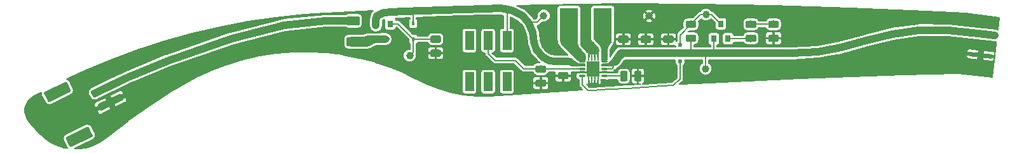
<source format=gbr>
G04 #@! TF.GenerationSoftware,KiCad,Pcbnew,(5.0.1)-3*
G04 #@! TF.CreationDate,2021-05-06T18:47:49+10:00*
G04 #@! TF.ProjectId,LED Right Glasses Arm (power),4C454420526967687420476C61737365,rev?*
G04 #@! TF.SameCoordinates,Original*
G04 #@! TF.FileFunction,Copper,L1,Top,Signal*
G04 #@! TF.FilePolarity,Positive*
%FSLAX46Y46*%
G04 Gerber Fmt 4.6, Leading zero omitted, Abs format (unit mm)*
G04 Created by KiCad (PCBNEW (5.0.1)-3) date 6/05/2021 6:47:49 PM*
%MOMM*%
%LPD*%
G01*
G04 APERTURE LIST*
G04 #@! TA.AperFunction,Conductor*
%ADD10C,0.100000*%
G04 #@! TD*
G04 #@! TA.AperFunction,SMDPad,CuDef*
%ADD11C,0.975000*%
G04 #@! TD*
G04 #@! TA.AperFunction,SMDPad,CuDef*
%ADD12R,0.450000X0.600000*%
G04 #@! TD*
G04 #@! TA.AperFunction,SMDPad,CuDef*
%ADD13R,2.400000X4.200000*%
G04 #@! TD*
G04 #@! TA.AperFunction,SMDPad,CuDef*
%ADD14R,0.250000X0.700000*%
G04 #@! TD*
G04 #@! TA.AperFunction,SMDPad,CuDef*
%ADD15O,0.850000X0.280000*%
G04 #@! TD*
G04 #@! TA.AperFunction,SMDPad,CuDef*
%ADD16R,0.280000X0.280000*%
G04 #@! TD*
G04 #@! TA.AperFunction,SMDPad,CuDef*
%ADD17R,1.700000X2.150000*%
G04 #@! TD*
G04 #@! TA.AperFunction,SMDPad,CuDef*
%ADD18R,0.650000X0.900000*%
G04 #@! TD*
G04 #@! TA.AperFunction,SMDPad,CuDef*
%ADD19R,0.230000X0.600000*%
G04 #@! TD*
G04 #@! TA.AperFunction,SMDPad,CuDef*
%ADD20R,0.800000X0.900000*%
G04 #@! TD*
G04 #@! TA.AperFunction,SMDPad,CuDef*
%ADD21C,1.250000*%
G04 #@! TD*
G04 #@! TA.AperFunction,BGAPad,CuDef*
%ADD22C,1.000000*%
G04 #@! TD*
G04 #@! TA.AperFunction,SMDPad,CuDef*
%ADD23C,1.000000*%
G04 #@! TD*
G04 #@! TA.AperFunction,SMDPad,CuDef*
%ADD24C,1.500000*%
G04 #@! TD*
G04 #@! TA.AperFunction,SMDPad,CuDef*
%ADD25R,1.200000X2.500000*%
G04 #@! TD*
G04 #@! TA.AperFunction,SMDPad,CuDef*
%ADD26C,0.600000*%
G04 #@! TD*
G04 #@! TA.AperFunction,ViaPad*
%ADD27C,0.600000*%
G04 #@! TD*
G04 #@! TA.AperFunction,Conductor*
%ADD28C,0.150000*%
G04 #@! TD*
G04 #@! TA.AperFunction,Conductor*
%ADD29C,1.000000*%
G04 #@! TD*
G04 APERTURE END LIST*
D10*
G04 #@! TO.N,/VCC_IN_SAFE*
G04 #@! TO.C,C101*
G36*
X158480142Y-96576174D02*
X158503803Y-96579684D01*
X158527007Y-96585496D01*
X158549529Y-96593554D01*
X158571153Y-96603782D01*
X158591670Y-96616079D01*
X158610883Y-96630329D01*
X158628607Y-96646393D01*
X158644671Y-96664117D01*
X158658921Y-96683330D01*
X158671218Y-96703847D01*
X158681446Y-96725471D01*
X158689504Y-96747993D01*
X158695316Y-96771197D01*
X158698826Y-96794858D01*
X158700000Y-96818750D01*
X158700000Y-97306250D01*
X158698826Y-97330142D01*
X158695316Y-97353803D01*
X158689504Y-97377007D01*
X158681446Y-97399529D01*
X158671218Y-97421153D01*
X158658921Y-97441670D01*
X158644671Y-97460883D01*
X158628607Y-97478607D01*
X158610883Y-97494671D01*
X158591670Y-97508921D01*
X158571153Y-97521218D01*
X158549529Y-97531446D01*
X158527007Y-97539504D01*
X158503803Y-97545316D01*
X158480142Y-97548826D01*
X158456250Y-97550000D01*
X157543750Y-97550000D01*
X157519858Y-97548826D01*
X157496197Y-97545316D01*
X157472993Y-97539504D01*
X157450471Y-97531446D01*
X157428847Y-97521218D01*
X157408330Y-97508921D01*
X157389117Y-97494671D01*
X157371393Y-97478607D01*
X157355329Y-97460883D01*
X157341079Y-97441670D01*
X157328782Y-97421153D01*
X157318554Y-97399529D01*
X157310496Y-97377007D01*
X157304684Y-97353803D01*
X157301174Y-97330142D01*
X157300000Y-97306250D01*
X157300000Y-96818750D01*
X157301174Y-96794858D01*
X157304684Y-96771197D01*
X157310496Y-96747993D01*
X157318554Y-96725471D01*
X157328782Y-96703847D01*
X157341079Y-96683330D01*
X157355329Y-96664117D01*
X157371393Y-96646393D01*
X157389117Y-96630329D01*
X157408330Y-96616079D01*
X157428847Y-96603782D01*
X157450471Y-96593554D01*
X157472993Y-96585496D01*
X157496197Y-96579684D01*
X157519858Y-96576174D01*
X157543750Y-96575000D01*
X158456250Y-96575000D01*
X158480142Y-96576174D01*
X158480142Y-96576174D01*
G37*
D11*
G04 #@! TD*
G04 #@! TO.P,C101,1*
G04 #@! TO.N,/VCC_IN_SAFE*
X158000000Y-97062500D03*
D10*
G04 #@! TO.N,GND*
G04 #@! TO.C,C101*
G36*
X158480142Y-98451174D02*
X158503803Y-98454684D01*
X158527007Y-98460496D01*
X158549529Y-98468554D01*
X158571153Y-98478782D01*
X158591670Y-98491079D01*
X158610883Y-98505329D01*
X158628607Y-98521393D01*
X158644671Y-98539117D01*
X158658921Y-98558330D01*
X158671218Y-98578847D01*
X158681446Y-98600471D01*
X158689504Y-98622993D01*
X158695316Y-98646197D01*
X158698826Y-98669858D01*
X158700000Y-98693750D01*
X158700000Y-99181250D01*
X158698826Y-99205142D01*
X158695316Y-99228803D01*
X158689504Y-99252007D01*
X158681446Y-99274529D01*
X158671218Y-99296153D01*
X158658921Y-99316670D01*
X158644671Y-99335883D01*
X158628607Y-99353607D01*
X158610883Y-99369671D01*
X158591670Y-99383921D01*
X158571153Y-99396218D01*
X158549529Y-99406446D01*
X158527007Y-99414504D01*
X158503803Y-99420316D01*
X158480142Y-99423826D01*
X158456250Y-99425000D01*
X157543750Y-99425000D01*
X157519858Y-99423826D01*
X157496197Y-99420316D01*
X157472993Y-99414504D01*
X157450471Y-99406446D01*
X157428847Y-99396218D01*
X157408330Y-99383921D01*
X157389117Y-99369671D01*
X157371393Y-99353607D01*
X157355329Y-99335883D01*
X157341079Y-99316670D01*
X157328782Y-99296153D01*
X157318554Y-99274529D01*
X157310496Y-99252007D01*
X157304684Y-99228803D01*
X157301174Y-99205142D01*
X157300000Y-99181250D01*
X157300000Y-98693750D01*
X157301174Y-98669858D01*
X157304684Y-98646197D01*
X157310496Y-98622993D01*
X157318554Y-98600471D01*
X157328782Y-98578847D01*
X157341079Y-98558330D01*
X157355329Y-98539117D01*
X157371393Y-98521393D01*
X157389117Y-98505329D01*
X157408330Y-98491079D01*
X157428847Y-98478782D01*
X157450471Y-98468554D01*
X157472993Y-98460496D01*
X157496197Y-98454684D01*
X157519858Y-98451174D01*
X157543750Y-98450000D01*
X158456250Y-98450000D01*
X158480142Y-98451174D01*
X158480142Y-98451174D01*
G37*
D11*
G04 #@! TD*
G04 #@! TO.P,C101,2*
G04 #@! TO.N,GND*
X158000000Y-98937500D03*
D10*
G04 #@! TO.N,GND*
G04 #@! TO.C,C102*
G36*
X166480142Y-93576174D02*
X166503803Y-93579684D01*
X166527007Y-93585496D01*
X166549529Y-93593554D01*
X166571153Y-93603782D01*
X166591670Y-93616079D01*
X166610883Y-93630329D01*
X166628607Y-93646393D01*
X166644671Y-93664117D01*
X166658921Y-93683330D01*
X166671218Y-93703847D01*
X166681446Y-93725471D01*
X166689504Y-93747993D01*
X166695316Y-93771197D01*
X166698826Y-93794858D01*
X166700000Y-93818750D01*
X166700000Y-94306250D01*
X166698826Y-94330142D01*
X166695316Y-94353803D01*
X166689504Y-94377007D01*
X166681446Y-94399529D01*
X166671218Y-94421153D01*
X166658921Y-94441670D01*
X166644671Y-94460883D01*
X166628607Y-94478607D01*
X166610883Y-94494671D01*
X166591670Y-94508921D01*
X166571153Y-94521218D01*
X166549529Y-94531446D01*
X166527007Y-94539504D01*
X166503803Y-94545316D01*
X166480142Y-94548826D01*
X166456250Y-94550000D01*
X165543750Y-94550000D01*
X165519858Y-94548826D01*
X165496197Y-94545316D01*
X165472993Y-94539504D01*
X165450471Y-94531446D01*
X165428847Y-94521218D01*
X165408330Y-94508921D01*
X165389117Y-94494671D01*
X165371393Y-94478607D01*
X165355329Y-94460883D01*
X165341079Y-94441670D01*
X165328782Y-94421153D01*
X165318554Y-94399529D01*
X165310496Y-94377007D01*
X165304684Y-94353803D01*
X165301174Y-94330142D01*
X165300000Y-94306250D01*
X165300000Y-93818750D01*
X165301174Y-93794858D01*
X165304684Y-93771197D01*
X165310496Y-93747993D01*
X165318554Y-93725471D01*
X165328782Y-93703847D01*
X165341079Y-93683330D01*
X165355329Y-93664117D01*
X165371393Y-93646393D01*
X165389117Y-93630329D01*
X165408330Y-93616079D01*
X165428847Y-93603782D01*
X165450471Y-93593554D01*
X165472993Y-93585496D01*
X165496197Y-93579684D01*
X165519858Y-93576174D01*
X165543750Y-93575000D01*
X166456250Y-93575000D01*
X166480142Y-93576174D01*
X166480142Y-93576174D01*
G37*
D11*
G04 #@! TD*
G04 #@! TO.P,C102,2*
G04 #@! TO.N,GND*
X166000000Y-94062500D03*
D10*
G04 #@! TO.N,+5V*
G04 #@! TO.C,C102*
G36*
X166480142Y-95451174D02*
X166503803Y-95454684D01*
X166527007Y-95460496D01*
X166549529Y-95468554D01*
X166571153Y-95478782D01*
X166591670Y-95491079D01*
X166610883Y-95505329D01*
X166628607Y-95521393D01*
X166644671Y-95539117D01*
X166658921Y-95558330D01*
X166671218Y-95578847D01*
X166681446Y-95600471D01*
X166689504Y-95622993D01*
X166695316Y-95646197D01*
X166698826Y-95669858D01*
X166700000Y-95693750D01*
X166700000Y-96181250D01*
X166698826Y-96205142D01*
X166695316Y-96228803D01*
X166689504Y-96252007D01*
X166681446Y-96274529D01*
X166671218Y-96296153D01*
X166658921Y-96316670D01*
X166644671Y-96335883D01*
X166628607Y-96353607D01*
X166610883Y-96369671D01*
X166591670Y-96383921D01*
X166571153Y-96396218D01*
X166549529Y-96406446D01*
X166527007Y-96414504D01*
X166503803Y-96420316D01*
X166480142Y-96423826D01*
X166456250Y-96425000D01*
X165543750Y-96425000D01*
X165519858Y-96423826D01*
X165496197Y-96420316D01*
X165472993Y-96414504D01*
X165450471Y-96406446D01*
X165428847Y-96396218D01*
X165408330Y-96383921D01*
X165389117Y-96369671D01*
X165371393Y-96353607D01*
X165355329Y-96335883D01*
X165341079Y-96316670D01*
X165328782Y-96296153D01*
X165318554Y-96274529D01*
X165310496Y-96252007D01*
X165304684Y-96228803D01*
X165301174Y-96205142D01*
X165300000Y-96181250D01*
X165300000Y-95693750D01*
X165301174Y-95669858D01*
X165304684Y-95646197D01*
X165310496Y-95622993D01*
X165318554Y-95600471D01*
X165328782Y-95578847D01*
X165341079Y-95558330D01*
X165355329Y-95539117D01*
X165371393Y-95521393D01*
X165389117Y-95505329D01*
X165408330Y-95491079D01*
X165428847Y-95478782D01*
X165450471Y-95468554D01*
X165472993Y-95460496D01*
X165496197Y-95454684D01*
X165519858Y-95451174D01*
X165543750Y-95450000D01*
X166456250Y-95450000D01*
X166480142Y-95451174D01*
X166480142Y-95451174D01*
G37*
D11*
G04 #@! TD*
G04 #@! TO.P,C102,1*
G04 #@! TO.N,+5V*
X166000000Y-95937500D03*
D10*
G04 #@! TO.N,+5V*
G04 #@! TO.C,C103*
G36*
X169480142Y-95451174D02*
X169503803Y-95454684D01*
X169527007Y-95460496D01*
X169549529Y-95468554D01*
X169571153Y-95478782D01*
X169591670Y-95491079D01*
X169610883Y-95505329D01*
X169628607Y-95521393D01*
X169644671Y-95539117D01*
X169658921Y-95558330D01*
X169671218Y-95578847D01*
X169681446Y-95600471D01*
X169689504Y-95622993D01*
X169695316Y-95646197D01*
X169698826Y-95669858D01*
X169700000Y-95693750D01*
X169700000Y-96181250D01*
X169698826Y-96205142D01*
X169695316Y-96228803D01*
X169689504Y-96252007D01*
X169681446Y-96274529D01*
X169671218Y-96296153D01*
X169658921Y-96316670D01*
X169644671Y-96335883D01*
X169628607Y-96353607D01*
X169610883Y-96369671D01*
X169591670Y-96383921D01*
X169571153Y-96396218D01*
X169549529Y-96406446D01*
X169527007Y-96414504D01*
X169503803Y-96420316D01*
X169480142Y-96423826D01*
X169456250Y-96425000D01*
X168543750Y-96425000D01*
X168519858Y-96423826D01*
X168496197Y-96420316D01*
X168472993Y-96414504D01*
X168450471Y-96406446D01*
X168428847Y-96396218D01*
X168408330Y-96383921D01*
X168389117Y-96369671D01*
X168371393Y-96353607D01*
X168355329Y-96335883D01*
X168341079Y-96316670D01*
X168328782Y-96296153D01*
X168318554Y-96274529D01*
X168310496Y-96252007D01*
X168304684Y-96228803D01*
X168301174Y-96205142D01*
X168300000Y-96181250D01*
X168300000Y-95693750D01*
X168301174Y-95669858D01*
X168304684Y-95646197D01*
X168310496Y-95622993D01*
X168318554Y-95600471D01*
X168328782Y-95578847D01*
X168341079Y-95558330D01*
X168355329Y-95539117D01*
X168371393Y-95521393D01*
X168389117Y-95505329D01*
X168408330Y-95491079D01*
X168428847Y-95478782D01*
X168450471Y-95468554D01*
X168472993Y-95460496D01*
X168496197Y-95454684D01*
X168519858Y-95451174D01*
X168543750Y-95450000D01*
X169456250Y-95450000D01*
X169480142Y-95451174D01*
X169480142Y-95451174D01*
G37*
D11*
G04 #@! TD*
G04 #@! TO.P,C103,1*
G04 #@! TO.N,+5V*
X169000000Y-95937500D03*
D10*
G04 #@! TO.N,GND*
G04 #@! TO.C,C103*
G36*
X169480142Y-93576174D02*
X169503803Y-93579684D01*
X169527007Y-93585496D01*
X169549529Y-93593554D01*
X169571153Y-93603782D01*
X169591670Y-93616079D01*
X169610883Y-93630329D01*
X169628607Y-93646393D01*
X169644671Y-93664117D01*
X169658921Y-93683330D01*
X169671218Y-93703847D01*
X169681446Y-93725471D01*
X169689504Y-93747993D01*
X169695316Y-93771197D01*
X169698826Y-93794858D01*
X169700000Y-93818750D01*
X169700000Y-94306250D01*
X169698826Y-94330142D01*
X169695316Y-94353803D01*
X169689504Y-94377007D01*
X169681446Y-94399529D01*
X169671218Y-94421153D01*
X169658921Y-94441670D01*
X169644671Y-94460883D01*
X169628607Y-94478607D01*
X169610883Y-94494671D01*
X169591670Y-94508921D01*
X169571153Y-94521218D01*
X169549529Y-94531446D01*
X169527007Y-94539504D01*
X169503803Y-94545316D01*
X169480142Y-94548826D01*
X169456250Y-94550000D01*
X168543750Y-94550000D01*
X168519858Y-94548826D01*
X168496197Y-94545316D01*
X168472993Y-94539504D01*
X168450471Y-94531446D01*
X168428847Y-94521218D01*
X168408330Y-94508921D01*
X168389117Y-94494671D01*
X168371393Y-94478607D01*
X168355329Y-94460883D01*
X168341079Y-94441670D01*
X168328782Y-94421153D01*
X168318554Y-94399529D01*
X168310496Y-94377007D01*
X168304684Y-94353803D01*
X168301174Y-94330142D01*
X168300000Y-94306250D01*
X168300000Y-93818750D01*
X168301174Y-93794858D01*
X168304684Y-93771197D01*
X168310496Y-93747993D01*
X168318554Y-93725471D01*
X168328782Y-93703847D01*
X168341079Y-93683330D01*
X168355329Y-93664117D01*
X168371393Y-93646393D01*
X168389117Y-93630329D01*
X168408330Y-93616079D01*
X168428847Y-93603782D01*
X168450471Y-93593554D01*
X168472993Y-93585496D01*
X168496197Y-93579684D01*
X168519858Y-93576174D01*
X168543750Y-93575000D01*
X169456250Y-93575000D01*
X169480142Y-93576174D01*
X169480142Y-93576174D01*
G37*
D11*
G04 #@! TD*
G04 #@! TO.P,C103,2*
G04 #@! TO.N,GND*
X169000000Y-94062500D03*
D10*
G04 #@! TO.N,GND*
G04 #@! TO.C,C104*
G36*
X172480142Y-93576174D02*
X172503803Y-93579684D01*
X172527007Y-93585496D01*
X172549529Y-93593554D01*
X172571153Y-93603782D01*
X172591670Y-93616079D01*
X172610883Y-93630329D01*
X172628607Y-93646393D01*
X172644671Y-93664117D01*
X172658921Y-93683330D01*
X172671218Y-93703847D01*
X172681446Y-93725471D01*
X172689504Y-93747993D01*
X172695316Y-93771197D01*
X172698826Y-93794858D01*
X172700000Y-93818750D01*
X172700000Y-94306250D01*
X172698826Y-94330142D01*
X172695316Y-94353803D01*
X172689504Y-94377007D01*
X172681446Y-94399529D01*
X172671218Y-94421153D01*
X172658921Y-94441670D01*
X172644671Y-94460883D01*
X172628607Y-94478607D01*
X172610883Y-94494671D01*
X172591670Y-94508921D01*
X172571153Y-94521218D01*
X172549529Y-94531446D01*
X172527007Y-94539504D01*
X172503803Y-94545316D01*
X172480142Y-94548826D01*
X172456250Y-94550000D01*
X171543750Y-94550000D01*
X171519858Y-94548826D01*
X171496197Y-94545316D01*
X171472993Y-94539504D01*
X171450471Y-94531446D01*
X171428847Y-94521218D01*
X171408330Y-94508921D01*
X171389117Y-94494671D01*
X171371393Y-94478607D01*
X171355329Y-94460883D01*
X171341079Y-94441670D01*
X171328782Y-94421153D01*
X171318554Y-94399529D01*
X171310496Y-94377007D01*
X171304684Y-94353803D01*
X171301174Y-94330142D01*
X171300000Y-94306250D01*
X171300000Y-93818750D01*
X171301174Y-93794858D01*
X171304684Y-93771197D01*
X171310496Y-93747993D01*
X171318554Y-93725471D01*
X171328782Y-93703847D01*
X171341079Y-93683330D01*
X171355329Y-93664117D01*
X171371393Y-93646393D01*
X171389117Y-93630329D01*
X171408330Y-93616079D01*
X171428847Y-93603782D01*
X171450471Y-93593554D01*
X171472993Y-93585496D01*
X171496197Y-93579684D01*
X171519858Y-93576174D01*
X171543750Y-93575000D01*
X172456250Y-93575000D01*
X172480142Y-93576174D01*
X172480142Y-93576174D01*
G37*
D11*
G04 #@! TD*
G04 #@! TO.P,C104,2*
G04 #@! TO.N,GND*
X172000000Y-94062500D03*
D10*
G04 #@! TO.N,+5V*
G04 #@! TO.C,C104*
G36*
X172480142Y-95451174D02*
X172503803Y-95454684D01*
X172527007Y-95460496D01*
X172549529Y-95468554D01*
X172571153Y-95478782D01*
X172591670Y-95491079D01*
X172610883Y-95505329D01*
X172628607Y-95521393D01*
X172644671Y-95539117D01*
X172658921Y-95558330D01*
X172671218Y-95578847D01*
X172681446Y-95600471D01*
X172689504Y-95622993D01*
X172695316Y-95646197D01*
X172698826Y-95669858D01*
X172700000Y-95693750D01*
X172700000Y-96181250D01*
X172698826Y-96205142D01*
X172695316Y-96228803D01*
X172689504Y-96252007D01*
X172681446Y-96274529D01*
X172671218Y-96296153D01*
X172658921Y-96316670D01*
X172644671Y-96335883D01*
X172628607Y-96353607D01*
X172610883Y-96369671D01*
X172591670Y-96383921D01*
X172571153Y-96396218D01*
X172549529Y-96406446D01*
X172527007Y-96414504D01*
X172503803Y-96420316D01*
X172480142Y-96423826D01*
X172456250Y-96425000D01*
X171543750Y-96425000D01*
X171519858Y-96423826D01*
X171496197Y-96420316D01*
X171472993Y-96414504D01*
X171450471Y-96406446D01*
X171428847Y-96396218D01*
X171408330Y-96383921D01*
X171389117Y-96369671D01*
X171371393Y-96353607D01*
X171355329Y-96335883D01*
X171341079Y-96316670D01*
X171328782Y-96296153D01*
X171318554Y-96274529D01*
X171310496Y-96252007D01*
X171304684Y-96228803D01*
X171301174Y-96205142D01*
X171300000Y-96181250D01*
X171300000Y-95693750D01*
X171301174Y-95669858D01*
X171304684Y-95646197D01*
X171310496Y-95622993D01*
X171318554Y-95600471D01*
X171328782Y-95578847D01*
X171341079Y-95558330D01*
X171355329Y-95539117D01*
X171371393Y-95521393D01*
X171389117Y-95505329D01*
X171408330Y-95491079D01*
X171428847Y-95478782D01*
X171450471Y-95468554D01*
X171472993Y-95460496D01*
X171496197Y-95454684D01*
X171519858Y-95451174D01*
X171543750Y-95450000D01*
X172456250Y-95450000D01*
X172480142Y-95451174D01*
X172480142Y-95451174D01*
G37*
D11*
G04 #@! TD*
G04 #@! TO.P,C104,1*
G04 #@! TO.N,+5V*
X172000000Y-95937500D03*
D10*
G04 #@! TO.N,/VAUX*
G04 #@! TO.C,C105*
G36*
X166330142Y-98301174D02*
X166353803Y-98304684D01*
X166377007Y-98310496D01*
X166399529Y-98318554D01*
X166421153Y-98328782D01*
X166441670Y-98341079D01*
X166460883Y-98355329D01*
X166478607Y-98371393D01*
X166494671Y-98389117D01*
X166508921Y-98408330D01*
X166521218Y-98428847D01*
X166531446Y-98450471D01*
X166539504Y-98472993D01*
X166545316Y-98496197D01*
X166548826Y-98519858D01*
X166550000Y-98543750D01*
X166550000Y-99456250D01*
X166548826Y-99480142D01*
X166545316Y-99503803D01*
X166539504Y-99527007D01*
X166531446Y-99549529D01*
X166521218Y-99571153D01*
X166508921Y-99591670D01*
X166494671Y-99610883D01*
X166478607Y-99628607D01*
X166460883Y-99644671D01*
X166441670Y-99658921D01*
X166421153Y-99671218D01*
X166399529Y-99681446D01*
X166377007Y-99689504D01*
X166353803Y-99695316D01*
X166330142Y-99698826D01*
X166306250Y-99700000D01*
X165818750Y-99700000D01*
X165794858Y-99698826D01*
X165771197Y-99695316D01*
X165747993Y-99689504D01*
X165725471Y-99681446D01*
X165703847Y-99671218D01*
X165683330Y-99658921D01*
X165664117Y-99644671D01*
X165646393Y-99628607D01*
X165630329Y-99610883D01*
X165616079Y-99591670D01*
X165603782Y-99571153D01*
X165593554Y-99549529D01*
X165585496Y-99527007D01*
X165579684Y-99503803D01*
X165576174Y-99480142D01*
X165575000Y-99456250D01*
X165575000Y-98543750D01*
X165576174Y-98519858D01*
X165579684Y-98496197D01*
X165585496Y-98472993D01*
X165593554Y-98450471D01*
X165603782Y-98428847D01*
X165616079Y-98408330D01*
X165630329Y-98389117D01*
X165646393Y-98371393D01*
X165664117Y-98355329D01*
X165683330Y-98341079D01*
X165703847Y-98328782D01*
X165725471Y-98318554D01*
X165747993Y-98310496D01*
X165771197Y-98304684D01*
X165794858Y-98301174D01*
X165818750Y-98300000D01*
X166306250Y-98300000D01*
X166330142Y-98301174D01*
X166330142Y-98301174D01*
G37*
D11*
G04 #@! TD*
G04 #@! TO.P,C105,1*
G04 #@! TO.N,/VAUX*
X166062500Y-99000000D03*
D10*
G04 #@! TO.N,GND*
G04 #@! TO.C,C105*
G36*
X168205142Y-98301174D02*
X168228803Y-98304684D01*
X168252007Y-98310496D01*
X168274529Y-98318554D01*
X168296153Y-98328782D01*
X168316670Y-98341079D01*
X168335883Y-98355329D01*
X168353607Y-98371393D01*
X168369671Y-98389117D01*
X168383921Y-98408330D01*
X168396218Y-98428847D01*
X168406446Y-98450471D01*
X168414504Y-98472993D01*
X168420316Y-98496197D01*
X168423826Y-98519858D01*
X168425000Y-98543750D01*
X168425000Y-99456250D01*
X168423826Y-99480142D01*
X168420316Y-99503803D01*
X168414504Y-99527007D01*
X168406446Y-99549529D01*
X168396218Y-99571153D01*
X168383921Y-99591670D01*
X168369671Y-99610883D01*
X168353607Y-99628607D01*
X168335883Y-99644671D01*
X168316670Y-99658921D01*
X168296153Y-99671218D01*
X168274529Y-99681446D01*
X168252007Y-99689504D01*
X168228803Y-99695316D01*
X168205142Y-99698826D01*
X168181250Y-99700000D01*
X167693750Y-99700000D01*
X167669858Y-99698826D01*
X167646197Y-99695316D01*
X167622993Y-99689504D01*
X167600471Y-99681446D01*
X167578847Y-99671218D01*
X167558330Y-99658921D01*
X167539117Y-99644671D01*
X167521393Y-99628607D01*
X167505329Y-99610883D01*
X167491079Y-99591670D01*
X167478782Y-99571153D01*
X167468554Y-99549529D01*
X167460496Y-99527007D01*
X167454684Y-99503803D01*
X167451174Y-99480142D01*
X167450000Y-99456250D01*
X167450000Y-98543750D01*
X167451174Y-98519858D01*
X167454684Y-98496197D01*
X167460496Y-98472993D01*
X167468554Y-98450471D01*
X167478782Y-98428847D01*
X167491079Y-98408330D01*
X167505329Y-98389117D01*
X167521393Y-98371393D01*
X167539117Y-98355329D01*
X167558330Y-98341079D01*
X167578847Y-98328782D01*
X167600471Y-98318554D01*
X167622993Y-98310496D01*
X167646197Y-98304684D01*
X167669858Y-98301174D01*
X167693750Y-98300000D01*
X168181250Y-98300000D01*
X168205142Y-98301174D01*
X168205142Y-98301174D01*
G37*
D11*
G04 #@! TD*
G04 #@! TO.P,C105,2*
G04 #@! TO.N,GND*
X167937500Y-99000000D03*
D12*
G04 #@! TO.P,D101,1*
G04 #@! TO.N,/VCC_IN_SAFE*
X138000000Y-91950000D03*
G04 #@! TO.P,D101,2*
G04 #@! TO.N,/POL_MOS_CTRL*
X138000000Y-94050000D03*
G04 #@! TD*
D13*
G04 #@! TO.P,L101,1*
G04 #@! TO.N,/L1*
X158750000Y-92000000D03*
G04 #@! TO.P,L101,2*
G04 #@! TO.N,/L2*
X163250000Y-92000000D03*
G04 #@! TD*
D10*
G04 #@! TO.N,Net-(D102-Pad1)*
G04 #@! TO.C,D102*
G36*
X183480142Y-91576174D02*
X183503803Y-91579684D01*
X183527007Y-91585496D01*
X183549529Y-91593554D01*
X183571153Y-91603782D01*
X183591670Y-91616079D01*
X183610883Y-91630329D01*
X183628607Y-91646393D01*
X183644671Y-91664117D01*
X183658921Y-91683330D01*
X183671218Y-91703847D01*
X183681446Y-91725471D01*
X183689504Y-91747993D01*
X183695316Y-91771197D01*
X183698826Y-91794858D01*
X183700000Y-91818750D01*
X183700000Y-92306250D01*
X183698826Y-92330142D01*
X183695316Y-92353803D01*
X183689504Y-92377007D01*
X183681446Y-92399529D01*
X183671218Y-92421153D01*
X183658921Y-92441670D01*
X183644671Y-92460883D01*
X183628607Y-92478607D01*
X183610883Y-92494671D01*
X183591670Y-92508921D01*
X183571153Y-92521218D01*
X183549529Y-92531446D01*
X183527007Y-92539504D01*
X183503803Y-92545316D01*
X183480142Y-92548826D01*
X183456250Y-92550000D01*
X182543750Y-92550000D01*
X182519858Y-92548826D01*
X182496197Y-92545316D01*
X182472993Y-92539504D01*
X182450471Y-92531446D01*
X182428847Y-92521218D01*
X182408330Y-92508921D01*
X182389117Y-92494671D01*
X182371393Y-92478607D01*
X182355329Y-92460883D01*
X182341079Y-92441670D01*
X182328782Y-92421153D01*
X182318554Y-92399529D01*
X182310496Y-92377007D01*
X182304684Y-92353803D01*
X182301174Y-92330142D01*
X182300000Y-92306250D01*
X182300000Y-91818750D01*
X182301174Y-91794858D01*
X182304684Y-91771197D01*
X182310496Y-91747993D01*
X182318554Y-91725471D01*
X182328782Y-91703847D01*
X182341079Y-91683330D01*
X182355329Y-91664117D01*
X182371393Y-91646393D01*
X182389117Y-91630329D01*
X182408330Y-91616079D01*
X182428847Y-91603782D01*
X182450471Y-91593554D01*
X182472993Y-91585496D01*
X182496197Y-91579684D01*
X182519858Y-91576174D01*
X182543750Y-91575000D01*
X183456250Y-91575000D01*
X183480142Y-91576174D01*
X183480142Y-91576174D01*
G37*
D11*
G04 #@! TD*
G04 #@! TO.P,D102,1*
G04 #@! TO.N,Net-(D102-Pad1)*
X183000000Y-92062500D03*
D10*
G04 #@! TO.N,Net-(D102-Pad2)*
G04 #@! TO.C,D102*
G36*
X183480142Y-93451174D02*
X183503803Y-93454684D01*
X183527007Y-93460496D01*
X183549529Y-93468554D01*
X183571153Y-93478782D01*
X183591670Y-93491079D01*
X183610883Y-93505329D01*
X183628607Y-93521393D01*
X183644671Y-93539117D01*
X183658921Y-93558330D01*
X183671218Y-93578847D01*
X183681446Y-93600471D01*
X183689504Y-93622993D01*
X183695316Y-93646197D01*
X183698826Y-93669858D01*
X183700000Y-93693750D01*
X183700000Y-94181250D01*
X183698826Y-94205142D01*
X183695316Y-94228803D01*
X183689504Y-94252007D01*
X183681446Y-94274529D01*
X183671218Y-94296153D01*
X183658921Y-94316670D01*
X183644671Y-94335883D01*
X183628607Y-94353607D01*
X183610883Y-94369671D01*
X183591670Y-94383921D01*
X183571153Y-94396218D01*
X183549529Y-94406446D01*
X183527007Y-94414504D01*
X183503803Y-94420316D01*
X183480142Y-94423826D01*
X183456250Y-94425000D01*
X182543750Y-94425000D01*
X182519858Y-94423826D01*
X182496197Y-94420316D01*
X182472993Y-94414504D01*
X182450471Y-94406446D01*
X182428847Y-94396218D01*
X182408330Y-94383921D01*
X182389117Y-94369671D01*
X182371393Y-94353607D01*
X182355329Y-94335883D01*
X182341079Y-94316670D01*
X182328782Y-94296153D01*
X182318554Y-94274529D01*
X182310496Y-94252007D01*
X182304684Y-94228803D01*
X182301174Y-94205142D01*
X182300000Y-94181250D01*
X182300000Y-93693750D01*
X182301174Y-93669858D01*
X182304684Y-93646197D01*
X182310496Y-93622993D01*
X182318554Y-93600471D01*
X182328782Y-93578847D01*
X182341079Y-93558330D01*
X182355329Y-93539117D01*
X182371393Y-93521393D01*
X182389117Y-93505329D01*
X182408330Y-93491079D01*
X182428847Y-93478782D01*
X182450471Y-93468554D01*
X182472993Y-93460496D01*
X182496197Y-93454684D01*
X182519858Y-93451174D01*
X182543750Y-93450000D01*
X183456250Y-93450000D01*
X183480142Y-93451174D01*
X183480142Y-93451174D01*
G37*
D11*
G04 #@! TD*
G04 #@! TO.P,D102,2*
G04 #@! TO.N,Net-(D102-Pad2)*
X183000000Y-93937500D03*
D14*
G04 #@! TO.P,U101,11*
G04 #@! TO.N,GND*
X161400000Y-99425000D03*
X162600000Y-99425000D03*
X161400000Y-96575000D03*
X162600000Y-96575000D03*
D15*
G04 #@! TO.P,U101,1*
G04 #@! TO.N,/L1*
X160525000Y-97000000D03*
G04 #@! TO.P,U101,2*
G04 #@! TO.N,/VCC_IN_SAFE*
X160525000Y-97500000D03*
D16*
G04 #@! TO.P,U101,3*
G04 #@! TO.N,/EN*
X160240000Y-98000000D03*
D15*
G04 #@! TO.P,U101,4*
G04 #@! TO.N,GND*
X160525000Y-98500000D03*
D16*
G04 #@! TO.P,U101,5*
G04 #@! TO.N,/PG*
X160240000Y-99000000D03*
D15*
G04 #@! TO.P,U101,6*
G04 #@! TO.N,/VAUX*
X163475000Y-99000000D03*
G04 #@! TO.P,U101,7*
G04 #@! TO.N,GND*
X163475000Y-98500000D03*
D16*
G04 #@! TO.P,U101,8*
G04 #@! TO.N,+5V*
X163760000Y-98000000D03*
G04 #@! TO.P,U101,9*
X163760000Y-97500000D03*
G04 #@! TO.P,U101,10*
G04 #@! TO.N,/L2*
X163760000Y-97000000D03*
D14*
G04 #@! TO.P,U101,11*
G04 #@! TO.N,GND*
X161800000Y-96575000D03*
X162200000Y-96575000D03*
X161800000Y-99425000D03*
X162200000Y-99425000D03*
D17*
X162000000Y-98000000D03*
D16*
G04 #@! TO.P,U101,1*
G04 #@! TO.N,/L1*
X160240000Y-97000000D03*
G04 #@! TO.P,U101,2*
G04 #@! TO.N,/VCC_IN_SAFE*
X160240000Y-97500000D03*
D15*
G04 #@! TO.P,U101,3*
G04 #@! TO.N,/EN*
X160525000Y-98000000D03*
D16*
G04 #@! TO.P,U101,4*
G04 #@! TO.N,GND*
X160240000Y-98500000D03*
D15*
G04 #@! TO.P,U101,5*
G04 #@! TO.N,/PG*
X160525000Y-99000000D03*
D16*
G04 #@! TO.P,U101,6*
G04 #@! TO.N,/VAUX*
X163760000Y-99000000D03*
G04 #@! TO.P,U101,7*
G04 #@! TO.N,GND*
X163760000Y-98500000D03*
D15*
G04 #@! TO.P,U101,8*
G04 #@! TO.N,+5V*
X163475000Y-98000000D03*
G04 #@! TO.P,U101,9*
X163475000Y-97500000D03*
G04 #@! TO.P,U101,10*
G04 #@! TO.N,/L2*
X163475000Y-97000000D03*
D18*
G04 #@! TO.P,U101,11*
G04 #@! TO.N,GND*
X161565000Y-97440000D03*
X162435000Y-98560000D03*
X161565000Y-98560000D03*
X162435000Y-97440000D03*
D19*
X161400000Y-96575000D03*
X161800000Y-96575000D03*
X162200000Y-96575000D03*
X162600000Y-96575000D03*
X161400000Y-99425000D03*
X161800000Y-99425000D03*
X162200000Y-99425000D03*
X162600000Y-99425000D03*
G04 #@! TD*
D20*
G04 #@! TO.P,Q102,3*
G04 #@! TO.N,/PG*
X179000000Y-92000000D03*
G04 #@! TO.P,Q102,2*
G04 #@! TO.N,Net-(D102-Pad2)*
X179950000Y-94000000D03*
G04 #@! TO.P,Q102,1*
G04 #@! TO.N,+5V*
X178050000Y-94000000D03*
G04 #@! TD*
G04 #@! TO.P,Q101,1*
G04 #@! TO.N,/POL_MOS_CTRL*
X134950000Y-92000000D03*
G04 #@! TO.P,Q101,2*
G04 #@! TO.N,/VCC_IN_SAFE*
X133050000Y-92000000D03*
G04 #@! TO.P,Q101,3*
G04 #@! TO.N,/VCC_IN_FUSED*
X134000000Y-94000000D03*
G04 #@! TD*
D10*
G04 #@! TO.N,GND*
G04 #@! TO.C,R101*
G36*
X141480142Y-95451174D02*
X141503803Y-95454684D01*
X141527007Y-95460496D01*
X141549529Y-95468554D01*
X141571153Y-95478782D01*
X141591670Y-95491079D01*
X141610883Y-95505329D01*
X141628607Y-95521393D01*
X141644671Y-95539117D01*
X141658921Y-95558330D01*
X141671218Y-95578847D01*
X141681446Y-95600471D01*
X141689504Y-95622993D01*
X141695316Y-95646197D01*
X141698826Y-95669858D01*
X141700000Y-95693750D01*
X141700000Y-96181250D01*
X141698826Y-96205142D01*
X141695316Y-96228803D01*
X141689504Y-96252007D01*
X141681446Y-96274529D01*
X141671218Y-96296153D01*
X141658921Y-96316670D01*
X141644671Y-96335883D01*
X141628607Y-96353607D01*
X141610883Y-96369671D01*
X141591670Y-96383921D01*
X141571153Y-96396218D01*
X141549529Y-96406446D01*
X141527007Y-96414504D01*
X141503803Y-96420316D01*
X141480142Y-96423826D01*
X141456250Y-96425000D01*
X140543750Y-96425000D01*
X140519858Y-96423826D01*
X140496197Y-96420316D01*
X140472993Y-96414504D01*
X140450471Y-96406446D01*
X140428847Y-96396218D01*
X140408330Y-96383921D01*
X140389117Y-96369671D01*
X140371393Y-96353607D01*
X140355329Y-96335883D01*
X140341079Y-96316670D01*
X140328782Y-96296153D01*
X140318554Y-96274529D01*
X140310496Y-96252007D01*
X140304684Y-96228803D01*
X140301174Y-96205142D01*
X140300000Y-96181250D01*
X140300000Y-95693750D01*
X140301174Y-95669858D01*
X140304684Y-95646197D01*
X140310496Y-95622993D01*
X140318554Y-95600471D01*
X140328782Y-95578847D01*
X140341079Y-95558330D01*
X140355329Y-95539117D01*
X140371393Y-95521393D01*
X140389117Y-95505329D01*
X140408330Y-95491079D01*
X140428847Y-95478782D01*
X140450471Y-95468554D01*
X140472993Y-95460496D01*
X140496197Y-95454684D01*
X140519858Y-95451174D01*
X140543750Y-95450000D01*
X141456250Y-95450000D01*
X141480142Y-95451174D01*
X141480142Y-95451174D01*
G37*
D11*
G04 #@! TD*
G04 #@! TO.P,R101,2*
G04 #@! TO.N,GND*
X141000000Y-95937500D03*
D10*
G04 #@! TO.N,/POL_MOS_CTRL*
G04 #@! TO.C,R101*
G36*
X141480142Y-93576174D02*
X141503803Y-93579684D01*
X141527007Y-93585496D01*
X141549529Y-93593554D01*
X141571153Y-93603782D01*
X141591670Y-93616079D01*
X141610883Y-93630329D01*
X141628607Y-93646393D01*
X141644671Y-93664117D01*
X141658921Y-93683330D01*
X141671218Y-93703847D01*
X141681446Y-93725471D01*
X141689504Y-93747993D01*
X141695316Y-93771197D01*
X141698826Y-93794858D01*
X141700000Y-93818750D01*
X141700000Y-94306250D01*
X141698826Y-94330142D01*
X141695316Y-94353803D01*
X141689504Y-94377007D01*
X141681446Y-94399529D01*
X141671218Y-94421153D01*
X141658921Y-94441670D01*
X141644671Y-94460883D01*
X141628607Y-94478607D01*
X141610883Y-94494671D01*
X141591670Y-94508921D01*
X141571153Y-94521218D01*
X141549529Y-94531446D01*
X141527007Y-94539504D01*
X141503803Y-94545316D01*
X141480142Y-94548826D01*
X141456250Y-94550000D01*
X140543750Y-94550000D01*
X140519858Y-94548826D01*
X140496197Y-94545316D01*
X140472993Y-94539504D01*
X140450471Y-94531446D01*
X140428847Y-94521218D01*
X140408330Y-94508921D01*
X140389117Y-94494671D01*
X140371393Y-94478607D01*
X140355329Y-94460883D01*
X140341079Y-94441670D01*
X140328782Y-94421153D01*
X140318554Y-94399529D01*
X140310496Y-94377007D01*
X140304684Y-94353803D01*
X140301174Y-94330142D01*
X140300000Y-94306250D01*
X140300000Y-93818750D01*
X140301174Y-93794858D01*
X140304684Y-93771197D01*
X140310496Y-93747993D01*
X140318554Y-93725471D01*
X140328782Y-93703847D01*
X140341079Y-93683330D01*
X140355329Y-93664117D01*
X140371393Y-93646393D01*
X140389117Y-93630329D01*
X140408330Y-93616079D01*
X140428847Y-93603782D01*
X140450471Y-93593554D01*
X140472993Y-93585496D01*
X140496197Y-93579684D01*
X140519858Y-93576174D01*
X140543750Y-93575000D01*
X141456250Y-93575000D01*
X141480142Y-93576174D01*
X141480142Y-93576174D01*
G37*
D11*
G04 #@! TD*
G04 #@! TO.P,R101,1*
G04 #@! TO.N,/POL_MOS_CTRL*
X141000000Y-94062500D03*
D10*
G04 #@! TO.N,/EN*
G04 #@! TO.C,R102*
G36*
X155480142Y-97576174D02*
X155503803Y-97579684D01*
X155527007Y-97585496D01*
X155549529Y-97593554D01*
X155571153Y-97603782D01*
X155591670Y-97616079D01*
X155610883Y-97630329D01*
X155628607Y-97646393D01*
X155644671Y-97664117D01*
X155658921Y-97683330D01*
X155671218Y-97703847D01*
X155681446Y-97725471D01*
X155689504Y-97747993D01*
X155695316Y-97771197D01*
X155698826Y-97794858D01*
X155700000Y-97818750D01*
X155700000Y-98306250D01*
X155698826Y-98330142D01*
X155695316Y-98353803D01*
X155689504Y-98377007D01*
X155681446Y-98399529D01*
X155671218Y-98421153D01*
X155658921Y-98441670D01*
X155644671Y-98460883D01*
X155628607Y-98478607D01*
X155610883Y-98494671D01*
X155591670Y-98508921D01*
X155571153Y-98521218D01*
X155549529Y-98531446D01*
X155527007Y-98539504D01*
X155503803Y-98545316D01*
X155480142Y-98548826D01*
X155456250Y-98550000D01*
X154543750Y-98550000D01*
X154519858Y-98548826D01*
X154496197Y-98545316D01*
X154472993Y-98539504D01*
X154450471Y-98531446D01*
X154428847Y-98521218D01*
X154408330Y-98508921D01*
X154389117Y-98494671D01*
X154371393Y-98478607D01*
X154355329Y-98460883D01*
X154341079Y-98441670D01*
X154328782Y-98421153D01*
X154318554Y-98399529D01*
X154310496Y-98377007D01*
X154304684Y-98353803D01*
X154301174Y-98330142D01*
X154300000Y-98306250D01*
X154300000Y-97818750D01*
X154301174Y-97794858D01*
X154304684Y-97771197D01*
X154310496Y-97747993D01*
X154318554Y-97725471D01*
X154328782Y-97703847D01*
X154341079Y-97683330D01*
X154355329Y-97664117D01*
X154371393Y-97646393D01*
X154389117Y-97630329D01*
X154408330Y-97616079D01*
X154428847Y-97603782D01*
X154450471Y-97593554D01*
X154472993Y-97585496D01*
X154496197Y-97579684D01*
X154519858Y-97576174D01*
X154543750Y-97575000D01*
X155456250Y-97575000D01*
X155480142Y-97576174D01*
X155480142Y-97576174D01*
G37*
D11*
G04 #@! TD*
G04 #@! TO.P,R102,1*
G04 #@! TO.N,/EN*
X155000000Y-98062500D03*
D10*
G04 #@! TO.N,GND*
G04 #@! TO.C,R102*
G36*
X155480142Y-99451174D02*
X155503803Y-99454684D01*
X155527007Y-99460496D01*
X155549529Y-99468554D01*
X155571153Y-99478782D01*
X155591670Y-99491079D01*
X155610883Y-99505329D01*
X155628607Y-99521393D01*
X155644671Y-99539117D01*
X155658921Y-99558330D01*
X155671218Y-99578847D01*
X155681446Y-99600471D01*
X155689504Y-99622993D01*
X155695316Y-99646197D01*
X155698826Y-99669858D01*
X155700000Y-99693750D01*
X155700000Y-100181250D01*
X155698826Y-100205142D01*
X155695316Y-100228803D01*
X155689504Y-100252007D01*
X155681446Y-100274529D01*
X155671218Y-100296153D01*
X155658921Y-100316670D01*
X155644671Y-100335883D01*
X155628607Y-100353607D01*
X155610883Y-100369671D01*
X155591670Y-100383921D01*
X155571153Y-100396218D01*
X155549529Y-100406446D01*
X155527007Y-100414504D01*
X155503803Y-100420316D01*
X155480142Y-100423826D01*
X155456250Y-100425000D01*
X154543750Y-100425000D01*
X154519858Y-100423826D01*
X154496197Y-100420316D01*
X154472993Y-100414504D01*
X154450471Y-100406446D01*
X154428847Y-100396218D01*
X154408330Y-100383921D01*
X154389117Y-100369671D01*
X154371393Y-100353607D01*
X154355329Y-100335883D01*
X154341079Y-100316670D01*
X154328782Y-100296153D01*
X154318554Y-100274529D01*
X154310496Y-100252007D01*
X154304684Y-100228803D01*
X154301174Y-100205142D01*
X154300000Y-100181250D01*
X154300000Y-99693750D01*
X154301174Y-99669858D01*
X154304684Y-99646197D01*
X154310496Y-99622993D01*
X154318554Y-99600471D01*
X154328782Y-99578847D01*
X154341079Y-99558330D01*
X154355329Y-99539117D01*
X154371393Y-99521393D01*
X154389117Y-99505329D01*
X154408330Y-99491079D01*
X154428847Y-99478782D01*
X154450471Y-99468554D01*
X154472993Y-99460496D01*
X154496197Y-99454684D01*
X154519858Y-99451174D01*
X154543750Y-99450000D01*
X155456250Y-99450000D01*
X155480142Y-99451174D01*
X155480142Y-99451174D01*
G37*
D11*
G04 #@! TD*
G04 #@! TO.P,R102,2*
G04 #@! TO.N,GND*
X155000000Y-99937500D03*
D10*
G04 #@! TO.N,/PG*
G04 #@! TO.C,R103*
G36*
X175480142Y-91576174D02*
X175503803Y-91579684D01*
X175527007Y-91585496D01*
X175549529Y-91593554D01*
X175571153Y-91603782D01*
X175591670Y-91616079D01*
X175610883Y-91630329D01*
X175628607Y-91646393D01*
X175644671Y-91664117D01*
X175658921Y-91683330D01*
X175671218Y-91703847D01*
X175681446Y-91725471D01*
X175689504Y-91747993D01*
X175695316Y-91771197D01*
X175698826Y-91794858D01*
X175700000Y-91818750D01*
X175700000Y-92306250D01*
X175698826Y-92330142D01*
X175695316Y-92353803D01*
X175689504Y-92377007D01*
X175681446Y-92399529D01*
X175671218Y-92421153D01*
X175658921Y-92441670D01*
X175644671Y-92460883D01*
X175628607Y-92478607D01*
X175610883Y-92494671D01*
X175591670Y-92508921D01*
X175571153Y-92521218D01*
X175549529Y-92531446D01*
X175527007Y-92539504D01*
X175503803Y-92545316D01*
X175480142Y-92548826D01*
X175456250Y-92550000D01*
X174543750Y-92550000D01*
X174519858Y-92548826D01*
X174496197Y-92545316D01*
X174472993Y-92539504D01*
X174450471Y-92531446D01*
X174428847Y-92521218D01*
X174408330Y-92508921D01*
X174389117Y-92494671D01*
X174371393Y-92478607D01*
X174355329Y-92460883D01*
X174341079Y-92441670D01*
X174328782Y-92421153D01*
X174318554Y-92399529D01*
X174310496Y-92377007D01*
X174304684Y-92353803D01*
X174301174Y-92330142D01*
X174300000Y-92306250D01*
X174300000Y-91818750D01*
X174301174Y-91794858D01*
X174304684Y-91771197D01*
X174310496Y-91747993D01*
X174318554Y-91725471D01*
X174328782Y-91703847D01*
X174341079Y-91683330D01*
X174355329Y-91664117D01*
X174371393Y-91646393D01*
X174389117Y-91630329D01*
X174408330Y-91616079D01*
X174428847Y-91603782D01*
X174450471Y-91593554D01*
X174472993Y-91585496D01*
X174496197Y-91579684D01*
X174519858Y-91576174D01*
X174543750Y-91575000D01*
X175456250Y-91575000D01*
X175480142Y-91576174D01*
X175480142Y-91576174D01*
G37*
D11*
G04 #@! TD*
G04 #@! TO.P,R103,2*
G04 #@! TO.N,/PG*
X175000000Y-92062500D03*
D10*
G04 #@! TO.N,+5V*
G04 #@! TO.C,R103*
G36*
X175480142Y-93451174D02*
X175503803Y-93454684D01*
X175527007Y-93460496D01*
X175549529Y-93468554D01*
X175571153Y-93478782D01*
X175591670Y-93491079D01*
X175610883Y-93505329D01*
X175628607Y-93521393D01*
X175644671Y-93539117D01*
X175658921Y-93558330D01*
X175671218Y-93578847D01*
X175681446Y-93600471D01*
X175689504Y-93622993D01*
X175695316Y-93646197D01*
X175698826Y-93669858D01*
X175700000Y-93693750D01*
X175700000Y-94181250D01*
X175698826Y-94205142D01*
X175695316Y-94228803D01*
X175689504Y-94252007D01*
X175681446Y-94274529D01*
X175671218Y-94296153D01*
X175658921Y-94316670D01*
X175644671Y-94335883D01*
X175628607Y-94353607D01*
X175610883Y-94369671D01*
X175591670Y-94383921D01*
X175571153Y-94396218D01*
X175549529Y-94406446D01*
X175527007Y-94414504D01*
X175503803Y-94420316D01*
X175480142Y-94423826D01*
X175456250Y-94425000D01*
X174543750Y-94425000D01*
X174519858Y-94423826D01*
X174496197Y-94420316D01*
X174472993Y-94414504D01*
X174450471Y-94406446D01*
X174428847Y-94396218D01*
X174408330Y-94383921D01*
X174389117Y-94369671D01*
X174371393Y-94353607D01*
X174355329Y-94335883D01*
X174341079Y-94316670D01*
X174328782Y-94296153D01*
X174318554Y-94274529D01*
X174310496Y-94252007D01*
X174304684Y-94228803D01*
X174301174Y-94205142D01*
X174300000Y-94181250D01*
X174300000Y-93693750D01*
X174301174Y-93669858D01*
X174304684Y-93646197D01*
X174310496Y-93622993D01*
X174318554Y-93600471D01*
X174328782Y-93578847D01*
X174341079Y-93558330D01*
X174355329Y-93539117D01*
X174371393Y-93521393D01*
X174389117Y-93505329D01*
X174408330Y-93491079D01*
X174428847Y-93478782D01*
X174450471Y-93468554D01*
X174472993Y-93460496D01*
X174496197Y-93454684D01*
X174519858Y-93451174D01*
X174543750Y-93450000D01*
X175456250Y-93450000D01*
X175480142Y-93451174D01*
X175480142Y-93451174D01*
G37*
D11*
G04 #@! TD*
G04 #@! TO.P,R103,1*
G04 #@! TO.N,+5V*
X175000000Y-93937500D03*
D10*
G04 #@! TO.N,Net-(D102-Pad1)*
G04 #@! TO.C,R104*
G36*
X186480142Y-91576174D02*
X186503803Y-91579684D01*
X186527007Y-91585496D01*
X186549529Y-91593554D01*
X186571153Y-91603782D01*
X186591670Y-91616079D01*
X186610883Y-91630329D01*
X186628607Y-91646393D01*
X186644671Y-91664117D01*
X186658921Y-91683330D01*
X186671218Y-91703847D01*
X186681446Y-91725471D01*
X186689504Y-91747993D01*
X186695316Y-91771197D01*
X186698826Y-91794858D01*
X186700000Y-91818750D01*
X186700000Y-92306250D01*
X186698826Y-92330142D01*
X186695316Y-92353803D01*
X186689504Y-92377007D01*
X186681446Y-92399529D01*
X186671218Y-92421153D01*
X186658921Y-92441670D01*
X186644671Y-92460883D01*
X186628607Y-92478607D01*
X186610883Y-92494671D01*
X186591670Y-92508921D01*
X186571153Y-92521218D01*
X186549529Y-92531446D01*
X186527007Y-92539504D01*
X186503803Y-92545316D01*
X186480142Y-92548826D01*
X186456250Y-92550000D01*
X185543750Y-92550000D01*
X185519858Y-92548826D01*
X185496197Y-92545316D01*
X185472993Y-92539504D01*
X185450471Y-92531446D01*
X185428847Y-92521218D01*
X185408330Y-92508921D01*
X185389117Y-92494671D01*
X185371393Y-92478607D01*
X185355329Y-92460883D01*
X185341079Y-92441670D01*
X185328782Y-92421153D01*
X185318554Y-92399529D01*
X185310496Y-92377007D01*
X185304684Y-92353803D01*
X185301174Y-92330142D01*
X185300000Y-92306250D01*
X185300000Y-91818750D01*
X185301174Y-91794858D01*
X185304684Y-91771197D01*
X185310496Y-91747993D01*
X185318554Y-91725471D01*
X185328782Y-91703847D01*
X185341079Y-91683330D01*
X185355329Y-91664117D01*
X185371393Y-91646393D01*
X185389117Y-91630329D01*
X185408330Y-91616079D01*
X185428847Y-91603782D01*
X185450471Y-91593554D01*
X185472993Y-91585496D01*
X185496197Y-91579684D01*
X185519858Y-91576174D01*
X185543750Y-91575000D01*
X186456250Y-91575000D01*
X186480142Y-91576174D01*
X186480142Y-91576174D01*
G37*
D11*
G04 #@! TD*
G04 #@! TO.P,R104,1*
G04 #@! TO.N,Net-(D102-Pad1)*
X186000000Y-92062500D03*
D10*
G04 #@! TO.N,GND*
G04 #@! TO.C,R104*
G36*
X186480142Y-93451174D02*
X186503803Y-93454684D01*
X186527007Y-93460496D01*
X186549529Y-93468554D01*
X186571153Y-93478782D01*
X186591670Y-93491079D01*
X186610883Y-93505329D01*
X186628607Y-93521393D01*
X186644671Y-93539117D01*
X186658921Y-93558330D01*
X186671218Y-93578847D01*
X186681446Y-93600471D01*
X186689504Y-93622993D01*
X186695316Y-93646197D01*
X186698826Y-93669858D01*
X186700000Y-93693750D01*
X186700000Y-94181250D01*
X186698826Y-94205142D01*
X186695316Y-94228803D01*
X186689504Y-94252007D01*
X186681446Y-94274529D01*
X186671218Y-94296153D01*
X186658921Y-94316670D01*
X186644671Y-94335883D01*
X186628607Y-94353607D01*
X186610883Y-94369671D01*
X186591670Y-94383921D01*
X186571153Y-94396218D01*
X186549529Y-94406446D01*
X186527007Y-94414504D01*
X186503803Y-94420316D01*
X186480142Y-94423826D01*
X186456250Y-94425000D01*
X185543750Y-94425000D01*
X185519858Y-94423826D01*
X185496197Y-94420316D01*
X185472993Y-94414504D01*
X185450471Y-94406446D01*
X185428847Y-94396218D01*
X185408330Y-94383921D01*
X185389117Y-94369671D01*
X185371393Y-94353607D01*
X185355329Y-94335883D01*
X185341079Y-94316670D01*
X185328782Y-94296153D01*
X185318554Y-94274529D01*
X185310496Y-94252007D01*
X185304684Y-94228803D01*
X185301174Y-94205142D01*
X185300000Y-94181250D01*
X185300000Y-93693750D01*
X185301174Y-93669858D01*
X185304684Y-93646197D01*
X185310496Y-93622993D01*
X185318554Y-93600471D01*
X185328782Y-93578847D01*
X185341079Y-93558330D01*
X185355329Y-93539117D01*
X185371393Y-93521393D01*
X185389117Y-93505329D01*
X185408330Y-93491079D01*
X185428847Y-93478782D01*
X185450471Y-93468554D01*
X185472993Y-93460496D01*
X185496197Y-93454684D01*
X185519858Y-93451174D01*
X185543750Y-93450000D01*
X186456250Y-93450000D01*
X186480142Y-93451174D01*
X186480142Y-93451174D01*
G37*
D11*
G04 #@! TD*
G04 #@! TO.P,R104,2*
G04 #@! TO.N,GND*
X186000000Y-93937500D03*
D10*
G04 #@! TO.N,/VCC_IN*
G04 #@! TO.C,F101*
G36*
X130649504Y-90976204D02*
X130673773Y-90979804D01*
X130697571Y-90985765D01*
X130720671Y-90994030D01*
X130742849Y-91004520D01*
X130763893Y-91017133D01*
X130783598Y-91031747D01*
X130801777Y-91048223D01*
X130818253Y-91066402D01*
X130832867Y-91086107D01*
X130845480Y-91107151D01*
X130855970Y-91129329D01*
X130864235Y-91152429D01*
X130870196Y-91176227D01*
X130873796Y-91200496D01*
X130875000Y-91225000D01*
X130875000Y-91975000D01*
X130873796Y-91999504D01*
X130870196Y-92023773D01*
X130864235Y-92047571D01*
X130855970Y-92070671D01*
X130845480Y-92092849D01*
X130832867Y-92113893D01*
X130818253Y-92133598D01*
X130801777Y-92151777D01*
X130783598Y-92168253D01*
X130763893Y-92182867D01*
X130742849Y-92195480D01*
X130720671Y-92205970D01*
X130697571Y-92214235D01*
X130673773Y-92220196D01*
X130649504Y-92223796D01*
X130625000Y-92225000D01*
X129375000Y-92225000D01*
X129350496Y-92223796D01*
X129326227Y-92220196D01*
X129302429Y-92214235D01*
X129279329Y-92205970D01*
X129257151Y-92195480D01*
X129236107Y-92182867D01*
X129216402Y-92168253D01*
X129198223Y-92151777D01*
X129181747Y-92133598D01*
X129167133Y-92113893D01*
X129154520Y-92092849D01*
X129144030Y-92070671D01*
X129135765Y-92047571D01*
X129129804Y-92023773D01*
X129126204Y-91999504D01*
X129125000Y-91975000D01*
X129125000Y-91225000D01*
X129126204Y-91200496D01*
X129129804Y-91176227D01*
X129135765Y-91152429D01*
X129144030Y-91129329D01*
X129154520Y-91107151D01*
X129167133Y-91086107D01*
X129181747Y-91066402D01*
X129198223Y-91048223D01*
X129216402Y-91031747D01*
X129236107Y-91017133D01*
X129257151Y-91004520D01*
X129279329Y-90994030D01*
X129302429Y-90985765D01*
X129326227Y-90979804D01*
X129350496Y-90976204D01*
X129375000Y-90975000D01*
X130625000Y-90975000D01*
X130649504Y-90976204D01*
X130649504Y-90976204D01*
G37*
D21*
G04 #@! TD*
G04 #@! TO.P,F101,1*
G04 #@! TO.N,/VCC_IN*
X130000000Y-91600000D03*
D10*
G04 #@! TO.N,/VCC_IN_FUSED*
G04 #@! TO.C,F101*
G36*
X130649504Y-93776204D02*
X130673773Y-93779804D01*
X130697571Y-93785765D01*
X130720671Y-93794030D01*
X130742849Y-93804520D01*
X130763893Y-93817133D01*
X130783598Y-93831747D01*
X130801777Y-93848223D01*
X130818253Y-93866402D01*
X130832867Y-93886107D01*
X130845480Y-93907151D01*
X130855970Y-93929329D01*
X130864235Y-93952429D01*
X130870196Y-93976227D01*
X130873796Y-94000496D01*
X130875000Y-94025000D01*
X130875000Y-94775000D01*
X130873796Y-94799504D01*
X130870196Y-94823773D01*
X130864235Y-94847571D01*
X130855970Y-94870671D01*
X130845480Y-94892849D01*
X130832867Y-94913893D01*
X130818253Y-94933598D01*
X130801777Y-94951777D01*
X130783598Y-94968253D01*
X130763893Y-94982867D01*
X130742849Y-94995480D01*
X130720671Y-95005970D01*
X130697571Y-95014235D01*
X130673773Y-95020196D01*
X130649504Y-95023796D01*
X130625000Y-95025000D01*
X129375000Y-95025000D01*
X129350496Y-95023796D01*
X129326227Y-95020196D01*
X129302429Y-95014235D01*
X129279329Y-95005970D01*
X129257151Y-94995480D01*
X129236107Y-94982867D01*
X129216402Y-94968253D01*
X129198223Y-94951777D01*
X129181747Y-94933598D01*
X129167133Y-94913893D01*
X129154520Y-94892849D01*
X129144030Y-94870671D01*
X129135765Y-94847571D01*
X129129804Y-94823773D01*
X129126204Y-94799504D01*
X129125000Y-94775000D01*
X129125000Y-94025000D01*
X129126204Y-94000496D01*
X129129804Y-93976227D01*
X129135765Y-93952429D01*
X129144030Y-93929329D01*
X129154520Y-93907151D01*
X129167133Y-93886107D01*
X129181747Y-93866402D01*
X129198223Y-93848223D01*
X129216402Y-93831747D01*
X129236107Y-93817133D01*
X129257151Y-93804520D01*
X129279329Y-93794030D01*
X129302429Y-93785765D01*
X129326227Y-93779804D01*
X129350496Y-93776204D01*
X129375000Y-93775000D01*
X130625000Y-93775000D01*
X130649504Y-93776204D01*
X130649504Y-93776204D01*
G37*
D21*
G04 #@! TD*
G04 #@! TO.P,F101,2*
G04 #@! TO.N,/VCC_IN_FUSED*
X130000000Y-94400000D03*
D22*
G04 #@! TO.P,TP101,1*
G04 #@! TO.N,GND*
X169450000Y-90950000D03*
G04 #@! TD*
G04 #@! TO.P,TP102,1*
G04 #@! TO.N,+5V*
X176950000Y-98000000D03*
G04 #@! TD*
G04 #@! TO.P,TP103,1*
G04 #@! TO.N,/VCC_IN_SAFE*
X155400000Y-90900000D03*
G04 #@! TD*
G04 #@! TO.P,TP104,1*
G04 #@! TO.N,/PG*
X177000000Y-90750000D03*
G04 #@! TD*
G04 #@! TO.P,TP105,1*
G04 #@! TO.N,/POL_MOS_CTRL*
X137550000Y-96250000D03*
G04 #@! TD*
D10*
G04 #@! TO.N,/VCC_IN*
G04 #@! TO.C,J101*
G36*
X98074002Y-99579178D02*
X98098120Y-99583675D01*
X98121681Y-99590514D01*
X98144458Y-99599630D01*
X98166233Y-99610935D01*
X98186794Y-99624320D01*
X98205944Y-99639655D01*
X98223499Y-99656794D01*
X98239290Y-99675571D01*
X98253164Y-99695805D01*
X98264987Y-99717301D01*
X98484173Y-100166698D01*
X98493833Y-100189250D01*
X98501236Y-100212640D01*
X98506311Y-100236644D01*
X98509009Y-100261029D01*
X98509303Y-100285561D01*
X98507192Y-100310004D01*
X98502694Y-100334122D01*
X98495855Y-100357683D01*
X98486739Y-100380460D01*
X98475434Y-100402234D01*
X98462049Y-100422796D01*
X98446714Y-100441946D01*
X98429575Y-100459501D01*
X98410799Y-100475291D01*
X98390565Y-100489165D01*
X98369068Y-100500990D01*
X95672686Y-101816103D01*
X95650134Y-101825763D01*
X95626743Y-101833165D01*
X95602740Y-101838240D01*
X95578355Y-101840938D01*
X95553823Y-101841232D01*
X95529380Y-101839120D01*
X95505262Y-101834623D01*
X95481701Y-101827784D01*
X95458924Y-101818668D01*
X95437149Y-101807363D01*
X95416588Y-101793978D01*
X95397438Y-101778643D01*
X95379883Y-101761504D01*
X95364092Y-101742727D01*
X95350218Y-101722493D01*
X95338395Y-101700997D01*
X95119209Y-101251600D01*
X95109549Y-101229048D01*
X95102146Y-101205658D01*
X95097071Y-101181654D01*
X95094373Y-101157269D01*
X95094079Y-101132737D01*
X95096190Y-101108294D01*
X95100688Y-101084176D01*
X95107527Y-101060615D01*
X95116643Y-101037838D01*
X95127948Y-101016064D01*
X95141333Y-100995502D01*
X95156668Y-100976352D01*
X95173807Y-100958797D01*
X95192583Y-100943007D01*
X95212817Y-100929133D01*
X95234314Y-100917308D01*
X97930696Y-99602195D01*
X97953248Y-99592535D01*
X97976639Y-99585133D01*
X98000642Y-99580058D01*
X98025027Y-99577360D01*
X98049559Y-99577066D01*
X98074002Y-99579178D01*
X98074002Y-99579178D01*
G37*
D23*
G04 #@! TD*
G04 #@! TO.P,J101,1*
G04 #@! TO.N,/VCC_IN*
X96801691Y-100709149D03*
D10*
G04 #@! TO.N,GND*
G04 #@! TO.C,J101*
G36*
X98950745Y-101376764D02*
X98974863Y-101381261D01*
X98998424Y-101388100D01*
X99021201Y-101397216D01*
X99042976Y-101408521D01*
X99063537Y-101421906D01*
X99082687Y-101437241D01*
X99100242Y-101454380D01*
X99116033Y-101473157D01*
X99129907Y-101493391D01*
X99141730Y-101514887D01*
X99360916Y-101964284D01*
X99370576Y-101986836D01*
X99377979Y-102010226D01*
X99383054Y-102034230D01*
X99385752Y-102058615D01*
X99386046Y-102083147D01*
X99383935Y-102107590D01*
X99379437Y-102131708D01*
X99372598Y-102155269D01*
X99363482Y-102178046D01*
X99352177Y-102199820D01*
X99338792Y-102220382D01*
X99323457Y-102239532D01*
X99306318Y-102257087D01*
X99287542Y-102272877D01*
X99267308Y-102286751D01*
X99245811Y-102298576D01*
X96549429Y-103613689D01*
X96526877Y-103623349D01*
X96503486Y-103630751D01*
X96479483Y-103635826D01*
X96455098Y-103638524D01*
X96430566Y-103638818D01*
X96406123Y-103636706D01*
X96382005Y-103632209D01*
X96358444Y-103625370D01*
X96335667Y-103616254D01*
X96313892Y-103604949D01*
X96293331Y-103591564D01*
X96274181Y-103576229D01*
X96256626Y-103559090D01*
X96240835Y-103540313D01*
X96226961Y-103520079D01*
X96215138Y-103498583D01*
X95995952Y-103049186D01*
X95986292Y-103026634D01*
X95978889Y-103003244D01*
X95973814Y-102979240D01*
X95971116Y-102954855D01*
X95970822Y-102930323D01*
X95972933Y-102905880D01*
X95977431Y-102881762D01*
X95984270Y-102858201D01*
X95993386Y-102835424D01*
X96004691Y-102813650D01*
X96018076Y-102793088D01*
X96033411Y-102773938D01*
X96050550Y-102756383D01*
X96069326Y-102740593D01*
X96089560Y-102726719D01*
X96111057Y-102714894D01*
X98807439Y-101399781D01*
X98829991Y-101390121D01*
X98853382Y-101382719D01*
X98877385Y-101377644D01*
X98901770Y-101374946D01*
X98926302Y-101374652D01*
X98950745Y-101376764D01*
X98950745Y-101376764D01*
G37*
D23*
G04 #@! TD*
G04 #@! TO.P,J101,2*
G04 #@! TO.N,GND*
X97678434Y-102506735D03*
D10*
G04 #@! TO.N,N/C*
G04 #@! TO.C,J101*
G36*
X91721233Y-99784865D02*
X91745351Y-99789362D01*
X91768912Y-99796201D01*
X91791689Y-99805317D01*
X91813464Y-99816622D01*
X91834025Y-99830007D01*
X91853175Y-99845342D01*
X91870730Y-99862481D01*
X91886521Y-99881258D01*
X91900395Y-99901492D01*
X91912219Y-99922988D01*
X92350590Y-100821782D01*
X92360250Y-100844334D01*
X92367652Y-100867725D01*
X92372727Y-100891728D01*
X92375425Y-100916113D01*
X92375719Y-100940645D01*
X92373607Y-100965088D01*
X92369110Y-100989206D01*
X92362271Y-101012767D01*
X92353155Y-101035544D01*
X92341850Y-101057319D01*
X92328465Y-101077880D01*
X92313130Y-101097030D01*
X92295991Y-101114585D01*
X92277214Y-101130376D01*
X92256980Y-101144250D01*
X92235484Y-101156074D01*
X89628981Y-102427350D01*
X89606429Y-102437010D01*
X89583038Y-102444412D01*
X89559035Y-102449487D01*
X89534650Y-102452185D01*
X89510118Y-102452479D01*
X89485675Y-102450367D01*
X89461557Y-102445870D01*
X89437996Y-102439031D01*
X89415219Y-102429915D01*
X89393444Y-102418610D01*
X89372883Y-102405225D01*
X89353733Y-102389890D01*
X89336178Y-102372751D01*
X89320387Y-102353974D01*
X89306513Y-102333740D01*
X89294689Y-102312244D01*
X88856318Y-101413450D01*
X88846658Y-101390898D01*
X88839256Y-101367507D01*
X88834181Y-101343504D01*
X88831483Y-101319119D01*
X88831189Y-101294587D01*
X88833301Y-101270144D01*
X88837798Y-101246026D01*
X88844637Y-101222465D01*
X88853753Y-101199688D01*
X88865058Y-101177913D01*
X88878443Y-101157352D01*
X88893778Y-101138202D01*
X88910917Y-101120647D01*
X88929694Y-101104856D01*
X88949928Y-101090982D01*
X88971424Y-101079158D01*
X91577927Y-99807882D01*
X91600479Y-99798222D01*
X91623870Y-99790820D01*
X91647873Y-99785745D01*
X91672258Y-99783047D01*
X91696790Y-99782753D01*
X91721233Y-99784865D01*
X91721233Y-99784865D01*
G37*
D24*
G04 #@! TD*
G04 #@! TO.P,J101,MP*
G04 #@! TO.N,N/C*
X90603454Y-101117616D03*
D10*
G04 #@! TO.N,N/C*
G04 #@! TO.C,J101*
G36*
X94658321Y-105806785D02*
X94682439Y-105811282D01*
X94706000Y-105818121D01*
X94728777Y-105827237D01*
X94750552Y-105838542D01*
X94771113Y-105851927D01*
X94790263Y-105867262D01*
X94807818Y-105884401D01*
X94823609Y-105903178D01*
X94837483Y-105923412D01*
X94849307Y-105944908D01*
X95287678Y-106843702D01*
X95297338Y-106866254D01*
X95304740Y-106889645D01*
X95309815Y-106913648D01*
X95312513Y-106938033D01*
X95312807Y-106962565D01*
X95310695Y-106987008D01*
X95306198Y-107011126D01*
X95299359Y-107034687D01*
X95290243Y-107057464D01*
X95278938Y-107079239D01*
X95265553Y-107099800D01*
X95250218Y-107118950D01*
X95233079Y-107136505D01*
X95214302Y-107152296D01*
X95194068Y-107166170D01*
X95172572Y-107177994D01*
X92566069Y-108449270D01*
X92543517Y-108458930D01*
X92520126Y-108466332D01*
X92496123Y-108471407D01*
X92471738Y-108474105D01*
X92447206Y-108474399D01*
X92422763Y-108472287D01*
X92398645Y-108467790D01*
X92375084Y-108460951D01*
X92352307Y-108451835D01*
X92330532Y-108440530D01*
X92309971Y-108427145D01*
X92290821Y-108411810D01*
X92273266Y-108394671D01*
X92257475Y-108375894D01*
X92243601Y-108355660D01*
X92231777Y-108334164D01*
X91793406Y-107435370D01*
X91783746Y-107412818D01*
X91776344Y-107389427D01*
X91771269Y-107365424D01*
X91768571Y-107341039D01*
X91768277Y-107316507D01*
X91770389Y-107292064D01*
X91774886Y-107267946D01*
X91781725Y-107244385D01*
X91790841Y-107221608D01*
X91802146Y-107199833D01*
X91815531Y-107179272D01*
X91830866Y-107160122D01*
X91848005Y-107142567D01*
X91866782Y-107126776D01*
X91887016Y-107112902D01*
X91908512Y-107101078D01*
X94515015Y-105829802D01*
X94537567Y-105820142D01*
X94560958Y-105812740D01*
X94584961Y-105807665D01*
X94609346Y-105804967D01*
X94633878Y-105804673D01*
X94658321Y-105806785D01*
X94658321Y-105806785D01*
G37*
D24*
G04 #@! TD*
G04 #@! TO.P,J101,MP*
G04 #@! TO.N,N/C*
X93540542Y-107139536D03*
D25*
G04 #@! TO.P,SW101,3*
G04 #@! TO.N,N/C*
X145500000Y-94250000D03*
G04 #@! TO.P,SW101,2*
G04 #@! TO.N,/EN*
X148000000Y-94250000D03*
G04 #@! TO.P,SW101,1*
G04 #@! TO.N,/VCC_IN_SAFE*
X150500000Y-94250000D03*
G04 #@! TO.P,SW101,4*
G04 #@! TO.N,N/C*
X150500000Y-99750000D03*
G04 #@! TO.P,SW101,5*
X148000000Y-99750000D03*
G04 #@! TO.P,SW101,6*
X145500000Y-99750000D03*
G04 #@! TD*
D26*
G04 #@! TO.P,J103,1*
G04 #@! TO.N,GND*
X213588600Y-96202500D03*
D10*
G04 #@! TD*
G04 #@! TO.N,GND*
G04 #@! TO.C,J103*
G36*
X212064974Y-96338746D02*
X212129773Y-95742256D01*
X215112226Y-96066254D01*
X215047427Y-96662744D01*
X212064974Y-96338746D01*
X212064974Y-96338746D01*
G37*
D26*
G04 #@! TO.P,J102,1*
G04 #@! TO.N,+5V*
X213995000Y-93383100D03*
D10*
G04 #@! TD*
G04 #@! TO.N,+5V*
G04 #@! TO.C,J102*
G36*
X212471374Y-93519346D02*
X212536173Y-92922856D01*
X215518626Y-93246854D01*
X215453827Y-93843344D01*
X212471374Y-93519346D01*
X212471374Y-93519346D01*
G37*
D27*
G04 #@! TO.N,GND*
X213550000Y-97450000D03*
X212100000Y-97250000D03*
X214900000Y-97600000D03*
X212000000Y-98300000D03*
X213450000Y-98450000D03*
X214800000Y-98600000D03*
X96900000Y-104350000D03*
X98250000Y-103700000D03*
X99650000Y-103050000D03*
X100050000Y-103950000D03*
X98650000Y-104550000D03*
X97300000Y-105250000D03*
X161600000Y-100250000D03*
X162400000Y-100250000D03*
X162550000Y-95600000D03*
X161900000Y-95600000D03*
X161250000Y-95600000D03*
X164950000Y-98400000D03*
X159400000Y-98750000D03*
X169400000Y-99000000D03*
X187850000Y-93900000D03*
X167500000Y-94050000D03*
X170500000Y-94050000D03*
X156500000Y-99950000D03*
X141000000Y-97500000D03*
G04 #@! TO.N,/PG*
X173550000Y-94800000D03*
X173550000Y-97050000D03*
G04 #@! TD*
D28*
G04 #@! TO.N,/EN*
X152700000Y-98000000D02*
X156350000Y-98000000D01*
X151600000Y-96900000D02*
X152700000Y-98000000D01*
X148900000Y-96900000D02*
X151600000Y-96900000D01*
X148000000Y-96000000D02*
X148900000Y-96900000D01*
X148000000Y-94250000D02*
X148000000Y-96000000D01*
X160525000Y-98000000D02*
X156350000Y-98000000D01*
G04 #@! TO.N,/VCC_IN_SAFE*
X138000000Y-91950000D02*
X138000000Y-90550000D01*
D29*
X151000000Y-90150000D02*
X152450000Y-90850000D01*
X152450000Y-90850000D02*
X153350000Y-91800000D01*
D28*
X153350000Y-91800000D02*
X154500000Y-91800000D01*
X154500000Y-91800000D02*
X155400000Y-90900000D01*
X150500000Y-90650000D02*
X151000000Y-90150000D01*
X150500000Y-94250000D02*
X150500000Y-90650000D01*
D29*
X156950000Y-97050000D02*
X158000000Y-97062500D01*
X156100000Y-96900000D02*
X156950000Y-97050000D01*
X155250000Y-96400000D02*
X156100000Y-96900000D01*
X154450000Y-95500000D02*
X155250000Y-96400000D01*
X154100000Y-94450000D02*
X154450000Y-95500000D01*
X153950000Y-93150000D02*
X154100000Y-94450000D01*
X153350000Y-91800000D02*
X153950000Y-93150000D01*
X149700000Y-89950000D02*
X151000000Y-90150000D01*
X147400000Y-90000000D02*
X149700000Y-89950000D01*
X141850000Y-90150000D02*
X147400000Y-90000000D01*
X136750000Y-90350000D02*
X141850000Y-90150000D01*
X135150000Y-90400000D02*
X136750000Y-90350000D01*
X134100000Y-90500000D02*
X135150000Y-90400000D01*
X133200000Y-90950000D02*
X134100000Y-90500000D01*
X133050000Y-91500000D02*
X133200000Y-90950000D01*
X133050000Y-92200000D02*
X133050000Y-91500000D01*
D28*
G04 #@! TO.N,/POL_MOS_CTRL*
X135950000Y-92000000D02*
X138000000Y-94050000D01*
X134950000Y-92000000D02*
X135950000Y-92000000D01*
X138012500Y-94062500D02*
X138000000Y-94050000D01*
X141000000Y-94062500D02*
X138012500Y-94062500D01*
X138000000Y-95800000D02*
X137550000Y-96250000D01*
X138000000Y-94050000D02*
X138000000Y-95800000D01*
G04 #@! TO.N,/PG*
X173550000Y-93512500D02*
X173550000Y-94800000D01*
X175000000Y-92062500D02*
X173550000Y-93512500D01*
X176312500Y-90750000D02*
X177000000Y-90750000D01*
X175000000Y-92062500D02*
X176312500Y-90750000D01*
X177750000Y-90750000D02*
X179000000Y-92000000D01*
X177000000Y-90750000D02*
X177750000Y-90750000D01*
X173550000Y-99400000D02*
X173550000Y-97050000D01*
X172669654Y-100280346D02*
X173550000Y-99400000D01*
X160525000Y-99000000D02*
X160525000Y-100175000D01*
X171120082Y-100364659D02*
X172669654Y-100280346D01*
X161296207Y-100946209D02*
X161884717Y-100909005D01*
X161884717Y-100909005D02*
X161884940Y-100908753D01*
X164193140Y-100766902D02*
X164193364Y-100766650D01*
X164193364Y-100766650D02*
X166501810Y-100628850D01*
X166501810Y-100628850D02*
X166502033Y-100628600D01*
X166502033Y-100628600D02*
X168810717Y-100494852D01*
X168810717Y-100494852D02*
X168810941Y-100494602D01*
X161884940Y-100908753D02*
X164193140Y-100766902D01*
X171119859Y-100364908D02*
X171120082Y-100364659D01*
X160525000Y-100175000D02*
X161296207Y-100946209D01*
X168810941Y-100494602D02*
X171119859Y-100364908D01*
D29*
G04 #@! TO.N,+5V*
X191900000Y-95750000D02*
X188400000Y-95950000D01*
X194950000Y-95200000D02*
X191900000Y-95750000D01*
X198350000Y-94250000D02*
X194950000Y-95200000D01*
X201800000Y-93350000D02*
X198350000Y-94250000D01*
X205350000Y-92850000D02*
X201800000Y-93350000D01*
X209269816Y-92880184D02*
X205350000Y-92850000D01*
X213995000Y-93383100D02*
X209269816Y-92880184D01*
X213995000Y-93383100D02*
X215500000Y-93550000D01*
D28*
X163475000Y-98000000D02*
X164500000Y-98000000D01*
X164500000Y-98000000D02*
X164700000Y-97800000D01*
X164700000Y-97800000D02*
X164700000Y-97400000D01*
D29*
X182000000Y-95950000D02*
X179050000Y-95950000D01*
X188400000Y-95950000D02*
X182000000Y-95950000D01*
D28*
X175000000Y-93937500D02*
X175000000Y-95950000D01*
D29*
X175000000Y-95950000D02*
X166000000Y-95950000D01*
D28*
X178050000Y-95900000D02*
X178100000Y-95950000D01*
X178050000Y-94000000D02*
X178050000Y-95900000D01*
D29*
X179050000Y-95950000D02*
X178100000Y-95950000D01*
D28*
X176950000Y-98000000D02*
X176950000Y-95950000D01*
D29*
X176950000Y-95950000D02*
X175000000Y-95950000D01*
X178100000Y-95950000D02*
X176950000Y-95950000D01*
G04 #@! TO.N,/VCC_IN*
X96801691Y-100709149D02*
X100100000Y-99100000D01*
X113900000Y-93950000D02*
X120819334Y-92169334D01*
X100100000Y-99100000D02*
X105400000Y-96900000D01*
X105400000Y-96900000D02*
X113900000Y-93950000D01*
X120819334Y-92169334D02*
X126350000Y-91600000D01*
X126350000Y-91600000D02*
X130000000Y-91600000D01*
D28*
G04 #@! TO.N,Net-(D102-Pad1)*
X183000000Y-92062500D02*
X186000000Y-92062500D01*
G04 #@! TO.N,Net-(D102-Pad2)*
X179950000Y-94000000D02*
X182937500Y-94000000D01*
G04 #@! TO.N,/VAUX*
X163475000Y-99000000D02*
X166062500Y-99000000D01*
G04 #@! TD*
G04 #@! TO.N,GND*
G36*
X132644337Y-90273648D02*
X132526028Y-90365467D01*
X132513593Y-90387281D01*
X132494642Y-90403752D01*
X132427807Y-90537772D01*
X132353640Y-90667880D01*
X132339592Y-90779320D01*
X132243316Y-91132331D01*
X132225769Y-91158592D01*
X132197782Y-91299290D01*
X132183157Y-91352915D01*
X132181007Y-91383623D01*
X132175000Y-91413821D01*
X132175000Y-91469415D01*
X132164981Y-91612508D01*
X132175000Y-91642461D01*
X132175000Y-92286178D01*
X132225768Y-92541407D01*
X132419160Y-92830840D01*
X132708592Y-93024232D01*
X133050000Y-93092142D01*
X133391407Y-93024232D01*
X133680840Y-92830840D01*
X133874232Y-92541408D01*
X133925000Y-92286179D01*
X133925000Y-91617177D01*
X133941231Y-91557664D01*
X134190967Y-91432796D01*
X134167654Y-91550000D01*
X134167654Y-92450000D01*
X134196758Y-92596317D01*
X134279641Y-92720359D01*
X134403683Y-92803242D01*
X134550000Y-92832346D01*
X135350000Y-92832346D01*
X135496317Y-92803242D01*
X135620359Y-92720359D01*
X135703242Y-92596317D01*
X135732346Y-92450000D01*
X135763605Y-92450000D01*
X137392654Y-94079050D01*
X137392654Y-94350000D01*
X137421758Y-94496317D01*
X137504641Y-94620359D01*
X137550000Y-94650667D01*
X137550001Y-95375000D01*
X137375952Y-95375000D01*
X137054352Y-95508211D01*
X136808211Y-95754352D01*
X136675000Y-96075952D01*
X136675000Y-96424048D01*
X136808211Y-96745648D01*
X137054352Y-96991789D01*
X137375952Y-97125000D01*
X137724048Y-97125000D01*
X138045648Y-96991789D01*
X138291789Y-96745648D01*
X138425000Y-96424048D01*
X138425000Y-96106250D01*
X139925000Y-96106250D01*
X139925000Y-96499592D01*
X139982090Y-96637420D01*
X140087579Y-96742910D01*
X140225408Y-96800000D01*
X140831250Y-96800000D01*
X140925000Y-96706250D01*
X140925000Y-96012500D01*
X141075000Y-96012500D01*
X141075000Y-96706250D01*
X141168750Y-96800000D01*
X141774592Y-96800000D01*
X141912421Y-96742910D01*
X142017910Y-96637420D01*
X142075000Y-96499592D01*
X142075000Y-96106250D01*
X141981250Y-96012500D01*
X141075000Y-96012500D01*
X140925000Y-96012500D01*
X140018750Y-96012500D01*
X139925000Y-96106250D01*
X138425000Y-96106250D01*
X138425000Y-96075952D01*
X138398911Y-96012967D01*
X138423891Y-95975581D01*
X138450000Y-95844321D01*
X138458816Y-95800001D01*
X138450000Y-95755681D01*
X138450000Y-95375408D01*
X139925000Y-95375408D01*
X139925000Y-95768750D01*
X140018750Y-95862500D01*
X140925000Y-95862500D01*
X140925000Y-95168750D01*
X141075000Y-95168750D01*
X141075000Y-95862500D01*
X141981250Y-95862500D01*
X142075000Y-95768750D01*
X142075000Y-95375408D01*
X142017910Y-95237580D01*
X141912421Y-95132090D01*
X141774592Y-95075000D01*
X141168750Y-95075000D01*
X141075000Y-95168750D01*
X140925000Y-95168750D01*
X140831250Y-95075000D01*
X140225408Y-95075000D01*
X140087579Y-95132090D01*
X139982090Y-95237580D01*
X139925000Y-95375408D01*
X138450000Y-95375408D01*
X138450000Y-94650667D01*
X138495359Y-94620359D01*
X138567429Y-94512500D01*
X139958680Y-94512500D01*
X139965313Y-94545847D01*
X140101033Y-94748967D01*
X140304153Y-94884687D01*
X140543750Y-94932346D01*
X141456250Y-94932346D01*
X141695847Y-94884687D01*
X141898967Y-94748967D01*
X142034687Y-94545847D01*
X142082346Y-94306250D01*
X142082346Y-93818750D01*
X142034687Y-93579153D01*
X141898967Y-93376033D01*
X141695847Y-93240313D01*
X141456250Y-93192654D01*
X140543750Y-93192654D01*
X140304153Y-93240313D01*
X140101033Y-93376033D01*
X139965313Y-93579153D01*
X139958680Y-93612500D01*
X138579996Y-93612500D01*
X138578242Y-93603683D01*
X138495359Y-93479641D01*
X138371317Y-93396758D01*
X138225000Y-93367654D01*
X137954050Y-93367654D01*
X137586396Y-93000000D01*
X144517654Y-93000000D01*
X144517654Y-95500000D01*
X144546758Y-95646317D01*
X144629641Y-95770359D01*
X144753683Y-95853242D01*
X144900000Y-95882346D01*
X146100000Y-95882346D01*
X146246317Y-95853242D01*
X146370359Y-95770359D01*
X146453242Y-95646317D01*
X146482346Y-95500000D01*
X146482346Y-93000000D01*
X146453242Y-92853683D01*
X146370359Y-92729641D01*
X146246317Y-92646758D01*
X146100000Y-92617654D01*
X144900000Y-92617654D01*
X144753683Y-92646758D01*
X144629641Y-92729641D01*
X144546758Y-92853683D01*
X144517654Y-93000000D01*
X137586396Y-93000000D01*
X136299540Y-91713145D01*
X136274432Y-91675568D01*
X136125581Y-91576109D01*
X135994321Y-91550000D01*
X135994320Y-91550000D01*
X135950000Y-91541184D01*
X135905680Y-91550000D01*
X135732346Y-91550000D01*
X135703242Y-91403683D01*
X135620359Y-91279641D01*
X135593318Y-91261573D01*
X136694708Y-91227155D01*
X136698175Y-91227704D01*
X136780735Y-91224466D01*
X136863467Y-91221881D01*
X136866893Y-91221088D01*
X137550001Y-91194299D01*
X137550000Y-91349333D01*
X137504641Y-91379641D01*
X137421758Y-91503683D01*
X137392654Y-91650000D01*
X137392654Y-92250000D01*
X137421758Y-92396317D01*
X137504641Y-92520359D01*
X137628683Y-92603242D01*
X137775000Y-92632346D01*
X138225000Y-92632346D01*
X138371317Y-92603242D01*
X138495359Y-92520359D01*
X138578242Y-92396317D01*
X138607346Y-92250000D01*
X138607346Y-91650000D01*
X138578242Y-91503683D01*
X138495359Y-91379641D01*
X138450000Y-91349333D01*
X138450000Y-91159005D01*
X141878956Y-91024536D01*
X147421331Y-90874743D01*
X149642548Y-90826455D01*
X150050001Y-90889140D01*
X150050000Y-92617654D01*
X149900000Y-92617654D01*
X149753683Y-92646758D01*
X149629641Y-92729641D01*
X149546758Y-92853683D01*
X149517654Y-93000000D01*
X149517654Y-95500000D01*
X149546758Y-95646317D01*
X149629641Y-95770359D01*
X149753683Y-95853242D01*
X149900000Y-95882346D01*
X151100000Y-95882346D01*
X151246317Y-95853242D01*
X151370359Y-95770359D01*
X151453242Y-95646317D01*
X151482346Y-95500000D01*
X151482346Y-93000000D01*
X151453242Y-92853683D01*
X151370359Y-92729641D01*
X151246317Y-92646758D01*
X151100000Y-92617654D01*
X150950000Y-92617654D01*
X150950000Y-91097488D01*
X151925124Y-91568237D01*
X152611447Y-92292690D01*
X153096097Y-93383154D01*
X153211366Y-94382146D01*
X153210103Y-94386757D01*
X153231298Y-94554889D01*
X153240646Y-94635906D01*
X153242068Y-94640327D01*
X153242650Y-94644942D01*
X153268468Y-94722397D01*
X153320335Y-94883634D01*
X153323429Y-94887278D01*
X153594353Y-95700048D01*
X153607143Y-95792418D01*
X153692491Y-95937986D01*
X153776028Y-96084532D01*
X153849694Y-96141704D01*
X154515100Y-96890287D01*
X154537827Y-96937333D01*
X154629787Y-97019311D01*
X154653270Y-97045729D01*
X154693984Y-97076539D01*
X154732077Y-97110497D01*
X154762528Y-97128409D01*
X154847424Y-97192654D01*
X154543750Y-97192654D01*
X154304153Y-97240313D01*
X154101033Y-97376033D01*
X153984792Y-97550000D01*
X152886396Y-97550000D01*
X151949540Y-96613145D01*
X151924432Y-96575568D01*
X151775581Y-96476109D01*
X151644321Y-96450000D01*
X151644320Y-96450000D01*
X151600000Y-96441184D01*
X151555680Y-96450000D01*
X149086396Y-96450000D01*
X148518741Y-95882346D01*
X148600000Y-95882346D01*
X148746317Y-95853242D01*
X148870359Y-95770359D01*
X148953242Y-95646317D01*
X148982346Y-95500000D01*
X148982346Y-93000000D01*
X148953242Y-92853683D01*
X148870359Y-92729641D01*
X148746317Y-92646758D01*
X148600000Y-92617654D01*
X147400000Y-92617654D01*
X147253683Y-92646758D01*
X147129641Y-92729641D01*
X147046758Y-92853683D01*
X147017654Y-93000000D01*
X147017654Y-95500000D01*
X147046758Y-95646317D01*
X147129641Y-95770359D01*
X147253683Y-95853242D01*
X147400000Y-95882346D01*
X147550001Y-95882346D01*
X147550001Y-95955675D01*
X147541184Y-96000000D01*
X147572747Y-96158672D01*
X147576110Y-96175581D01*
X147675569Y-96324432D01*
X147713143Y-96349538D01*
X148550461Y-97186857D01*
X148575568Y-97224432D01*
X148724419Y-97323891D01*
X148855679Y-97350000D01*
X148855683Y-97350000D01*
X148899999Y-97358815D01*
X148944316Y-97350000D01*
X151413605Y-97350000D01*
X152350462Y-98286857D01*
X152375568Y-98324432D01*
X152524419Y-98423891D01*
X152655679Y-98450000D01*
X152655680Y-98450000D01*
X152700000Y-98458816D01*
X152744320Y-98450000D01*
X153946248Y-98450000D01*
X153965313Y-98545847D01*
X154101033Y-98748967D01*
X154304153Y-98884687D01*
X154543750Y-98932346D01*
X155456250Y-98932346D01*
X155695847Y-98884687D01*
X155898967Y-98748967D01*
X156034687Y-98545847D01*
X156053752Y-98450000D01*
X156925000Y-98450000D01*
X156925000Y-98768750D01*
X157018750Y-98862500D01*
X157925000Y-98862500D01*
X157925000Y-98842500D01*
X158075000Y-98842500D01*
X158075000Y-98862500D01*
X158981250Y-98862500D01*
X159075000Y-98768750D01*
X159075000Y-98450000D01*
X159888967Y-98450000D01*
X159953683Y-98493242D01*
X159987658Y-98500000D01*
X159953683Y-98506758D01*
X159859036Y-98570000D01*
X159818750Y-98570000D01*
X159725000Y-98663750D01*
X159725000Y-98714592D01*
X159739577Y-98749784D01*
X159717654Y-98860000D01*
X159717654Y-98986210D01*
X159714911Y-99000000D01*
X159717654Y-99013790D01*
X159717654Y-99140000D01*
X159746758Y-99286317D01*
X159829641Y-99410359D01*
X159953683Y-99493242D01*
X160075000Y-99517373D01*
X160075001Y-100130675D01*
X160066184Y-100175000D01*
X160101110Y-100350581D01*
X160174318Y-100460144D01*
X160200569Y-100499432D01*
X160238143Y-100524538D01*
X160561937Y-100848334D01*
X148185851Y-101685657D01*
X146454112Y-101654113D01*
X144732057Y-101471795D01*
X143032445Y-101140083D01*
X141368199Y-100661499D01*
X139747268Y-100037868D01*
X138948095Y-99668268D01*
X137182160Y-98768504D01*
X137167878Y-98761844D01*
X137153560Y-98755110D01*
X136558036Y-98500000D01*
X144517654Y-98500000D01*
X144517654Y-101000000D01*
X144546758Y-101146317D01*
X144629641Y-101270359D01*
X144753683Y-101353242D01*
X144900000Y-101382346D01*
X146100000Y-101382346D01*
X146246317Y-101353242D01*
X146370359Y-101270359D01*
X146453242Y-101146317D01*
X146482346Y-101000000D01*
X146482346Y-98500000D01*
X147017654Y-98500000D01*
X147017654Y-101000000D01*
X147046758Y-101146317D01*
X147129641Y-101270359D01*
X147253683Y-101353242D01*
X147400000Y-101382346D01*
X148600000Y-101382346D01*
X148746317Y-101353242D01*
X148870359Y-101270359D01*
X148953242Y-101146317D01*
X148982346Y-101000000D01*
X148982346Y-98500000D01*
X149517654Y-98500000D01*
X149517654Y-101000000D01*
X149546758Y-101146317D01*
X149629641Y-101270359D01*
X149753683Y-101353242D01*
X149900000Y-101382346D01*
X151100000Y-101382346D01*
X151246317Y-101353242D01*
X151370359Y-101270359D01*
X151453242Y-101146317D01*
X151482346Y-101000000D01*
X151482346Y-100106250D01*
X153925000Y-100106250D01*
X153925000Y-100499592D01*
X153982090Y-100637420D01*
X154087579Y-100742910D01*
X154225408Y-100800000D01*
X154831250Y-100800000D01*
X154925000Y-100706250D01*
X154925000Y-100012500D01*
X155075000Y-100012500D01*
X155075000Y-100706250D01*
X155168750Y-100800000D01*
X155774592Y-100800000D01*
X155912421Y-100742910D01*
X156017910Y-100637420D01*
X156075000Y-100499592D01*
X156075000Y-100106250D01*
X155981250Y-100012500D01*
X155075000Y-100012500D01*
X154925000Y-100012500D01*
X154018750Y-100012500D01*
X153925000Y-100106250D01*
X151482346Y-100106250D01*
X151482346Y-99375408D01*
X153925000Y-99375408D01*
X153925000Y-99768750D01*
X154018750Y-99862500D01*
X154925000Y-99862500D01*
X154925000Y-99168750D01*
X155075000Y-99168750D01*
X155075000Y-99862500D01*
X155981250Y-99862500D01*
X156075000Y-99768750D01*
X156075000Y-99375408D01*
X156017910Y-99237580D01*
X155912421Y-99132090D01*
X155850038Y-99106250D01*
X156925000Y-99106250D01*
X156925000Y-99499592D01*
X156982090Y-99637420D01*
X157087579Y-99742910D01*
X157225408Y-99800000D01*
X157831250Y-99800000D01*
X157925000Y-99706250D01*
X157925000Y-99012500D01*
X158075000Y-99012500D01*
X158075000Y-99706250D01*
X158168750Y-99800000D01*
X158774592Y-99800000D01*
X158912421Y-99742910D01*
X159017910Y-99637420D01*
X159075000Y-99499592D01*
X159075000Y-99106250D01*
X158981250Y-99012500D01*
X158075000Y-99012500D01*
X157925000Y-99012500D01*
X157018750Y-99012500D01*
X156925000Y-99106250D01*
X155850038Y-99106250D01*
X155774592Y-99075000D01*
X155168750Y-99075000D01*
X155075000Y-99168750D01*
X154925000Y-99168750D01*
X154831250Y-99075000D01*
X154225408Y-99075000D01*
X154087579Y-99132090D01*
X153982090Y-99237580D01*
X153925000Y-99375408D01*
X151482346Y-99375408D01*
X151482346Y-98500000D01*
X151453242Y-98353683D01*
X151370359Y-98229641D01*
X151246317Y-98146758D01*
X151100000Y-98117654D01*
X149900000Y-98117654D01*
X149753683Y-98146758D01*
X149629641Y-98229641D01*
X149546758Y-98353683D01*
X149517654Y-98500000D01*
X148982346Y-98500000D01*
X148953242Y-98353683D01*
X148870359Y-98229641D01*
X148746317Y-98146758D01*
X148600000Y-98117654D01*
X147400000Y-98117654D01*
X147253683Y-98146758D01*
X147129641Y-98229641D01*
X147046758Y-98353683D01*
X147017654Y-98500000D01*
X146482346Y-98500000D01*
X146453242Y-98353683D01*
X146370359Y-98229641D01*
X146246317Y-98146758D01*
X146100000Y-98117654D01*
X144900000Y-98117654D01*
X144753683Y-98146758D01*
X144629641Y-98229641D01*
X144546758Y-98353683D01*
X144517654Y-98500000D01*
X136558036Y-98500000D01*
X135131553Y-97888925D01*
X135131539Y-97888919D01*
X135107029Y-97879418D01*
X135100627Y-97876936D01*
X135100618Y-97876933D01*
X133023108Y-97153906D01*
X132991435Y-97144108D01*
X132991428Y-97144106D01*
X130868543Y-96567759D01*
X130836263Y-96560194D01*
X128678337Y-96133334D01*
X128645608Y-96128039D01*
X126463163Y-95852749D01*
X126430144Y-95849751D01*
X124233812Y-95727370D01*
X124200665Y-95726681D01*
X124200637Y-95726682D01*
X122001146Y-95757809D01*
X122001145Y-95757809D01*
X121968031Y-95759434D01*
X119776041Y-95943915D01*
X119743121Y-95947847D01*
X117569340Y-96284784D01*
X117536774Y-96291003D01*
X115391791Y-96778755D01*
X115359738Y-96787230D01*
X113254012Y-97423418D01*
X113254004Y-97423420D01*
X113222621Y-97434110D01*
X111166395Y-98215638D01*
X111148832Y-98223025D01*
X111135833Y-98228492D01*
X109139133Y-99151553D01*
X109109543Y-99166507D01*
X107182096Y-100226601D01*
X107181181Y-100227147D01*
X107164796Y-100236596D01*
X106130116Y-100863737D01*
X106124326Y-100867422D01*
X106118450Y-100871041D01*
X103022251Y-102872616D01*
X103022230Y-102872629D01*
X103015300Y-102877326D01*
X103005076Y-102884256D01*
X103005046Y-102884278D01*
X99999110Y-105018995D01*
X99982479Y-105031360D01*
X97082638Y-107287290D01*
X96256773Y-107860879D01*
X95374560Y-108292709D01*
X94437175Y-108586129D01*
X93466201Y-108734381D01*
X92854114Y-108734180D01*
X95340181Y-107521644D01*
X95536578Y-107372300D01*
X95660874Y-107159167D01*
X95694146Y-106914691D01*
X95631328Y-106676093D01*
X95192957Y-105777299D01*
X95043613Y-105580902D01*
X94830480Y-105456606D01*
X94586004Y-105423334D01*
X94347406Y-105486152D01*
X91740903Y-106757428D01*
X91544506Y-106906772D01*
X91420210Y-107119905D01*
X91386938Y-107364381D01*
X91449756Y-107602979D01*
X91888127Y-108501773D01*
X92009420Y-108661281D01*
X91513084Y-108585163D01*
X90575899Y-108291128D01*
X89692170Y-107857832D01*
X88971153Y-107365321D01*
X88039487Y-106536595D01*
X87211288Y-105598727D01*
X86631295Y-104775335D01*
X86399839Y-104288431D01*
X86293546Y-103771744D01*
X86296362Y-103589945D01*
X95842472Y-103589945D01*
X96020381Y-103954714D01*
X96132113Y-104053566D01*
X96273170Y-104102136D01*
X96422076Y-104093028D01*
X96556162Y-104027630D01*
X97910337Y-103367155D01*
X97953502Y-103241796D01*
X97643902Y-102607022D01*
X95885636Y-103464586D01*
X95842472Y-103589945D01*
X86296362Y-103589945D01*
X86299966Y-103357342D01*
X86422214Y-102844197D01*
X86660862Y-102379838D01*
X87004162Y-101984917D01*
X87429728Y-101681594D01*
X88478501Y-101131937D01*
X88449850Y-101342461D01*
X88512668Y-101581059D01*
X88951039Y-102479853D01*
X89100383Y-102676250D01*
X89313516Y-102800546D01*
X89557992Y-102833818D01*
X89789266Y-102772928D01*
X95507504Y-102772928D01*
X95516612Y-102921834D01*
X95694522Y-103286602D01*
X95819881Y-103329767D01*
X97436544Y-102541267D01*
X97778721Y-102541267D01*
X98088321Y-103176040D01*
X98213680Y-103219205D01*
X99567855Y-102558729D01*
X99701941Y-102493331D01*
X99800794Y-102381599D01*
X99849364Y-102240542D01*
X99840256Y-102091636D01*
X99662346Y-101726868D01*
X99536987Y-101683703D01*
X97778721Y-102541267D01*
X97436544Y-102541267D01*
X97578147Y-102472203D01*
X97268547Y-101837430D01*
X97143188Y-101794265D01*
X95789013Y-102454741D01*
X95654927Y-102520139D01*
X95556074Y-102631871D01*
X95507504Y-102772928D01*
X89789266Y-102772928D01*
X89796590Y-102771000D01*
X92403093Y-101499724D01*
X92599490Y-101350380D01*
X92698496Y-101180611D01*
X94712740Y-101180611D01*
X94775558Y-101419210D01*
X94994744Y-101868607D01*
X95144088Y-102065003D01*
X95357221Y-102189299D01*
X95601697Y-102222571D01*
X95840295Y-102159753D01*
X96635975Y-101771674D01*
X97403366Y-101771674D01*
X97712966Y-102406448D01*
X99471232Y-101548884D01*
X99514396Y-101423525D01*
X99336487Y-101058756D01*
X99224755Y-100959904D01*
X99083698Y-100911334D01*
X98934792Y-100920442D01*
X98800706Y-100985840D01*
X97446531Y-101646315D01*
X97403366Y-101771674D01*
X96635975Y-101771674D01*
X98536677Y-100844640D01*
X98567355Y-100821312D01*
X100459897Y-99897996D01*
X105711453Y-97718106D01*
X114152923Y-94788420D01*
X116039397Y-94302943D01*
X128737778Y-94302943D01*
X128737778Y-94497057D01*
X128742654Y-94515255D01*
X128742654Y-94775000D01*
X128790788Y-95016988D01*
X128927864Y-95222136D01*
X129133012Y-95359212D01*
X129375000Y-95407346D01*
X129634745Y-95407346D01*
X129652943Y-95412222D01*
X129750000Y-95425000D01*
X131828348Y-95425000D01*
X131897127Y-95418639D01*
X132243775Y-95353963D01*
X132372077Y-95304360D01*
X132912560Y-94970483D01*
X133156338Y-94925000D01*
X134350000Y-94925000D01*
X134447057Y-94912222D01*
X134697057Y-94845235D01*
X134865165Y-94748178D01*
X135048178Y-94565165D01*
X135145235Y-94397057D01*
X135212222Y-94147057D01*
X135212222Y-93952943D01*
X135145235Y-93702943D01*
X135048178Y-93534835D01*
X134865165Y-93351822D01*
X134697057Y-93254765D01*
X134590332Y-93226168D01*
X134546317Y-93196758D01*
X134400000Y-93167654D01*
X133600000Y-93167654D01*
X133563069Y-93175000D01*
X131941421Y-93175000D01*
X131797915Y-93203545D01*
X131383987Y-93375000D01*
X129750000Y-93375000D01*
X129652943Y-93387778D01*
X129634745Y-93392654D01*
X129375000Y-93392654D01*
X129133012Y-93440788D01*
X128927864Y-93577864D01*
X128790788Y-93783012D01*
X128742654Y-94025000D01*
X128742654Y-94284745D01*
X128737778Y-94302943D01*
X116039397Y-94302943D01*
X120974033Y-93033033D01*
X126394912Y-92475000D01*
X129006980Y-92475000D01*
X129133012Y-92559212D01*
X129375000Y-92607346D01*
X130625000Y-92607346D01*
X130866988Y-92559212D01*
X131072136Y-92422136D01*
X131209212Y-92216988D01*
X131257346Y-91975000D01*
X131257346Y-91225000D01*
X131209212Y-90983012D01*
X131072136Y-90777864D01*
X130866988Y-90640788D01*
X130625000Y-90592654D01*
X129375000Y-90592654D01*
X129133012Y-90640788D01*
X129006980Y-90725000D01*
X126391051Y-90725000D01*
X126346126Y-90720775D01*
X126305083Y-90725000D01*
X126263821Y-90725000D01*
X126219561Y-90733804D01*
X120750211Y-91296826D01*
X120684720Y-91300467D01*
X120664636Y-91305636D01*
X120644008Y-91307759D01*
X120581328Y-91327075D01*
X113730360Y-93090147D01*
X113694525Y-93095113D01*
X113647084Y-93111578D01*
X113598468Y-93124089D01*
X113565875Y-93139762D01*
X105169802Y-96053694D01*
X105144139Y-96058819D01*
X105088555Y-96081891D01*
X105031696Y-96101625D01*
X105009121Y-96114864D01*
X99819543Y-98269029D01*
X99793790Y-98275812D01*
X99740111Y-98302000D01*
X99684951Y-98324897D01*
X99662820Y-98339708D01*
X97798654Y-99249181D01*
X97763087Y-99258545D01*
X95066705Y-100573658D01*
X94870308Y-100723002D01*
X94746012Y-100936136D01*
X94712740Y-101180611D01*
X92698496Y-101180611D01*
X92723786Y-101137247D01*
X92757058Y-100892771D01*
X92694240Y-100654173D01*
X92255869Y-99755379D01*
X92106525Y-99558982D01*
X91893392Y-99434686D01*
X91837206Y-99427039D01*
X94216713Y-98304344D01*
X97720595Y-96827216D01*
X101283255Y-95498110D01*
X104898443Y-94319360D01*
X108559837Y-93293029D01*
X112260952Y-92420932D01*
X115995386Y-91704577D01*
X119756524Y-91145236D01*
X123541112Y-90743533D01*
X124791959Y-90645946D01*
X132695835Y-90228890D01*
X132644337Y-90273648D01*
X132644337Y-90273648D01*
G37*
X132644337Y-90273648D02*
X132526028Y-90365467D01*
X132513593Y-90387281D01*
X132494642Y-90403752D01*
X132427807Y-90537772D01*
X132353640Y-90667880D01*
X132339592Y-90779320D01*
X132243316Y-91132331D01*
X132225769Y-91158592D01*
X132197782Y-91299290D01*
X132183157Y-91352915D01*
X132181007Y-91383623D01*
X132175000Y-91413821D01*
X132175000Y-91469415D01*
X132164981Y-91612508D01*
X132175000Y-91642461D01*
X132175000Y-92286178D01*
X132225768Y-92541407D01*
X132419160Y-92830840D01*
X132708592Y-93024232D01*
X133050000Y-93092142D01*
X133391407Y-93024232D01*
X133680840Y-92830840D01*
X133874232Y-92541408D01*
X133925000Y-92286179D01*
X133925000Y-91617177D01*
X133941231Y-91557664D01*
X134190967Y-91432796D01*
X134167654Y-91550000D01*
X134167654Y-92450000D01*
X134196758Y-92596317D01*
X134279641Y-92720359D01*
X134403683Y-92803242D01*
X134550000Y-92832346D01*
X135350000Y-92832346D01*
X135496317Y-92803242D01*
X135620359Y-92720359D01*
X135703242Y-92596317D01*
X135732346Y-92450000D01*
X135763605Y-92450000D01*
X137392654Y-94079050D01*
X137392654Y-94350000D01*
X137421758Y-94496317D01*
X137504641Y-94620359D01*
X137550000Y-94650667D01*
X137550001Y-95375000D01*
X137375952Y-95375000D01*
X137054352Y-95508211D01*
X136808211Y-95754352D01*
X136675000Y-96075952D01*
X136675000Y-96424048D01*
X136808211Y-96745648D01*
X137054352Y-96991789D01*
X137375952Y-97125000D01*
X137724048Y-97125000D01*
X138045648Y-96991789D01*
X138291789Y-96745648D01*
X138425000Y-96424048D01*
X138425000Y-96106250D01*
X139925000Y-96106250D01*
X139925000Y-96499592D01*
X139982090Y-96637420D01*
X140087579Y-96742910D01*
X140225408Y-96800000D01*
X140831250Y-96800000D01*
X140925000Y-96706250D01*
X140925000Y-96012500D01*
X141075000Y-96012500D01*
X141075000Y-96706250D01*
X141168750Y-96800000D01*
X141774592Y-96800000D01*
X141912421Y-96742910D01*
X142017910Y-96637420D01*
X142075000Y-96499592D01*
X142075000Y-96106250D01*
X141981250Y-96012500D01*
X141075000Y-96012500D01*
X140925000Y-96012500D01*
X140018750Y-96012500D01*
X139925000Y-96106250D01*
X138425000Y-96106250D01*
X138425000Y-96075952D01*
X138398911Y-96012967D01*
X138423891Y-95975581D01*
X138450000Y-95844321D01*
X138458816Y-95800001D01*
X138450000Y-95755681D01*
X138450000Y-95375408D01*
X139925000Y-95375408D01*
X139925000Y-95768750D01*
X140018750Y-95862500D01*
X140925000Y-95862500D01*
X140925000Y-95168750D01*
X141075000Y-95168750D01*
X141075000Y-95862500D01*
X141981250Y-95862500D01*
X142075000Y-95768750D01*
X142075000Y-95375408D01*
X142017910Y-95237580D01*
X141912421Y-95132090D01*
X141774592Y-95075000D01*
X141168750Y-95075000D01*
X141075000Y-95168750D01*
X140925000Y-95168750D01*
X140831250Y-95075000D01*
X140225408Y-95075000D01*
X140087579Y-95132090D01*
X139982090Y-95237580D01*
X139925000Y-95375408D01*
X138450000Y-95375408D01*
X138450000Y-94650667D01*
X138495359Y-94620359D01*
X138567429Y-94512500D01*
X139958680Y-94512500D01*
X139965313Y-94545847D01*
X140101033Y-94748967D01*
X140304153Y-94884687D01*
X140543750Y-94932346D01*
X141456250Y-94932346D01*
X141695847Y-94884687D01*
X141898967Y-94748967D01*
X142034687Y-94545847D01*
X142082346Y-94306250D01*
X142082346Y-93818750D01*
X142034687Y-93579153D01*
X141898967Y-93376033D01*
X141695847Y-93240313D01*
X141456250Y-93192654D01*
X140543750Y-93192654D01*
X140304153Y-93240313D01*
X140101033Y-93376033D01*
X139965313Y-93579153D01*
X139958680Y-93612500D01*
X138579996Y-93612500D01*
X138578242Y-93603683D01*
X138495359Y-93479641D01*
X138371317Y-93396758D01*
X138225000Y-93367654D01*
X137954050Y-93367654D01*
X137586396Y-93000000D01*
X144517654Y-93000000D01*
X144517654Y-95500000D01*
X144546758Y-95646317D01*
X144629641Y-95770359D01*
X144753683Y-95853242D01*
X144900000Y-95882346D01*
X146100000Y-95882346D01*
X146246317Y-95853242D01*
X146370359Y-95770359D01*
X146453242Y-95646317D01*
X146482346Y-95500000D01*
X146482346Y-93000000D01*
X146453242Y-92853683D01*
X146370359Y-92729641D01*
X146246317Y-92646758D01*
X146100000Y-92617654D01*
X144900000Y-92617654D01*
X144753683Y-92646758D01*
X144629641Y-92729641D01*
X144546758Y-92853683D01*
X144517654Y-93000000D01*
X137586396Y-93000000D01*
X136299540Y-91713145D01*
X136274432Y-91675568D01*
X136125581Y-91576109D01*
X135994321Y-91550000D01*
X135994320Y-91550000D01*
X135950000Y-91541184D01*
X135905680Y-91550000D01*
X135732346Y-91550000D01*
X135703242Y-91403683D01*
X135620359Y-91279641D01*
X135593318Y-91261573D01*
X136694708Y-91227155D01*
X136698175Y-91227704D01*
X136780735Y-91224466D01*
X136863467Y-91221881D01*
X136866893Y-91221088D01*
X137550001Y-91194299D01*
X137550000Y-91349333D01*
X137504641Y-91379641D01*
X137421758Y-91503683D01*
X137392654Y-91650000D01*
X137392654Y-92250000D01*
X137421758Y-92396317D01*
X137504641Y-92520359D01*
X137628683Y-92603242D01*
X137775000Y-92632346D01*
X138225000Y-92632346D01*
X138371317Y-92603242D01*
X138495359Y-92520359D01*
X138578242Y-92396317D01*
X138607346Y-92250000D01*
X138607346Y-91650000D01*
X138578242Y-91503683D01*
X138495359Y-91379641D01*
X138450000Y-91349333D01*
X138450000Y-91159005D01*
X141878956Y-91024536D01*
X147421331Y-90874743D01*
X149642548Y-90826455D01*
X150050001Y-90889140D01*
X150050000Y-92617654D01*
X149900000Y-92617654D01*
X149753683Y-92646758D01*
X149629641Y-92729641D01*
X149546758Y-92853683D01*
X149517654Y-93000000D01*
X149517654Y-95500000D01*
X149546758Y-95646317D01*
X149629641Y-95770359D01*
X149753683Y-95853242D01*
X149900000Y-95882346D01*
X151100000Y-95882346D01*
X151246317Y-95853242D01*
X151370359Y-95770359D01*
X151453242Y-95646317D01*
X151482346Y-95500000D01*
X151482346Y-93000000D01*
X151453242Y-92853683D01*
X151370359Y-92729641D01*
X151246317Y-92646758D01*
X151100000Y-92617654D01*
X150950000Y-92617654D01*
X150950000Y-91097488D01*
X151925124Y-91568237D01*
X152611447Y-92292690D01*
X153096097Y-93383154D01*
X153211366Y-94382146D01*
X153210103Y-94386757D01*
X153231298Y-94554889D01*
X153240646Y-94635906D01*
X153242068Y-94640327D01*
X153242650Y-94644942D01*
X153268468Y-94722397D01*
X153320335Y-94883634D01*
X153323429Y-94887278D01*
X153594353Y-95700048D01*
X153607143Y-95792418D01*
X153692491Y-95937986D01*
X153776028Y-96084532D01*
X153849694Y-96141704D01*
X154515100Y-96890287D01*
X154537827Y-96937333D01*
X154629787Y-97019311D01*
X154653270Y-97045729D01*
X154693984Y-97076539D01*
X154732077Y-97110497D01*
X154762528Y-97128409D01*
X154847424Y-97192654D01*
X154543750Y-97192654D01*
X154304153Y-97240313D01*
X154101033Y-97376033D01*
X153984792Y-97550000D01*
X152886396Y-97550000D01*
X151949540Y-96613145D01*
X151924432Y-96575568D01*
X151775581Y-96476109D01*
X151644321Y-96450000D01*
X151644320Y-96450000D01*
X151600000Y-96441184D01*
X151555680Y-96450000D01*
X149086396Y-96450000D01*
X148518741Y-95882346D01*
X148600000Y-95882346D01*
X148746317Y-95853242D01*
X148870359Y-95770359D01*
X148953242Y-95646317D01*
X148982346Y-95500000D01*
X148982346Y-93000000D01*
X148953242Y-92853683D01*
X148870359Y-92729641D01*
X148746317Y-92646758D01*
X148600000Y-92617654D01*
X147400000Y-92617654D01*
X147253683Y-92646758D01*
X147129641Y-92729641D01*
X147046758Y-92853683D01*
X147017654Y-93000000D01*
X147017654Y-95500000D01*
X147046758Y-95646317D01*
X147129641Y-95770359D01*
X147253683Y-95853242D01*
X147400000Y-95882346D01*
X147550001Y-95882346D01*
X147550001Y-95955675D01*
X147541184Y-96000000D01*
X147572747Y-96158672D01*
X147576110Y-96175581D01*
X147675569Y-96324432D01*
X147713143Y-96349538D01*
X148550461Y-97186857D01*
X148575568Y-97224432D01*
X148724419Y-97323891D01*
X148855679Y-97350000D01*
X148855683Y-97350000D01*
X148899999Y-97358815D01*
X148944316Y-97350000D01*
X151413605Y-97350000D01*
X152350462Y-98286857D01*
X152375568Y-98324432D01*
X152524419Y-98423891D01*
X152655679Y-98450000D01*
X152655680Y-98450000D01*
X152700000Y-98458816D01*
X152744320Y-98450000D01*
X153946248Y-98450000D01*
X153965313Y-98545847D01*
X154101033Y-98748967D01*
X154304153Y-98884687D01*
X154543750Y-98932346D01*
X155456250Y-98932346D01*
X155695847Y-98884687D01*
X155898967Y-98748967D01*
X156034687Y-98545847D01*
X156053752Y-98450000D01*
X156925000Y-98450000D01*
X156925000Y-98768750D01*
X157018750Y-98862500D01*
X157925000Y-98862500D01*
X157925000Y-98842500D01*
X158075000Y-98842500D01*
X158075000Y-98862500D01*
X158981250Y-98862500D01*
X159075000Y-98768750D01*
X159075000Y-98450000D01*
X159888967Y-98450000D01*
X159953683Y-98493242D01*
X159987658Y-98500000D01*
X159953683Y-98506758D01*
X159859036Y-98570000D01*
X159818750Y-98570000D01*
X159725000Y-98663750D01*
X159725000Y-98714592D01*
X159739577Y-98749784D01*
X159717654Y-98860000D01*
X159717654Y-98986210D01*
X159714911Y-99000000D01*
X159717654Y-99013790D01*
X159717654Y-99140000D01*
X159746758Y-99286317D01*
X159829641Y-99410359D01*
X159953683Y-99493242D01*
X160075000Y-99517373D01*
X160075001Y-100130675D01*
X160066184Y-100175000D01*
X160101110Y-100350581D01*
X160174318Y-100460144D01*
X160200569Y-100499432D01*
X160238143Y-100524538D01*
X160561937Y-100848334D01*
X148185851Y-101685657D01*
X146454112Y-101654113D01*
X144732057Y-101471795D01*
X143032445Y-101140083D01*
X141368199Y-100661499D01*
X139747268Y-100037868D01*
X138948095Y-99668268D01*
X137182160Y-98768504D01*
X137167878Y-98761844D01*
X137153560Y-98755110D01*
X136558036Y-98500000D01*
X144517654Y-98500000D01*
X144517654Y-101000000D01*
X144546758Y-101146317D01*
X144629641Y-101270359D01*
X144753683Y-101353242D01*
X144900000Y-101382346D01*
X146100000Y-101382346D01*
X146246317Y-101353242D01*
X146370359Y-101270359D01*
X146453242Y-101146317D01*
X146482346Y-101000000D01*
X146482346Y-98500000D01*
X147017654Y-98500000D01*
X147017654Y-101000000D01*
X147046758Y-101146317D01*
X147129641Y-101270359D01*
X147253683Y-101353242D01*
X147400000Y-101382346D01*
X148600000Y-101382346D01*
X148746317Y-101353242D01*
X148870359Y-101270359D01*
X148953242Y-101146317D01*
X148982346Y-101000000D01*
X148982346Y-98500000D01*
X149517654Y-98500000D01*
X149517654Y-101000000D01*
X149546758Y-101146317D01*
X149629641Y-101270359D01*
X149753683Y-101353242D01*
X149900000Y-101382346D01*
X151100000Y-101382346D01*
X151246317Y-101353242D01*
X151370359Y-101270359D01*
X151453242Y-101146317D01*
X151482346Y-101000000D01*
X151482346Y-100106250D01*
X153925000Y-100106250D01*
X153925000Y-100499592D01*
X153982090Y-100637420D01*
X154087579Y-100742910D01*
X154225408Y-100800000D01*
X154831250Y-100800000D01*
X154925000Y-100706250D01*
X154925000Y-100012500D01*
X155075000Y-100012500D01*
X155075000Y-100706250D01*
X155168750Y-100800000D01*
X155774592Y-100800000D01*
X155912421Y-100742910D01*
X156017910Y-100637420D01*
X156075000Y-100499592D01*
X156075000Y-100106250D01*
X155981250Y-100012500D01*
X155075000Y-100012500D01*
X154925000Y-100012500D01*
X154018750Y-100012500D01*
X153925000Y-100106250D01*
X151482346Y-100106250D01*
X151482346Y-99375408D01*
X153925000Y-99375408D01*
X153925000Y-99768750D01*
X154018750Y-99862500D01*
X154925000Y-99862500D01*
X154925000Y-99168750D01*
X155075000Y-99168750D01*
X155075000Y-99862500D01*
X155981250Y-99862500D01*
X156075000Y-99768750D01*
X156075000Y-99375408D01*
X156017910Y-99237580D01*
X155912421Y-99132090D01*
X155850038Y-99106250D01*
X156925000Y-99106250D01*
X156925000Y-99499592D01*
X156982090Y-99637420D01*
X157087579Y-99742910D01*
X157225408Y-99800000D01*
X157831250Y-99800000D01*
X157925000Y-99706250D01*
X157925000Y-99012500D01*
X158075000Y-99012500D01*
X158075000Y-99706250D01*
X158168750Y-99800000D01*
X158774592Y-99800000D01*
X158912421Y-99742910D01*
X159017910Y-99637420D01*
X159075000Y-99499592D01*
X159075000Y-99106250D01*
X158981250Y-99012500D01*
X158075000Y-99012500D01*
X157925000Y-99012500D01*
X157018750Y-99012500D01*
X156925000Y-99106250D01*
X155850038Y-99106250D01*
X155774592Y-99075000D01*
X155168750Y-99075000D01*
X155075000Y-99168750D01*
X154925000Y-99168750D01*
X154831250Y-99075000D01*
X154225408Y-99075000D01*
X154087579Y-99132090D01*
X153982090Y-99237580D01*
X153925000Y-99375408D01*
X151482346Y-99375408D01*
X151482346Y-98500000D01*
X151453242Y-98353683D01*
X151370359Y-98229641D01*
X151246317Y-98146758D01*
X151100000Y-98117654D01*
X149900000Y-98117654D01*
X149753683Y-98146758D01*
X149629641Y-98229641D01*
X149546758Y-98353683D01*
X149517654Y-98500000D01*
X148982346Y-98500000D01*
X148953242Y-98353683D01*
X148870359Y-98229641D01*
X148746317Y-98146758D01*
X148600000Y-98117654D01*
X147400000Y-98117654D01*
X147253683Y-98146758D01*
X147129641Y-98229641D01*
X147046758Y-98353683D01*
X147017654Y-98500000D01*
X146482346Y-98500000D01*
X146453242Y-98353683D01*
X146370359Y-98229641D01*
X146246317Y-98146758D01*
X146100000Y-98117654D01*
X144900000Y-98117654D01*
X144753683Y-98146758D01*
X144629641Y-98229641D01*
X144546758Y-98353683D01*
X144517654Y-98500000D01*
X136558036Y-98500000D01*
X135131553Y-97888925D01*
X135131539Y-97888919D01*
X135107029Y-97879418D01*
X135100627Y-97876936D01*
X135100618Y-97876933D01*
X133023108Y-97153906D01*
X132991435Y-97144108D01*
X132991428Y-97144106D01*
X130868543Y-96567759D01*
X130836263Y-96560194D01*
X128678337Y-96133334D01*
X128645608Y-96128039D01*
X126463163Y-95852749D01*
X126430144Y-95849751D01*
X124233812Y-95727370D01*
X124200665Y-95726681D01*
X124200637Y-95726682D01*
X122001146Y-95757809D01*
X122001145Y-95757809D01*
X121968031Y-95759434D01*
X119776041Y-95943915D01*
X119743121Y-95947847D01*
X117569340Y-96284784D01*
X117536774Y-96291003D01*
X115391791Y-96778755D01*
X115359738Y-96787230D01*
X113254012Y-97423418D01*
X113254004Y-97423420D01*
X113222621Y-97434110D01*
X111166395Y-98215638D01*
X111148832Y-98223025D01*
X111135833Y-98228492D01*
X109139133Y-99151553D01*
X109109543Y-99166507D01*
X107182096Y-100226601D01*
X107181181Y-100227147D01*
X107164796Y-100236596D01*
X106130116Y-100863737D01*
X106124326Y-100867422D01*
X106118450Y-100871041D01*
X103022251Y-102872616D01*
X103022230Y-102872629D01*
X103015300Y-102877326D01*
X103005076Y-102884256D01*
X103005046Y-102884278D01*
X99999110Y-105018995D01*
X99982479Y-105031360D01*
X97082638Y-107287290D01*
X96256773Y-107860879D01*
X95374560Y-108292709D01*
X94437175Y-108586129D01*
X93466201Y-108734381D01*
X92854114Y-108734180D01*
X95340181Y-107521644D01*
X95536578Y-107372300D01*
X95660874Y-107159167D01*
X95694146Y-106914691D01*
X95631328Y-106676093D01*
X95192957Y-105777299D01*
X95043613Y-105580902D01*
X94830480Y-105456606D01*
X94586004Y-105423334D01*
X94347406Y-105486152D01*
X91740903Y-106757428D01*
X91544506Y-106906772D01*
X91420210Y-107119905D01*
X91386938Y-107364381D01*
X91449756Y-107602979D01*
X91888127Y-108501773D01*
X92009420Y-108661281D01*
X91513084Y-108585163D01*
X90575899Y-108291128D01*
X89692170Y-107857832D01*
X88971153Y-107365321D01*
X88039487Y-106536595D01*
X87211288Y-105598727D01*
X86631295Y-104775335D01*
X86399839Y-104288431D01*
X86293546Y-103771744D01*
X86296362Y-103589945D01*
X95842472Y-103589945D01*
X96020381Y-103954714D01*
X96132113Y-104053566D01*
X96273170Y-104102136D01*
X96422076Y-104093028D01*
X96556162Y-104027630D01*
X97910337Y-103367155D01*
X97953502Y-103241796D01*
X97643902Y-102607022D01*
X95885636Y-103464586D01*
X95842472Y-103589945D01*
X86296362Y-103589945D01*
X86299966Y-103357342D01*
X86422214Y-102844197D01*
X86660862Y-102379838D01*
X87004162Y-101984917D01*
X87429728Y-101681594D01*
X88478501Y-101131937D01*
X88449850Y-101342461D01*
X88512668Y-101581059D01*
X88951039Y-102479853D01*
X89100383Y-102676250D01*
X89313516Y-102800546D01*
X89557992Y-102833818D01*
X89789266Y-102772928D01*
X95507504Y-102772928D01*
X95516612Y-102921834D01*
X95694522Y-103286602D01*
X95819881Y-103329767D01*
X97436544Y-102541267D01*
X97778721Y-102541267D01*
X98088321Y-103176040D01*
X98213680Y-103219205D01*
X99567855Y-102558729D01*
X99701941Y-102493331D01*
X99800794Y-102381599D01*
X99849364Y-102240542D01*
X99840256Y-102091636D01*
X99662346Y-101726868D01*
X99536987Y-101683703D01*
X97778721Y-102541267D01*
X97436544Y-102541267D01*
X97578147Y-102472203D01*
X97268547Y-101837430D01*
X97143188Y-101794265D01*
X95789013Y-102454741D01*
X95654927Y-102520139D01*
X95556074Y-102631871D01*
X95507504Y-102772928D01*
X89789266Y-102772928D01*
X89796590Y-102771000D01*
X92403093Y-101499724D01*
X92599490Y-101350380D01*
X92698496Y-101180611D01*
X94712740Y-101180611D01*
X94775558Y-101419210D01*
X94994744Y-101868607D01*
X95144088Y-102065003D01*
X95357221Y-102189299D01*
X95601697Y-102222571D01*
X95840295Y-102159753D01*
X96635975Y-101771674D01*
X97403366Y-101771674D01*
X97712966Y-102406448D01*
X99471232Y-101548884D01*
X99514396Y-101423525D01*
X99336487Y-101058756D01*
X99224755Y-100959904D01*
X99083698Y-100911334D01*
X98934792Y-100920442D01*
X98800706Y-100985840D01*
X97446531Y-101646315D01*
X97403366Y-101771674D01*
X96635975Y-101771674D01*
X98536677Y-100844640D01*
X98567355Y-100821312D01*
X100459897Y-99897996D01*
X105711453Y-97718106D01*
X114152923Y-94788420D01*
X116039397Y-94302943D01*
X128737778Y-94302943D01*
X128737778Y-94497057D01*
X128742654Y-94515255D01*
X128742654Y-94775000D01*
X128790788Y-95016988D01*
X128927864Y-95222136D01*
X129133012Y-95359212D01*
X129375000Y-95407346D01*
X129634745Y-95407346D01*
X129652943Y-95412222D01*
X129750000Y-95425000D01*
X131828348Y-95425000D01*
X131897127Y-95418639D01*
X132243775Y-95353963D01*
X132372077Y-95304360D01*
X132912560Y-94970483D01*
X133156338Y-94925000D01*
X134350000Y-94925000D01*
X134447057Y-94912222D01*
X134697057Y-94845235D01*
X134865165Y-94748178D01*
X135048178Y-94565165D01*
X135145235Y-94397057D01*
X135212222Y-94147057D01*
X135212222Y-93952943D01*
X135145235Y-93702943D01*
X135048178Y-93534835D01*
X134865165Y-93351822D01*
X134697057Y-93254765D01*
X134590332Y-93226168D01*
X134546317Y-93196758D01*
X134400000Y-93167654D01*
X133600000Y-93167654D01*
X133563069Y-93175000D01*
X131941421Y-93175000D01*
X131797915Y-93203545D01*
X131383987Y-93375000D01*
X129750000Y-93375000D01*
X129652943Y-93387778D01*
X129634745Y-93392654D01*
X129375000Y-93392654D01*
X129133012Y-93440788D01*
X128927864Y-93577864D01*
X128790788Y-93783012D01*
X128742654Y-94025000D01*
X128742654Y-94284745D01*
X128737778Y-94302943D01*
X116039397Y-94302943D01*
X120974033Y-93033033D01*
X126394912Y-92475000D01*
X129006980Y-92475000D01*
X129133012Y-92559212D01*
X129375000Y-92607346D01*
X130625000Y-92607346D01*
X130866988Y-92559212D01*
X131072136Y-92422136D01*
X131209212Y-92216988D01*
X131257346Y-91975000D01*
X131257346Y-91225000D01*
X131209212Y-90983012D01*
X131072136Y-90777864D01*
X130866988Y-90640788D01*
X130625000Y-90592654D01*
X129375000Y-90592654D01*
X129133012Y-90640788D01*
X129006980Y-90725000D01*
X126391051Y-90725000D01*
X126346126Y-90720775D01*
X126305083Y-90725000D01*
X126263821Y-90725000D01*
X126219561Y-90733804D01*
X120750211Y-91296826D01*
X120684720Y-91300467D01*
X120664636Y-91305636D01*
X120644008Y-91307759D01*
X120581328Y-91327075D01*
X113730360Y-93090147D01*
X113694525Y-93095113D01*
X113647084Y-93111578D01*
X113598468Y-93124089D01*
X113565875Y-93139762D01*
X105169802Y-96053694D01*
X105144139Y-96058819D01*
X105088555Y-96081891D01*
X105031696Y-96101625D01*
X105009121Y-96114864D01*
X99819543Y-98269029D01*
X99793790Y-98275812D01*
X99740111Y-98302000D01*
X99684951Y-98324897D01*
X99662820Y-98339708D01*
X97798654Y-99249181D01*
X97763087Y-99258545D01*
X95066705Y-100573658D01*
X94870308Y-100723002D01*
X94746012Y-100936136D01*
X94712740Y-101180611D01*
X92698496Y-101180611D01*
X92723786Y-101137247D01*
X92757058Y-100892771D01*
X92694240Y-100654173D01*
X92255869Y-99755379D01*
X92106525Y-99558982D01*
X91893392Y-99434686D01*
X91837206Y-99427039D01*
X94216713Y-98304344D01*
X97720595Y-96827216D01*
X101283255Y-95498110D01*
X104898443Y-94319360D01*
X108559837Y-93293029D01*
X112260952Y-92420932D01*
X115995386Y-91704577D01*
X119756524Y-91145236D01*
X123541112Y-90743533D01*
X124791959Y-90645946D01*
X132695835Y-90228890D01*
X132644337Y-90273648D01*
G36*
X172875000Y-96915734D02*
X172875000Y-97184266D01*
X172977763Y-97432357D01*
X173100001Y-97554595D01*
X173100000Y-99213604D01*
X172473237Y-99840368D01*
X171139737Y-99912924D01*
X171094847Y-99906538D01*
X171049662Y-99918142D01*
X168830253Y-100042808D01*
X168785812Y-100036475D01*
X168741751Y-100047779D01*
X168741453Y-100047796D01*
X168739882Y-100048201D01*
X168535738Y-100060028D01*
X168637420Y-100017910D01*
X168742910Y-99912421D01*
X168800000Y-99774592D01*
X168800000Y-99168750D01*
X168706250Y-99075000D01*
X168012500Y-99075000D01*
X168012500Y-99981250D01*
X168106250Y-100075000D01*
X168277297Y-100075000D01*
X166520447Y-100176779D01*
X166475886Y-100170530D01*
X166431953Y-100181906D01*
X166431761Y-100181917D01*
X166430193Y-100182324D01*
X164210989Y-100314797D01*
X164166422Y-100308626D01*
X164122504Y-100320079D01*
X164122308Y-100320091D01*
X164120734Y-100320503D01*
X161901666Y-100456876D01*
X161856981Y-100450790D01*
X161813193Y-100462313D01*
X161813100Y-100462319D01*
X161811524Y-100462734D01*
X161470676Y-100484282D01*
X161091131Y-100104736D01*
X161200408Y-100150000D01*
X161243750Y-100150000D01*
X161337500Y-100056250D01*
X161337500Y-100011250D01*
X161342500Y-100006250D01*
X161342500Y-99952197D01*
X161357090Y-99987421D01*
X161462580Y-100092910D01*
X161525026Y-100118776D01*
X161556250Y-100150000D01*
X161599592Y-100150000D01*
X161600000Y-100149831D01*
X161600408Y-100150000D01*
X161643750Y-100150000D01*
X161674974Y-100118776D01*
X161737420Y-100092910D01*
X161800000Y-100030331D01*
X161862580Y-100092910D01*
X161925026Y-100118776D01*
X161956250Y-100150000D01*
X161999592Y-100150000D01*
X162000000Y-100149831D01*
X162000408Y-100150000D01*
X162043750Y-100150000D01*
X162074974Y-100118776D01*
X162137420Y-100092910D01*
X162200000Y-100030331D01*
X162262580Y-100092910D01*
X162325026Y-100118776D01*
X162356250Y-100150000D01*
X162399592Y-100150000D01*
X162400000Y-100149831D01*
X162400408Y-100150000D01*
X162443750Y-100150000D01*
X162474974Y-100118776D01*
X162537420Y-100092910D01*
X162642910Y-99987421D01*
X162657500Y-99952197D01*
X162657500Y-100006250D01*
X162662500Y-100011250D01*
X162662500Y-100056250D01*
X162756250Y-100150000D01*
X162799592Y-100150000D01*
X162937420Y-100092910D01*
X163042910Y-99987421D01*
X163100000Y-99849592D01*
X163100000Y-99593750D01*
X163006252Y-99500002D01*
X163063879Y-99500002D01*
X163139279Y-99515000D01*
X163583069Y-99515000D01*
X163620000Y-99522346D01*
X163900000Y-99522346D01*
X164046317Y-99493242D01*
X164111033Y-99450000D01*
X165192654Y-99450000D01*
X165192654Y-99456250D01*
X165240313Y-99695847D01*
X165376033Y-99898967D01*
X165579153Y-100034687D01*
X165818750Y-100082346D01*
X166306250Y-100082346D01*
X166545847Y-100034687D01*
X166748967Y-99898967D01*
X166884687Y-99695847D01*
X166932346Y-99456250D01*
X166932346Y-99168750D01*
X167075000Y-99168750D01*
X167075000Y-99774592D01*
X167132090Y-99912421D01*
X167237580Y-100017910D01*
X167375408Y-100075000D01*
X167768750Y-100075000D01*
X167862500Y-99981250D01*
X167862500Y-99075000D01*
X167168750Y-99075000D01*
X167075000Y-99168750D01*
X166932346Y-99168750D01*
X166932346Y-98543750D01*
X166884687Y-98304153D01*
X166832072Y-98225408D01*
X167075000Y-98225408D01*
X167075000Y-98831250D01*
X167168750Y-98925000D01*
X167862500Y-98925000D01*
X167862500Y-98018750D01*
X168012500Y-98018750D01*
X168012500Y-98925000D01*
X168706250Y-98925000D01*
X168800000Y-98831250D01*
X168800000Y-98225408D01*
X168742910Y-98087579D01*
X168637420Y-97982090D01*
X168499592Y-97925000D01*
X168106250Y-97925000D01*
X168012500Y-98018750D01*
X167862500Y-98018750D01*
X167768750Y-97925000D01*
X167375408Y-97925000D01*
X167237580Y-97982090D01*
X167132090Y-98087579D01*
X167075000Y-98225408D01*
X166832072Y-98225408D01*
X166748967Y-98101033D01*
X166545847Y-97965313D01*
X166306250Y-97917654D01*
X165818750Y-97917654D01*
X165579153Y-97965313D01*
X165376033Y-98101033D01*
X165240313Y-98304153D01*
X165192654Y-98543750D01*
X165192654Y-98550000D01*
X164111033Y-98550000D01*
X164046317Y-98506758D01*
X164012342Y-98500000D01*
X164046317Y-98493242D01*
X164111033Y-98450000D01*
X164455680Y-98450000D01*
X164500000Y-98458816D01*
X164544320Y-98450000D01*
X164544321Y-98450000D01*
X164675581Y-98423891D01*
X164824432Y-98324432D01*
X164849540Y-98286855D01*
X164986855Y-98149540D01*
X165024432Y-98124432D01*
X165123891Y-97975581D01*
X165125371Y-97968139D01*
X165414888Y-97806992D01*
X165513370Y-97727808D01*
X165736659Y-97475418D01*
X165774511Y-97424542D01*
X166030092Y-97012314D01*
X166174047Y-96874984D01*
X166366624Y-96825000D01*
X172912583Y-96825000D01*
X172875000Y-96915734D01*
X172875000Y-96915734D01*
G37*
X172875000Y-96915734D02*
X172875000Y-97184266D01*
X172977763Y-97432357D01*
X173100001Y-97554595D01*
X173100000Y-99213604D01*
X172473237Y-99840368D01*
X171139737Y-99912924D01*
X171094847Y-99906538D01*
X171049662Y-99918142D01*
X168830253Y-100042808D01*
X168785812Y-100036475D01*
X168741751Y-100047779D01*
X168741453Y-100047796D01*
X168739882Y-100048201D01*
X168535738Y-100060028D01*
X168637420Y-100017910D01*
X168742910Y-99912421D01*
X168800000Y-99774592D01*
X168800000Y-99168750D01*
X168706250Y-99075000D01*
X168012500Y-99075000D01*
X168012500Y-99981250D01*
X168106250Y-100075000D01*
X168277297Y-100075000D01*
X166520447Y-100176779D01*
X166475886Y-100170530D01*
X166431953Y-100181906D01*
X166431761Y-100181917D01*
X166430193Y-100182324D01*
X164210989Y-100314797D01*
X164166422Y-100308626D01*
X164122504Y-100320079D01*
X164122308Y-100320091D01*
X164120734Y-100320503D01*
X161901666Y-100456876D01*
X161856981Y-100450790D01*
X161813193Y-100462313D01*
X161813100Y-100462319D01*
X161811524Y-100462734D01*
X161470676Y-100484282D01*
X161091131Y-100104736D01*
X161200408Y-100150000D01*
X161243750Y-100150000D01*
X161337500Y-100056250D01*
X161337500Y-100011250D01*
X161342500Y-100006250D01*
X161342500Y-99952197D01*
X161357090Y-99987421D01*
X161462580Y-100092910D01*
X161525026Y-100118776D01*
X161556250Y-100150000D01*
X161599592Y-100150000D01*
X161600000Y-100149831D01*
X161600408Y-100150000D01*
X161643750Y-100150000D01*
X161674974Y-100118776D01*
X161737420Y-100092910D01*
X161800000Y-100030331D01*
X161862580Y-100092910D01*
X161925026Y-100118776D01*
X161956250Y-100150000D01*
X161999592Y-100150000D01*
X162000000Y-100149831D01*
X162000408Y-100150000D01*
X162043750Y-100150000D01*
X162074974Y-100118776D01*
X162137420Y-100092910D01*
X162200000Y-100030331D01*
X162262580Y-100092910D01*
X162325026Y-100118776D01*
X162356250Y-100150000D01*
X162399592Y-100150000D01*
X162400000Y-100149831D01*
X162400408Y-100150000D01*
X162443750Y-100150000D01*
X162474974Y-100118776D01*
X162537420Y-100092910D01*
X162642910Y-99987421D01*
X162657500Y-99952197D01*
X162657500Y-100006250D01*
X162662500Y-100011250D01*
X162662500Y-100056250D01*
X162756250Y-100150000D01*
X162799592Y-100150000D01*
X162937420Y-100092910D01*
X163042910Y-99987421D01*
X163100000Y-99849592D01*
X163100000Y-99593750D01*
X163006252Y-99500002D01*
X163063879Y-99500002D01*
X163139279Y-99515000D01*
X163583069Y-99515000D01*
X163620000Y-99522346D01*
X163900000Y-99522346D01*
X164046317Y-99493242D01*
X164111033Y-99450000D01*
X165192654Y-99450000D01*
X165192654Y-99456250D01*
X165240313Y-99695847D01*
X165376033Y-99898967D01*
X165579153Y-100034687D01*
X165818750Y-100082346D01*
X166306250Y-100082346D01*
X166545847Y-100034687D01*
X166748967Y-99898967D01*
X166884687Y-99695847D01*
X166932346Y-99456250D01*
X166932346Y-99168750D01*
X167075000Y-99168750D01*
X167075000Y-99774592D01*
X167132090Y-99912421D01*
X167237580Y-100017910D01*
X167375408Y-100075000D01*
X167768750Y-100075000D01*
X167862500Y-99981250D01*
X167862500Y-99075000D01*
X167168750Y-99075000D01*
X167075000Y-99168750D01*
X166932346Y-99168750D01*
X166932346Y-98543750D01*
X166884687Y-98304153D01*
X166832072Y-98225408D01*
X167075000Y-98225408D01*
X167075000Y-98831250D01*
X167168750Y-98925000D01*
X167862500Y-98925000D01*
X167862500Y-98018750D01*
X168012500Y-98018750D01*
X168012500Y-98925000D01*
X168706250Y-98925000D01*
X168800000Y-98831250D01*
X168800000Y-98225408D01*
X168742910Y-98087579D01*
X168637420Y-97982090D01*
X168499592Y-97925000D01*
X168106250Y-97925000D01*
X168012500Y-98018750D01*
X167862500Y-98018750D01*
X167768750Y-97925000D01*
X167375408Y-97925000D01*
X167237580Y-97982090D01*
X167132090Y-98087579D01*
X167075000Y-98225408D01*
X166832072Y-98225408D01*
X166748967Y-98101033D01*
X166545847Y-97965313D01*
X166306250Y-97917654D01*
X165818750Y-97917654D01*
X165579153Y-97965313D01*
X165376033Y-98101033D01*
X165240313Y-98304153D01*
X165192654Y-98543750D01*
X165192654Y-98550000D01*
X164111033Y-98550000D01*
X164046317Y-98506758D01*
X164012342Y-98500000D01*
X164046317Y-98493242D01*
X164111033Y-98450000D01*
X164455680Y-98450000D01*
X164500000Y-98458816D01*
X164544320Y-98450000D01*
X164544321Y-98450000D01*
X164675581Y-98423891D01*
X164824432Y-98324432D01*
X164849540Y-98286855D01*
X164986855Y-98149540D01*
X165024432Y-98124432D01*
X165123891Y-97975581D01*
X165125371Y-97968139D01*
X165414888Y-97806992D01*
X165513370Y-97727808D01*
X165736659Y-97475418D01*
X165774511Y-97424542D01*
X166030092Y-97012314D01*
X166174047Y-96874984D01*
X166366624Y-96825000D01*
X172912583Y-96825000D01*
X172875000Y-96915734D01*
G36*
X209220028Y-93754826D02*
X213900601Y-94252994D01*
X215489210Y-94429167D01*
X215684265Y-94412370D01*
X215151143Y-99137918D01*
X210622914Y-98627058D01*
X210590545Y-98621468D01*
X210576521Y-98621824D01*
X210562590Y-98620252D01*
X210529877Y-98623007D01*
X210487752Y-98624075D01*
X210487102Y-98624222D01*
X203278597Y-98827171D01*
X203276743Y-98827233D01*
X203274803Y-98827293D01*
X189490736Y-99325634D01*
X189485767Y-99325840D01*
X175707674Y-99968498D01*
X175702707Y-99968756D01*
X173491270Y-100095126D01*
X173836858Y-99749538D01*
X173874432Y-99724432D01*
X173973891Y-99575581D01*
X174000000Y-99444321D01*
X174000000Y-99444317D01*
X174008815Y-99400001D01*
X174000000Y-99355684D01*
X174000000Y-97554594D01*
X174122237Y-97432357D01*
X174225000Y-97184266D01*
X174225000Y-96915734D01*
X174187417Y-96825000D01*
X176500001Y-96825000D01*
X176500000Y-97239303D01*
X176454352Y-97258211D01*
X176208211Y-97504352D01*
X176075000Y-97825952D01*
X176075000Y-98174048D01*
X176208211Y-98495648D01*
X176454352Y-98741789D01*
X176775952Y-98875000D01*
X177124048Y-98875000D01*
X177445648Y-98741789D01*
X177691789Y-98495648D01*
X177825000Y-98174048D01*
X177825000Y-97825952D01*
X177691789Y-97504352D01*
X177445648Y-97258211D01*
X177400000Y-97239303D01*
X177400000Y-96825000D01*
X188338976Y-96825000D01*
X188363880Y-96828491D01*
X188424972Y-96825000D01*
X188486179Y-96825000D01*
X188510850Y-96820093D01*
X191917142Y-96625447D01*
X191970471Y-96626404D01*
X192002975Y-96620543D01*
X192035957Y-96618658D01*
X192087602Y-96605282D01*
X193379028Y-96372402D01*
X211684111Y-96372402D01*
X211725982Y-96515591D01*
X211819462Y-96631856D01*
X211950318Y-96703497D01*
X213347937Y-96855327D01*
X213431115Y-96788450D01*
X213600387Y-96788450D01*
X213683463Y-96891777D01*
X215081083Y-97043607D01*
X215224270Y-97001736D01*
X215340536Y-96908257D01*
X215412177Y-96777400D01*
X215428289Y-96629088D01*
X215434408Y-96572762D01*
X215351331Y-96469435D01*
X213655061Y-96285161D01*
X213600387Y-96788450D01*
X213431115Y-96788450D01*
X213451264Y-96772250D01*
X213505939Y-96268961D01*
X212282372Y-96136039D01*
X213671261Y-96136039D01*
X215367531Y-96320313D01*
X215470858Y-96237236D01*
X215476977Y-96180909D01*
X215493089Y-96032598D01*
X215451218Y-95889409D01*
X215357738Y-95773144D01*
X215226882Y-95701503D01*
X213829263Y-95549673D01*
X213725936Y-95632750D01*
X213671261Y-96136039D01*
X212282372Y-96136039D01*
X211809669Y-96084687D01*
X211706342Y-96167764D01*
X211700223Y-96224091D01*
X211684111Y-96372402D01*
X193379028Y-96372402D01*
X195061198Y-96069060D01*
X195102466Y-96065913D01*
X195145809Y-96053802D01*
X195190092Y-96045817D01*
X195228602Y-96030669D01*
X195938776Y-95832238D01*
X211742792Y-95832238D01*
X211825869Y-95935565D01*
X213522139Y-96119839D01*
X213576813Y-95616550D01*
X213493737Y-95513223D01*
X212096117Y-95361393D01*
X211952930Y-95403264D01*
X211836664Y-95496743D01*
X211765023Y-95627600D01*
X211748911Y-95775912D01*
X211742792Y-95832238D01*
X195938776Y-95832238D01*
X198578223Y-95094746D01*
X201972029Y-94209406D01*
X205407960Y-93725472D01*
X209220028Y-93754826D01*
X209220028Y-93754826D01*
G37*
X209220028Y-93754826D02*
X213900601Y-94252994D01*
X215489210Y-94429167D01*
X215684265Y-94412370D01*
X215151143Y-99137918D01*
X210622914Y-98627058D01*
X210590545Y-98621468D01*
X210576521Y-98621824D01*
X210562590Y-98620252D01*
X210529877Y-98623007D01*
X210487752Y-98624075D01*
X210487102Y-98624222D01*
X203278597Y-98827171D01*
X203276743Y-98827233D01*
X203274803Y-98827293D01*
X189490736Y-99325634D01*
X189485767Y-99325840D01*
X175707674Y-99968498D01*
X175702707Y-99968756D01*
X173491270Y-100095126D01*
X173836858Y-99749538D01*
X173874432Y-99724432D01*
X173973891Y-99575581D01*
X174000000Y-99444321D01*
X174000000Y-99444317D01*
X174008815Y-99400001D01*
X174000000Y-99355684D01*
X174000000Y-97554594D01*
X174122237Y-97432357D01*
X174225000Y-97184266D01*
X174225000Y-96915734D01*
X174187417Y-96825000D01*
X176500001Y-96825000D01*
X176500000Y-97239303D01*
X176454352Y-97258211D01*
X176208211Y-97504352D01*
X176075000Y-97825952D01*
X176075000Y-98174048D01*
X176208211Y-98495648D01*
X176454352Y-98741789D01*
X176775952Y-98875000D01*
X177124048Y-98875000D01*
X177445648Y-98741789D01*
X177691789Y-98495648D01*
X177825000Y-98174048D01*
X177825000Y-97825952D01*
X177691789Y-97504352D01*
X177445648Y-97258211D01*
X177400000Y-97239303D01*
X177400000Y-96825000D01*
X188338976Y-96825000D01*
X188363880Y-96828491D01*
X188424972Y-96825000D01*
X188486179Y-96825000D01*
X188510850Y-96820093D01*
X191917142Y-96625447D01*
X191970471Y-96626404D01*
X192002975Y-96620543D01*
X192035957Y-96618658D01*
X192087602Y-96605282D01*
X193379028Y-96372402D01*
X211684111Y-96372402D01*
X211725982Y-96515591D01*
X211819462Y-96631856D01*
X211950318Y-96703497D01*
X213347937Y-96855327D01*
X213431115Y-96788450D01*
X213600387Y-96788450D01*
X213683463Y-96891777D01*
X215081083Y-97043607D01*
X215224270Y-97001736D01*
X215340536Y-96908257D01*
X215412177Y-96777400D01*
X215428289Y-96629088D01*
X215434408Y-96572762D01*
X215351331Y-96469435D01*
X213655061Y-96285161D01*
X213600387Y-96788450D01*
X213431115Y-96788450D01*
X213451264Y-96772250D01*
X213505939Y-96268961D01*
X212282372Y-96136039D01*
X213671261Y-96136039D01*
X215367531Y-96320313D01*
X215470858Y-96237236D01*
X215476977Y-96180909D01*
X215493089Y-96032598D01*
X215451218Y-95889409D01*
X215357738Y-95773144D01*
X215226882Y-95701503D01*
X213829263Y-95549673D01*
X213725936Y-95632750D01*
X213671261Y-96136039D01*
X212282372Y-96136039D01*
X211809669Y-96084687D01*
X211706342Y-96167764D01*
X211700223Y-96224091D01*
X211684111Y-96372402D01*
X193379028Y-96372402D01*
X195061198Y-96069060D01*
X195102466Y-96065913D01*
X195145809Y-96053802D01*
X195190092Y-96045817D01*
X195228602Y-96030669D01*
X195938776Y-95832238D01*
X211742792Y-95832238D01*
X211825869Y-95935565D01*
X213522139Y-96119839D01*
X213576813Y-95616550D01*
X213493737Y-95513223D01*
X212096117Y-95361393D01*
X211952930Y-95403264D01*
X211836664Y-95496743D01*
X211765023Y-95627600D01*
X211748911Y-95775912D01*
X211742792Y-95832238D01*
X195938776Y-95832238D01*
X198578223Y-95094746D01*
X201972029Y-94209406D01*
X205407960Y-93725472D01*
X209220028Y-93754826D01*
G36*
X162657500Y-99551250D02*
X162606252Y-99500002D01*
X162657500Y-99500002D01*
X162657500Y-99551250D01*
X162657500Y-99551250D01*
G37*
X162657500Y-99551250D02*
X162606252Y-99500002D01*
X162657500Y-99500002D01*
X162657500Y-99551250D01*
G36*
X161342500Y-99551250D02*
X161342500Y-99500002D01*
X161393748Y-99500002D01*
X161342500Y-99551250D01*
X161342500Y-99551250D01*
G37*
X161342500Y-99551250D02*
X161342500Y-99500002D01*
X161393748Y-99500002D01*
X161342500Y-99551250D01*
G36*
X161393748Y-96499998D02*
X161375000Y-96499998D01*
X161375000Y-96481250D01*
X161393748Y-96499998D01*
X161393748Y-96499998D01*
G37*
X161393748Y-96499998D02*
X161375000Y-96499998D01*
X161375000Y-96481250D01*
X161393748Y-96499998D01*
G36*
X162657500Y-96499998D02*
X162606252Y-96499998D01*
X162657500Y-96448750D01*
X162657500Y-96499998D01*
X162657500Y-96499998D01*
G37*
X162657500Y-96499998D02*
X162606252Y-96499998D01*
X162657500Y-96448750D01*
X162657500Y-96499998D01*
G36*
X175764103Y-89382065D02*
X185962727Y-89556438D01*
X196157851Y-89873186D01*
X206348425Y-90332288D01*
X211595694Y-90624383D01*
X216053716Y-91137591D01*
X215871816Y-92749933D01*
X215682097Y-92689831D01*
X214175158Y-92522716D01*
X214173300Y-92522136D01*
X214089629Y-92513231D01*
X214005789Y-92503933D01*
X214003845Y-92504100D01*
X209405095Y-92014641D01*
X209362729Y-92005874D01*
X209319607Y-92005542D01*
X209276726Y-92000978D01*
X209233640Y-92004880D01*
X205378055Y-91975191D01*
X205313301Y-91971533D01*
X205292034Y-91974528D01*
X205270562Y-91974363D01*
X205206862Y-91986524D01*
X201713118Y-92478602D01*
X201662518Y-92481582D01*
X201627971Y-92490594D01*
X201592629Y-92495572D01*
X201544794Y-92512293D01*
X198205141Y-93383507D01*
X198197533Y-93384087D01*
X198121783Y-93405253D01*
X198045743Y-93425089D01*
X198038883Y-93428416D01*
X194754195Y-94346197D01*
X191797021Y-94879458D01*
X188375028Y-95075000D01*
X178500000Y-95075000D01*
X178500000Y-94822400D01*
X178596317Y-94803242D01*
X178720359Y-94720359D01*
X178803242Y-94596317D01*
X178832346Y-94450000D01*
X178832346Y-93550000D01*
X179167654Y-93550000D01*
X179167654Y-94450000D01*
X179196758Y-94596317D01*
X179279641Y-94720359D01*
X179403683Y-94803242D01*
X179550000Y-94832346D01*
X180350000Y-94832346D01*
X180496317Y-94803242D01*
X180620359Y-94720359D01*
X180703242Y-94596317D01*
X180732346Y-94450000D01*
X181984792Y-94450000D01*
X182101033Y-94623967D01*
X182304153Y-94759687D01*
X182543750Y-94807346D01*
X183456250Y-94807346D01*
X183695847Y-94759687D01*
X183898967Y-94623967D01*
X184034687Y-94420847D01*
X184082346Y-94181250D01*
X184082346Y-94106250D01*
X184925000Y-94106250D01*
X184925000Y-94499592D01*
X184982090Y-94637420D01*
X185087579Y-94742910D01*
X185225408Y-94800000D01*
X185831250Y-94800000D01*
X185925000Y-94706250D01*
X185925000Y-94012500D01*
X186075000Y-94012500D01*
X186075000Y-94706250D01*
X186168750Y-94800000D01*
X186774592Y-94800000D01*
X186912421Y-94742910D01*
X187017910Y-94637420D01*
X187075000Y-94499592D01*
X187075000Y-94106250D01*
X186981250Y-94012500D01*
X186075000Y-94012500D01*
X185925000Y-94012500D01*
X185018750Y-94012500D01*
X184925000Y-94106250D01*
X184082346Y-94106250D01*
X184082346Y-93693750D01*
X184034687Y-93454153D01*
X183982072Y-93375408D01*
X184925000Y-93375408D01*
X184925000Y-93768750D01*
X185018750Y-93862500D01*
X185925000Y-93862500D01*
X185925000Y-93168750D01*
X186075000Y-93168750D01*
X186075000Y-93862500D01*
X186981250Y-93862500D01*
X187075000Y-93768750D01*
X187075000Y-93375408D01*
X187017910Y-93237580D01*
X186912421Y-93132090D01*
X186774592Y-93075000D01*
X186168750Y-93075000D01*
X186075000Y-93168750D01*
X185925000Y-93168750D01*
X185831250Y-93075000D01*
X185225408Y-93075000D01*
X185087579Y-93132090D01*
X184982090Y-93237580D01*
X184925000Y-93375408D01*
X183982072Y-93375408D01*
X183898967Y-93251033D01*
X183695847Y-93115313D01*
X183456250Y-93067654D01*
X182543750Y-93067654D01*
X182304153Y-93115313D01*
X182101033Y-93251033D01*
X181965313Y-93454153D01*
X181946248Y-93550000D01*
X180732346Y-93550000D01*
X180703242Y-93403683D01*
X180620359Y-93279641D01*
X180496317Y-93196758D01*
X180350000Y-93167654D01*
X179550000Y-93167654D01*
X179403683Y-93196758D01*
X179279641Y-93279641D01*
X179196758Y-93403683D01*
X179167654Y-93550000D01*
X178832346Y-93550000D01*
X178803242Y-93403683D01*
X178720359Y-93279641D01*
X178596317Y-93196758D01*
X178450000Y-93167654D01*
X177650000Y-93167654D01*
X177503683Y-93196758D01*
X177379641Y-93279641D01*
X177296758Y-93403683D01*
X177267654Y-93550000D01*
X177267654Y-94450000D01*
X177296758Y-94596317D01*
X177379641Y-94720359D01*
X177503683Y-94803242D01*
X177600000Y-94822401D01*
X177600001Y-95075000D01*
X175450000Y-95075000D01*
X175450000Y-94807346D01*
X175456250Y-94807346D01*
X175695847Y-94759687D01*
X175898967Y-94623967D01*
X176034687Y-94420847D01*
X176082346Y-94181250D01*
X176082346Y-93693750D01*
X176034687Y-93454153D01*
X175898967Y-93251033D01*
X175695847Y-93115313D01*
X175456250Y-93067654D01*
X174631242Y-93067654D01*
X174766550Y-92932346D01*
X175456250Y-92932346D01*
X175695847Y-92884687D01*
X175898967Y-92748967D01*
X176034687Y-92545847D01*
X176082346Y-92306250D01*
X176082346Y-91818750D01*
X176048799Y-91650097D01*
X176355729Y-91343166D01*
X176504352Y-91491789D01*
X176825952Y-91625000D01*
X177174048Y-91625000D01*
X177495648Y-91491789D01*
X177675521Y-91311916D01*
X178217654Y-91854050D01*
X178217654Y-92450000D01*
X178246758Y-92596317D01*
X178329641Y-92720359D01*
X178453683Y-92803242D01*
X178600000Y-92832346D01*
X179400000Y-92832346D01*
X179546317Y-92803242D01*
X179670359Y-92720359D01*
X179753242Y-92596317D01*
X179782346Y-92450000D01*
X179782346Y-91818750D01*
X181917654Y-91818750D01*
X181917654Y-92306250D01*
X181965313Y-92545847D01*
X182101033Y-92748967D01*
X182304153Y-92884687D01*
X182543750Y-92932346D01*
X183456250Y-92932346D01*
X183695847Y-92884687D01*
X183898967Y-92748967D01*
X184034687Y-92545847D01*
X184041320Y-92512500D01*
X184958680Y-92512500D01*
X184965313Y-92545847D01*
X185101033Y-92748967D01*
X185304153Y-92884687D01*
X185543750Y-92932346D01*
X186456250Y-92932346D01*
X186695847Y-92884687D01*
X186898967Y-92748967D01*
X187034687Y-92545847D01*
X187082346Y-92306250D01*
X187082346Y-91818750D01*
X187034687Y-91579153D01*
X186898967Y-91376033D01*
X186695847Y-91240313D01*
X186456250Y-91192654D01*
X185543750Y-91192654D01*
X185304153Y-91240313D01*
X185101033Y-91376033D01*
X184965313Y-91579153D01*
X184958680Y-91612500D01*
X184041320Y-91612500D01*
X184034687Y-91579153D01*
X183898967Y-91376033D01*
X183695847Y-91240313D01*
X183456250Y-91192654D01*
X182543750Y-91192654D01*
X182304153Y-91240313D01*
X182101033Y-91376033D01*
X181965313Y-91579153D01*
X181917654Y-91818750D01*
X179782346Y-91818750D01*
X179782346Y-91550000D01*
X179753242Y-91403683D01*
X179670359Y-91279641D01*
X179546317Y-91196758D01*
X179400000Y-91167654D01*
X178804050Y-91167654D01*
X178099540Y-90463145D01*
X178074432Y-90425568D01*
X177925581Y-90326109D01*
X177794321Y-90300000D01*
X177794320Y-90300000D01*
X177757678Y-90292711D01*
X177741789Y-90254352D01*
X177495648Y-90008211D01*
X177174048Y-89875000D01*
X176825952Y-89875000D01*
X176504352Y-90008211D01*
X176258211Y-90254352D01*
X176236710Y-90306259D01*
X176136919Y-90326109D01*
X175988068Y-90425568D01*
X175962962Y-90463143D01*
X175233451Y-91192654D01*
X174543750Y-91192654D01*
X174304153Y-91240313D01*
X174101033Y-91376033D01*
X173965313Y-91579153D01*
X173917654Y-91818750D01*
X173917654Y-92306250D01*
X173951201Y-92474903D01*
X173263145Y-93162960D01*
X173225568Y-93188068D01*
X173126109Y-93336920D01*
X173102790Y-93454153D01*
X173091184Y-93512500D01*
X173100000Y-93556820D01*
X173100001Y-94295405D01*
X173075000Y-94320406D01*
X173075000Y-94231250D01*
X172981250Y-94137500D01*
X172075000Y-94137500D01*
X172075000Y-94831250D01*
X172168750Y-94925000D01*
X172774592Y-94925000D01*
X172875000Y-94883410D01*
X172875000Y-94934266D01*
X172933294Y-95075000D01*
X172493181Y-95075000D01*
X172456250Y-95067654D01*
X171543750Y-95067654D01*
X171506819Y-95075000D01*
X169493181Y-95075000D01*
X169456250Y-95067654D01*
X168543750Y-95067654D01*
X168506819Y-95075000D01*
X166493181Y-95075000D01*
X166456250Y-95067654D01*
X165543750Y-95067654D01*
X165304153Y-95115313D01*
X165101033Y-95251033D01*
X165031102Y-95355693D01*
X164949214Y-95421429D01*
X164725934Y-95673314D01*
X164688072Y-95724091D01*
X164275000Y-96388598D01*
X164275000Y-95550846D01*
X164324713Y-95300921D01*
X164690331Y-94753735D01*
X164746325Y-94618555D01*
X164817795Y-94259250D01*
X164820552Y-94231250D01*
X164925000Y-94231250D01*
X164925000Y-94624592D01*
X164982090Y-94762420D01*
X165087579Y-94867910D01*
X165225408Y-94925000D01*
X165831250Y-94925000D01*
X165925000Y-94831250D01*
X165925000Y-94137500D01*
X166075000Y-94137500D01*
X166075000Y-94831250D01*
X166168750Y-94925000D01*
X166774592Y-94925000D01*
X166912421Y-94867910D01*
X167017910Y-94762420D01*
X167075000Y-94624592D01*
X167075000Y-94231250D01*
X167925000Y-94231250D01*
X167925000Y-94624592D01*
X167982090Y-94762420D01*
X168087579Y-94867910D01*
X168225408Y-94925000D01*
X168831250Y-94925000D01*
X168925000Y-94831250D01*
X168925000Y-94137500D01*
X169075000Y-94137500D01*
X169075000Y-94831250D01*
X169168750Y-94925000D01*
X169774592Y-94925000D01*
X169912421Y-94867910D01*
X170017910Y-94762420D01*
X170075000Y-94624592D01*
X170075000Y-94231250D01*
X170925000Y-94231250D01*
X170925000Y-94624592D01*
X170982090Y-94762420D01*
X171087579Y-94867910D01*
X171225408Y-94925000D01*
X171831250Y-94925000D01*
X171925000Y-94831250D01*
X171925000Y-94137500D01*
X171018750Y-94137500D01*
X170925000Y-94231250D01*
X170075000Y-94231250D01*
X169981250Y-94137500D01*
X169075000Y-94137500D01*
X168925000Y-94137500D01*
X168018750Y-94137500D01*
X167925000Y-94231250D01*
X167075000Y-94231250D01*
X166981250Y-94137500D01*
X166075000Y-94137500D01*
X165925000Y-94137500D01*
X165018750Y-94137500D01*
X164925000Y-94231250D01*
X164820552Y-94231250D01*
X164825000Y-94186091D01*
X164825000Y-94136931D01*
X164832346Y-94100000D01*
X164832346Y-93500408D01*
X164925000Y-93500408D01*
X164925000Y-93893750D01*
X165018750Y-93987500D01*
X165925000Y-93987500D01*
X165925000Y-93293750D01*
X166075000Y-93293750D01*
X166075000Y-93987500D01*
X166981250Y-93987500D01*
X167075000Y-93893750D01*
X167075000Y-93500408D01*
X167925000Y-93500408D01*
X167925000Y-93893750D01*
X168018750Y-93987500D01*
X168925000Y-93987500D01*
X168925000Y-93293750D01*
X169075000Y-93293750D01*
X169075000Y-93987500D01*
X169981250Y-93987500D01*
X170075000Y-93893750D01*
X170075000Y-93500408D01*
X170925000Y-93500408D01*
X170925000Y-93893750D01*
X171018750Y-93987500D01*
X171925000Y-93987500D01*
X171925000Y-93293750D01*
X172075000Y-93293750D01*
X172075000Y-93987500D01*
X172981250Y-93987500D01*
X173075000Y-93893750D01*
X173075000Y-93500408D01*
X173017910Y-93362580D01*
X172912421Y-93257090D01*
X172774592Y-93200000D01*
X172168750Y-93200000D01*
X172075000Y-93293750D01*
X171925000Y-93293750D01*
X171831250Y-93200000D01*
X171225408Y-93200000D01*
X171087579Y-93257090D01*
X170982090Y-93362580D01*
X170925000Y-93500408D01*
X170075000Y-93500408D01*
X170017910Y-93362580D01*
X169912421Y-93257090D01*
X169774592Y-93200000D01*
X169168750Y-93200000D01*
X169075000Y-93293750D01*
X168925000Y-93293750D01*
X168831250Y-93200000D01*
X168225408Y-93200000D01*
X168087579Y-93257090D01*
X167982090Y-93362580D01*
X167925000Y-93500408D01*
X167075000Y-93500408D01*
X167017910Y-93362580D01*
X166912421Y-93257090D01*
X166774592Y-93200000D01*
X166168750Y-93200000D01*
X166075000Y-93293750D01*
X165925000Y-93293750D01*
X165831250Y-93200000D01*
X165225408Y-93200000D01*
X165087579Y-93257090D01*
X164982090Y-93362580D01*
X164925000Y-93500408D01*
X164832346Y-93500408D01*
X164832346Y-91565085D01*
X168940981Y-91565085D01*
X168988144Y-91713287D01*
X169315398Y-91831930D01*
X169663145Y-91816308D01*
X169911856Y-91713287D01*
X169959019Y-91565085D01*
X169450000Y-91056066D01*
X168940981Y-91565085D01*
X164832346Y-91565085D01*
X164832346Y-90815398D01*
X168568070Y-90815398D01*
X168583692Y-91163145D01*
X168686713Y-91411856D01*
X168834915Y-91459019D01*
X169343934Y-90950000D01*
X169556066Y-90950000D01*
X170065085Y-91459019D01*
X170213287Y-91411856D01*
X170331930Y-91084602D01*
X170316308Y-90736855D01*
X170213287Y-90488144D01*
X170065085Y-90440981D01*
X169556066Y-90950000D01*
X169343934Y-90950000D01*
X168834915Y-90440981D01*
X168686713Y-90488144D01*
X168568070Y-90815398D01*
X164832346Y-90815398D01*
X164832346Y-90334915D01*
X168940981Y-90334915D01*
X169450000Y-90843934D01*
X169959019Y-90334915D01*
X169911856Y-90186713D01*
X169584602Y-90068070D01*
X169236855Y-90083692D01*
X168988144Y-90186713D01*
X168940981Y-90334915D01*
X164832346Y-90334915D01*
X164832346Y-89900000D01*
X164803242Y-89753683D01*
X164720359Y-89629641D01*
X164596317Y-89546758D01*
X164450000Y-89517654D01*
X162050000Y-89517654D01*
X161903683Y-89546758D01*
X161779641Y-89629641D01*
X161696758Y-89753683D01*
X161667654Y-89900000D01*
X161667654Y-94100000D01*
X161696758Y-94246317D01*
X161779641Y-94370359D01*
X161903683Y-94453242D01*
X161936580Y-94459786D01*
X162031092Y-94601232D01*
X162077728Y-94658058D01*
X162465825Y-95046155D01*
X162620637Y-95277847D01*
X162675000Y-95551150D01*
X162675000Y-95931250D01*
X162662500Y-95943750D01*
X162662500Y-95988750D01*
X162657500Y-95993750D01*
X162657500Y-96047803D01*
X162642910Y-96012579D01*
X162537420Y-95907090D01*
X162474974Y-95881224D01*
X162443750Y-95850000D01*
X162400408Y-95850000D01*
X162400000Y-95850169D01*
X162399592Y-95850000D01*
X162356250Y-95850000D01*
X162325026Y-95881224D01*
X162262580Y-95907090D01*
X162200000Y-95969669D01*
X162137420Y-95907090D01*
X162074974Y-95881224D01*
X162043750Y-95850000D01*
X162000408Y-95850000D01*
X162000000Y-95850169D01*
X161999592Y-95850000D01*
X161956250Y-95850000D01*
X161925026Y-95881224D01*
X161862580Y-95907090D01*
X161800000Y-95969669D01*
X161737420Y-95907090D01*
X161674974Y-95881224D01*
X161643750Y-95850000D01*
X161600408Y-95850000D01*
X161600000Y-95850169D01*
X161599592Y-95850000D01*
X161556250Y-95850000D01*
X161525026Y-95881224D01*
X161462580Y-95907090D01*
X161357090Y-96012579D01*
X161342500Y-96047803D01*
X161342500Y-95993750D01*
X161337500Y-95988750D01*
X161337500Y-95943750D01*
X161243750Y-95850000D01*
X161220185Y-95850000D01*
X161018908Y-95548768D01*
X160972272Y-95491942D01*
X160534175Y-95053845D01*
X160379363Y-94822153D01*
X160325000Y-94548850D01*
X160325000Y-94136931D01*
X160332346Y-94100000D01*
X160332346Y-89900000D01*
X160303242Y-89753683D01*
X160220359Y-89629641D01*
X160096317Y-89546758D01*
X159950000Y-89517654D01*
X157550000Y-89517654D01*
X157403683Y-89546758D01*
X157279641Y-89629641D01*
X157196758Y-89753683D01*
X157167654Y-89900000D01*
X157167654Y-94100000D01*
X157175000Y-94136931D01*
X157175000Y-94185786D01*
X157182205Y-94258944D01*
X157258325Y-94641628D01*
X157314319Y-94776809D01*
X157531092Y-95101232D01*
X157577728Y-95158058D01*
X158594670Y-96175000D01*
X157450000Y-96175000D01*
X157401053Y-96178208D01*
X157386423Y-96180134D01*
X157031779Y-96175912D01*
X156407551Y-96065754D01*
X155812429Y-95715683D01*
X155223304Y-95052918D01*
X154958820Y-94259471D01*
X154833658Y-93174726D01*
X154841851Y-93127230D01*
X154813861Y-93003157D01*
X154809354Y-92964093D01*
X154794942Y-92919291D01*
X154784585Y-92873380D01*
X154768614Y-92837444D01*
X154729665Y-92716366D01*
X154698472Y-92679626D01*
X154510516Y-92256724D01*
X154544320Y-92250000D01*
X154544321Y-92250000D01*
X154675581Y-92223891D01*
X154824432Y-92124432D01*
X154849540Y-92086855D01*
X155180304Y-91756092D01*
X155225952Y-91775000D01*
X155574048Y-91775000D01*
X155895648Y-91641789D01*
X156141789Y-91395648D01*
X156275000Y-91074048D01*
X156275000Y-90725952D01*
X156141789Y-90404352D01*
X155895648Y-90158211D01*
X155574048Y-90025000D01*
X155225952Y-90025000D01*
X154904352Y-90158211D01*
X154658211Y-90404352D01*
X154525000Y-90725952D01*
X154525000Y-91074048D01*
X154543908Y-91119696D01*
X154313605Y-91350000D01*
X154103378Y-91350000D01*
X154078154Y-91314259D01*
X154044477Y-91260785D01*
X154028549Y-91243972D01*
X153964533Y-91153266D01*
X153909932Y-91118765D01*
X153153619Y-90320435D01*
X153115789Y-90256163D01*
X153035052Y-90195281D01*
X153025939Y-90185662D01*
X152966326Y-90143457D01*
X152908013Y-90099484D01*
X152896082Y-90093724D01*
X152813551Y-90035293D01*
X152740825Y-90018773D01*
X151769207Y-89549716D01*
X155364598Y-89460561D01*
X165564040Y-89350104D01*
X175764103Y-89382065D01*
X175764103Y-89382065D01*
G37*
X175764103Y-89382065D02*
X185962727Y-89556438D01*
X196157851Y-89873186D01*
X206348425Y-90332288D01*
X211595694Y-90624383D01*
X216053716Y-91137591D01*
X215871816Y-92749933D01*
X215682097Y-92689831D01*
X214175158Y-92522716D01*
X214173300Y-92522136D01*
X214089629Y-92513231D01*
X214005789Y-92503933D01*
X214003845Y-92504100D01*
X209405095Y-92014641D01*
X209362729Y-92005874D01*
X209319607Y-92005542D01*
X209276726Y-92000978D01*
X209233640Y-92004880D01*
X205378055Y-91975191D01*
X205313301Y-91971533D01*
X205292034Y-91974528D01*
X205270562Y-91974363D01*
X205206862Y-91986524D01*
X201713118Y-92478602D01*
X201662518Y-92481582D01*
X201627971Y-92490594D01*
X201592629Y-92495572D01*
X201544794Y-92512293D01*
X198205141Y-93383507D01*
X198197533Y-93384087D01*
X198121783Y-93405253D01*
X198045743Y-93425089D01*
X198038883Y-93428416D01*
X194754195Y-94346197D01*
X191797021Y-94879458D01*
X188375028Y-95075000D01*
X178500000Y-95075000D01*
X178500000Y-94822400D01*
X178596317Y-94803242D01*
X178720359Y-94720359D01*
X178803242Y-94596317D01*
X178832346Y-94450000D01*
X178832346Y-93550000D01*
X179167654Y-93550000D01*
X179167654Y-94450000D01*
X179196758Y-94596317D01*
X179279641Y-94720359D01*
X179403683Y-94803242D01*
X179550000Y-94832346D01*
X180350000Y-94832346D01*
X180496317Y-94803242D01*
X180620359Y-94720359D01*
X180703242Y-94596317D01*
X180732346Y-94450000D01*
X181984792Y-94450000D01*
X182101033Y-94623967D01*
X182304153Y-94759687D01*
X182543750Y-94807346D01*
X183456250Y-94807346D01*
X183695847Y-94759687D01*
X183898967Y-94623967D01*
X184034687Y-94420847D01*
X184082346Y-94181250D01*
X184082346Y-94106250D01*
X184925000Y-94106250D01*
X184925000Y-94499592D01*
X184982090Y-94637420D01*
X185087579Y-94742910D01*
X185225408Y-94800000D01*
X185831250Y-94800000D01*
X185925000Y-94706250D01*
X185925000Y-94012500D01*
X186075000Y-94012500D01*
X186075000Y-94706250D01*
X186168750Y-94800000D01*
X186774592Y-94800000D01*
X186912421Y-94742910D01*
X187017910Y-94637420D01*
X187075000Y-94499592D01*
X187075000Y-94106250D01*
X186981250Y-94012500D01*
X186075000Y-94012500D01*
X185925000Y-94012500D01*
X185018750Y-94012500D01*
X184925000Y-94106250D01*
X184082346Y-94106250D01*
X184082346Y-93693750D01*
X184034687Y-93454153D01*
X183982072Y-93375408D01*
X184925000Y-93375408D01*
X184925000Y-93768750D01*
X185018750Y-93862500D01*
X185925000Y-93862500D01*
X185925000Y-93168750D01*
X186075000Y-93168750D01*
X186075000Y-93862500D01*
X186981250Y-93862500D01*
X187075000Y-93768750D01*
X187075000Y-93375408D01*
X187017910Y-93237580D01*
X186912421Y-93132090D01*
X186774592Y-93075000D01*
X186168750Y-93075000D01*
X186075000Y-93168750D01*
X185925000Y-93168750D01*
X185831250Y-93075000D01*
X185225408Y-93075000D01*
X185087579Y-93132090D01*
X184982090Y-93237580D01*
X184925000Y-93375408D01*
X183982072Y-93375408D01*
X183898967Y-93251033D01*
X183695847Y-93115313D01*
X183456250Y-93067654D01*
X182543750Y-93067654D01*
X182304153Y-93115313D01*
X182101033Y-93251033D01*
X181965313Y-93454153D01*
X181946248Y-93550000D01*
X180732346Y-93550000D01*
X180703242Y-93403683D01*
X180620359Y-93279641D01*
X180496317Y-93196758D01*
X180350000Y-93167654D01*
X179550000Y-93167654D01*
X179403683Y-93196758D01*
X179279641Y-93279641D01*
X179196758Y-93403683D01*
X179167654Y-93550000D01*
X178832346Y-93550000D01*
X178803242Y-93403683D01*
X178720359Y-93279641D01*
X178596317Y-93196758D01*
X178450000Y-93167654D01*
X177650000Y-93167654D01*
X177503683Y-93196758D01*
X177379641Y-93279641D01*
X177296758Y-93403683D01*
X177267654Y-93550000D01*
X177267654Y-94450000D01*
X177296758Y-94596317D01*
X177379641Y-94720359D01*
X177503683Y-94803242D01*
X177600000Y-94822401D01*
X177600001Y-95075000D01*
X175450000Y-95075000D01*
X175450000Y-94807346D01*
X175456250Y-94807346D01*
X175695847Y-94759687D01*
X175898967Y-94623967D01*
X176034687Y-94420847D01*
X176082346Y-94181250D01*
X176082346Y-93693750D01*
X176034687Y-93454153D01*
X175898967Y-93251033D01*
X175695847Y-93115313D01*
X175456250Y-93067654D01*
X174631242Y-93067654D01*
X174766550Y-92932346D01*
X175456250Y-92932346D01*
X175695847Y-92884687D01*
X175898967Y-92748967D01*
X176034687Y-92545847D01*
X176082346Y-92306250D01*
X176082346Y-91818750D01*
X176048799Y-91650097D01*
X176355729Y-91343166D01*
X176504352Y-91491789D01*
X176825952Y-91625000D01*
X177174048Y-91625000D01*
X177495648Y-91491789D01*
X177675521Y-91311916D01*
X178217654Y-91854050D01*
X178217654Y-92450000D01*
X178246758Y-92596317D01*
X178329641Y-92720359D01*
X178453683Y-92803242D01*
X178600000Y-92832346D01*
X179400000Y-92832346D01*
X179546317Y-92803242D01*
X179670359Y-92720359D01*
X179753242Y-92596317D01*
X179782346Y-92450000D01*
X179782346Y-91818750D01*
X181917654Y-91818750D01*
X181917654Y-92306250D01*
X181965313Y-92545847D01*
X182101033Y-92748967D01*
X182304153Y-92884687D01*
X182543750Y-92932346D01*
X183456250Y-92932346D01*
X183695847Y-92884687D01*
X183898967Y-92748967D01*
X184034687Y-92545847D01*
X184041320Y-92512500D01*
X184958680Y-92512500D01*
X184965313Y-92545847D01*
X185101033Y-92748967D01*
X185304153Y-92884687D01*
X185543750Y-92932346D01*
X186456250Y-92932346D01*
X186695847Y-92884687D01*
X186898967Y-92748967D01*
X187034687Y-92545847D01*
X187082346Y-92306250D01*
X187082346Y-91818750D01*
X187034687Y-91579153D01*
X186898967Y-91376033D01*
X186695847Y-91240313D01*
X186456250Y-91192654D01*
X185543750Y-91192654D01*
X185304153Y-91240313D01*
X185101033Y-91376033D01*
X184965313Y-91579153D01*
X184958680Y-91612500D01*
X184041320Y-91612500D01*
X184034687Y-91579153D01*
X183898967Y-91376033D01*
X183695847Y-91240313D01*
X183456250Y-91192654D01*
X182543750Y-91192654D01*
X182304153Y-91240313D01*
X182101033Y-91376033D01*
X181965313Y-91579153D01*
X181917654Y-91818750D01*
X179782346Y-91818750D01*
X179782346Y-91550000D01*
X179753242Y-91403683D01*
X179670359Y-91279641D01*
X179546317Y-91196758D01*
X179400000Y-91167654D01*
X178804050Y-91167654D01*
X178099540Y-90463145D01*
X178074432Y-90425568D01*
X177925581Y-90326109D01*
X177794321Y-90300000D01*
X177794320Y-90300000D01*
X177757678Y-90292711D01*
X177741789Y-90254352D01*
X177495648Y-90008211D01*
X177174048Y-89875000D01*
X176825952Y-89875000D01*
X176504352Y-90008211D01*
X176258211Y-90254352D01*
X176236710Y-90306259D01*
X176136919Y-90326109D01*
X175988068Y-90425568D01*
X175962962Y-90463143D01*
X175233451Y-91192654D01*
X174543750Y-91192654D01*
X174304153Y-91240313D01*
X174101033Y-91376033D01*
X173965313Y-91579153D01*
X173917654Y-91818750D01*
X173917654Y-92306250D01*
X173951201Y-92474903D01*
X173263145Y-93162960D01*
X173225568Y-93188068D01*
X173126109Y-93336920D01*
X173102790Y-93454153D01*
X173091184Y-93512500D01*
X173100000Y-93556820D01*
X173100001Y-94295405D01*
X173075000Y-94320406D01*
X173075000Y-94231250D01*
X172981250Y-94137500D01*
X172075000Y-94137500D01*
X172075000Y-94831250D01*
X172168750Y-94925000D01*
X172774592Y-94925000D01*
X172875000Y-94883410D01*
X172875000Y-94934266D01*
X172933294Y-95075000D01*
X172493181Y-95075000D01*
X172456250Y-95067654D01*
X171543750Y-95067654D01*
X171506819Y-95075000D01*
X169493181Y-95075000D01*
X169456250Y-95067654D01*
X168543750Y-95067654D01*
X168506819Y-95075000D01*
X166493181Y-95075000D01*
X166456250Y-95067654D01*
X165543750Y-95067654D01*
X165304153Y-95115313D01*
X165101033Y-95251033D01*
X165031102Y-95355693D01*
X164949214Y-95421429D01*
X164725934Y-95673314D01*
X164688072Y-95724091D01*
X164275000Y-96388598D01*
X164275000Y-95550846D01*
X164324713Y-95300921D01*
X164690331Y-94753735D01*
X164746325Y-94618555D01*
X164817795Y-94259250D01*
X164820552Y-94231250D01*
X164925000Y-94231250D01*
X164925000Y-94624592D01*
X164982090Y-94762420D01*
X165087579Y-94867910D01*
X165225408Y-94925000D01*
X165831250Y-94925000D01*
X165925000Y-94831250D01*
X165925000Y-94137500D01*
X166075000Y-94137500D01*
X166075000Y-94831250D01*
X166168750Y-94925000D01*
X166774592Y-94925000D01*
X166912421Y-94867910D01*
X167017910Y-94762420D01*
X167075000Y-94624592D01*
X167075000Y-94231250D01*
X167925000Y-94231250D01*
X167925000Y-94624592D01*
X167982090Y-94762420D01*
X168087579Y-94867910D01*
X168225408Y-94925000D01*
X168831250Y-94925000D01*
X168925000Y-94831250D01*
X168925000Y-94137500D01*
X169075000Y-94137500D01*
X169075000Y-94831250D01*
X169168750Y-94925000D01*
X169774592Y-94925000D01*
X169912421Y-94867910D01*
X170017910Y-94762420D01*
X170075000Y-94624592D01*
X170075000Y-94231250D01*
X170925000Y-94231250D01*
X170925000Y-94624592D01*
X170982090Y-94762420D01*
X171087579Y-94867910D01*
X171225408Y-94925000D01*
X171831250Y-94925000D01*
X171925000Y-94831250D01*
X171925000Y-94137500D01*
X171018750Y-94137500D01*
X170925000Y-94231250D01*
X170075000Y-94231250D01*
X169981250Y-94137500D01*
X169075000Y-94137500D01*
X168925000Y-94137500D01*
X168018750Y-94137500D01*
X167925000Y-94231250D01*
X167075000Y-94231250D01*
X166981250Y-94137500D01*
X166075000Y-94137500D01*
X165925000Y-94137500D01*
X165018750Y-94137500D01*
X164925000Y-94231250D01*
X164820552Y-94231250D01*
X164825000Y-94186091D01*
X164825000Y-94136931D01*
X164832346Y-94100000D01*
X164832346Y-93500408D01*
X164925000Y-93500408D01*
X164925000Y-93893750D01*
X165018750Y-93987500D01*
X165925000Y-93987500D01*
X165925000Y-93293750D01*
X166075000Y-93293750D01*
X166075000Y-93987500D01*
X166981250Y-93987500D01*
X167075000Y-93893750D01*
X167075000Y-93500408D01*
X167925000Y-93500408D01*
X167925000Y-93893750D01*
X168018750Y-93987500D01*
X168925000Y-93987500D01*
X168925000Y-93293750D01*
X169075000Y-93293750D01*
X169075000Y-93987500D01*
X169981250Y-93987500D01*
X170075000Y-93893750D01*
X170075000Y-93500408D01*
X170925000Y-93500408D01*
X170925000Y-93893750D01*
X171018750Y-93987500D01*
X171925000Y-93987500D01*
X171925000Y-93293750D01*
X172075000Y-93293750D01*
X172075000Y-93987500D01*
X172981250Y-93987500D01*
X173075000Y-93893750D01*
X173075000Y-93500408D01*
X173017910Y-93362580D01*
X172912421Y-93257090D01*
X172774592Y-93200000D01*
X172168750Y-93200000D01*
X172075000Y-93293750D01*
X171925000Y-93293750D01*
X171831250Y-93200000D01*
X171225408Y-93200000D01*
X171087579Y-93257090D01*
X170982090Y-93362580D01*
X170925000Y-93500408D01*
X170075000Y-93500408D01*
X170017910Y-93362580D01*
X169912421Y-93257090D01*
X169774592Y-93200000D01*
X169168750Y-93200000D01*
X169075000Y-93293750D01*
X168925000Y-93293750D01*
X168831250Y-93200000D01*
X168225408Y-93200000D01*
X168087579Y-93257090D01*
X167982090Y-93362580D01*
X167925000Y-93500408D01*
X167075000Y-93500408D01*
X167017910Y-93362580D01*
X166912421Y-93257090D01*
X166774592Y-93200000D01*
X166168750Y-93200000D01*
X166075000Y-93293750D01*
X165925000Y-93293750D01*
X165831250Y-93200000D01*
X165225408Y-93200000D01*
X165087579Y-93257090D01*
X164982090Y-93362580D01*
X164925000Y-93500408D01*
X164832346Y-93500408D01*
X164832346Y-91565085D01*
X168940981Y-91565085D01*
X168988144Y-91713287D01*
X169315398Y-91831930D01*
X169663145Y-91816308D01*
X169911856Y-91713287D01*
X169959019Y-91565085D01*
X169450000Y-91056066D01*
X168940981Y-91565085D01*
X164832346Y-91565085D01*
X164832346Y-90815398D01*
X168568070Y-90815398D01*
X168583692Y-91163145D01*
X168686713Y-91411856D01*
X168834915Y-91459019D01*
X169343934Y-90950000D01*
X169556066Y-90950000D01*
X170065085Y-91459019D01*
X170213287Y-91411856D01*
X170331930Y-91084602D01*
X170316308Y-90736855D01*
X170213287Y-90488144D01*
X170065085Y-90440981D01*
X169556066Y-90950000D01*
X169343934Y-90950000D01*
X168834915Y-90440981D01*
X168686713Y-90488144D01*
X168568070Y-90815398D01*
X164832346Y-90815398D01*
X164832346Y-90334915D01*
X168940981Y-90334915D01*
X169450000Y-90843934D01*
X169959019Y-90334915D01*
X169911856Y-90186713D01*
X169584602Y-90068070D01*
X169236855Y-90083692D01*
X168988144Y-90186713D01*
X168940981Y-90334915D01*
X164832346Y-90334915D01*
X164832346Y-89900000D01*
X164803242Y-89753683D01*
X164720359Y-89629641D01*
X164596317Y-89546758D01*
X164450000Y-89517654D01*
X162050000Y-89517654D01*
X161903683Y-89546758D01*
X161779641Y-89629641D01*
X161696758Y-89753683D01*
X161667654Y-89900000D01*
X161667654Y-94100000D01*
X161696758Y-94246317D01*
X161779641Y-94370359D01*
X161903683Y-94453242D01*
X161936580Y-94459786D01*
X162031092Y-94601232D01*
X162077728Y-94658058D01*
X162465825Y-95046155D01*
X162620637Y-95277847D01*
X162675000Y-95551150D01*
X162675000Y-95931250D01*
X162662500Y-95943750D01*
X162662500Y-95988750D01*
X162657500Y-95993750D01*
X162657500Y-96047803D01*
X162642910Y-96012579D01*
X162537420Y-95907090D01*
X162474974Y-95881224D01*
X162443750Y-95850000D01*
X162400408Y-95850000D01*
X162400000Y-95850169D01*
X162399592Y-95850000D01*
X162356250Y-95850000D01*
X162325026Y-95881224D01*
X162262580Y-95907090D01*
X162200000Y-95969669D01*
X162137420Y-95907090D01*
X162074974Y-95881224D01*
X162043750Y-95850000D01*
X162000408Y-95850000D01*
X162000000Y-95850169D01*
X161999592Y-95850000D01*
X161956250Y-95850000D01*
X161925026Y-95881224D01*
X161862580Y-95907090D01*
X161800000Y-95969669D01*
X161737420Y-95907090D01*
X161674974Y-95881224D01*
X161643750Y-95850000D01*
X161600408Y-95850000D01*
X161600000Y-95850169D01*
X161599592Y-95850000D01*
X161556250Y-95850000D01*
X161525026Y-95881224D01*
X161462580Y-95907090D01*
X161357090Y-96012579D01*
X161342500Y-96047803D01*
X161342500Y-95993750D01*
X161337500Y-95988750D01*
X161337500Y-95943750D01*
X161243750Y-95850000D01*
X161220185Y-95850000D01*
X161018908Y-95548768D01*
X160972272Y-95491942D01*
X160534175Y-95053845D01*
X160379363Y-94822153D01*
X160325000Y-94548850D01*
X160325000Y-94136931D01*
X160332346Y-94100000D01*
X160332346Y-89900000D01*
X160303242Y-89753683D01*
X160220359Y-89629641D01*
X160096317Y-89546758D01*
X159950000Y-89517654D01*
X157550000Y-89517654D01*
X157403683Y-89546758D01*
X157279641Y-89629641D01*
X157196758Y-89753683D01*
X157167654Y-89900000D01*
X157167654Y-94100000D01*
X157175000Y-94136931D01*
X157175000Y-94185786D01*
X157182205Y-94258944D01*
X157258325Y-94641628D01*
X157314319Y-94776809D01*
X157531092Y-95101232D01*
X157577728Y-95158058D01*
X158594670Y-96175000D01*
X157450000Y-96175000D01*
X157401053Y-96178208D01*
X157386423Y-96180134D01*
X157031779Y-96175912D01*
X156407551Y-96065754D01*
X155812429Y-95715683D01*
X155223304Y-95052918D01*
X154958820Y-94259471D01*
X154833658Y-93174726D01*
X154841851Y-93127230D01*
X154813861Y-93003157D01*
X154809354Y-92964093D01*
X154794942Y-92919291D01*
X154784585Y-92873380D01*
X154768614Y-92837444D01*
X154729665Y-92716366D01*
X154698472Y-92679626D01*
X154510516Y-92256724D01*
X154544320Y-92250000D01*
X154544321Y-92250000D01*
X154675581Y-92223891D01*
X154824432Y-92124432D01*
X154849540Y-92086855D01*
X155180304Y-91756092D01*
X155225952Y-91775000D01*
X155574048Y-91775000D01*
X155895648Y-91641789D01*
X156141789Y-91395648D01*
X156275000Y-91074048D01*
X156275000Y-90725952D01*
X156141789Y-90404352D01*
X155895648Y-90158211D01*
X155574048Y-90025000D01*
X155225952Y-90025000D01*
X154904352Y-90158211D01*
X154658211Y-90404352D01*
X154525000Y-90725952D01*
X154525000Y-91074048D01*
X154543908Y-91119696D01*
X154313605Y-91350000D01*
X154103378Y-91350000D01*
X154078154Y-91314259D01*
X154044477Y-91260785D01*
X154028549Y-91243972D01*
X153964533Y-91153266D01*
X153909932Y-91118765D01*
X153153619Y-90320435D01*
X153115789Y-90256163D01*
X153035052Y-90195281D01*
X153025939Y-90185662D01*
X152966326Y-90143457D01*
X152908013Y-90099484D01*
X152896082Y-90093724D01*
X152813551Y-90035293D01*
X152740825Y-90018773D01*
X151769207Y-89549716D01*
X155364598Y-89460561D01*
X165564040Y-89350104D01*
X175764103Y-89382065D01*
G04 #@! TO.N,/L1*
G36*
X159303420Y-90046769D02*
X159603035Y-90246965D01*
X159803231Y-90546580D01*
X159875000Y-90907388D01*
X159875000Y-94585786D01*
X159876441Y-94600418D01*
X159952561Y-94983102D01*
X159963760Y-95010138D01*
X160180533Y-95334561D01*
X160189860Y-95345926D01*
X160648851Y-95804917D01*
X160853231Y-96110793D01*
X160925000Y-96471602D01*
X160925000Y-96690127D01*
X160872468Y-96886177D01*
X160736177Y-97022468D01*
X160540127Y-97075000D01*
X160521602Y-97075000D01*
X160160793Y-97003231D01*
X159854917Y-96798851D01*
X157901149Y-94845083D01*
X157696769Y-94539207D01*
X157625000Y-94178398D01*
X157625000Y-90907388D01*
X157696769Y-90546580D01*
X157896965Y-90246965D01*
X158196580Y-90046769D01*
X158557388Y-89975000D01*
X158942612Y-89975000D01*
X159303420Y-90046769D01*
X159303420Y-90046769D01*
G37*
X159303420Y-90046769D02*
X159603035Y-90246965D01*
X159803231Y-90546580D01*
X159875000Y-90907388D01*
X159875000Y-94585786D01*
X159876441Y-94600418D01*
X159952561Y-94983102D01*
X159963760Y-95010138D01*
X160180533Y-95334561D01*
X160189860Y-95345926D01*
X160648851Y-95804917D01*
X160853231Y-96110793D01*
X160925000Y-96471602D01*
X160925000Y-96690127D01*
X160872468Y-96886177D01*
X160736177Y-97022468D01*
X160540127Y-97075000D01*
X160521602Y-97075000D01*
X160160793Y-97003231D01*
X159854917Y-96798851D01*
X157901149Y-94845083D01*
X157696769Y-94539207D01*
X157625000Y-94178398D01*
X157625000Y-90907388D01*
X157696769Y-90546580D01*
X157896965Y-90246965D01*
X158196580Y-90046769D01*
X158557388Y-89975000D01*
X158942612Y-89975000D01*
X159303420Y-90046769D01*
G04 #@! TO.N,/L2*
G36*
X163803420Y-90046769D02*
X164103035Y-90246965D01*
X164303231Y-90546580D01*
X164375000Y-90907388D01*
X164375000Y-94178703D01*
X164307881Y-94516133D01*
X163909110Y-95112936D01*
X163897911Y-95139972D01*
X163826441Y-95499277D01*
X163825000Y-95513909D01*
X163825000Y-96765128D01*
X163775819Y-96948676D01*
X163648676Y-97075819D01*
X163475000Y-97122355D01*
X163301324Y-97075819D01*
X163174181Y-96948676D01*
X163125000Y-96765128D01*
X163125000Y-95514214D01*
X163123559Y-95499582D01*
X163047439Y-95116898D01*
X163036240Y-95089862D01*
X162819467Y-94765439D01*
X162810140Y-94754074D01*
X162401149Y-94345083D01*
X162196769Y-94039207D01*
X162125000Y-93678398D01*
X162125000Y-90907388D01*
X162196769Y-90546580D01*
X162396965Y-90246965D01*
X162696580Y-90046769D01*
X163057388Y-89975000D01*
X163442612Y-89975000D01*
X163803420Y-90046769D01*
X163803420Y-90046769D01*
G37*
X163803420Y-90046769D02*
X164103035Y-90246965D01*
X164303231Y-90546580D01*
X164375000Y-90907388D01*
X164375000Y-94178703D01*
X164307881Y-94516133D01*
X163909110Y-95112936D01*
X163897911Y-95139972D01*
X163826441Y-95499277D01*
X163825000Y-95513909D01*
X163825000Y-96765128D01*
X163775819Y-96948676D01*
X163648676Y-97075819D01*
X163475000Y-97122355D01*
X163301324Y-97075819D01*
X163174181Y-96948676D01*
X163125000Y-96765128D01*
X163125000Y-95514214D01*
X163123559Y-95499582D01*
X163047439Y-95116898D01*
X163036240Y-95089862D01*
X162819467Y-94765439D01*
X162810140Y-94754074D01*
X162401149Y-94345083D01*
X162196769Y-94039207D01*
X162125000Y-93678398D01*
X162125000Y-90907388D01*
X162196769Y-90546580D01*
X162396965Y-90246965D01*
X162696580Y-90046769D01*
X163057388Y-89975000D01*
X163442612Y-89975000D01*
X163803420Y-90046769D01*
G04 #@! TO.N,/VCC_IN_FUSED*
G36*
X134561176Y-93684229D02*
X134715771Y-93838824D01*
X134772355Y-94050000D01*
X134715771Y-94261176D01*
X134561176Y-94415771D01*
X134340128Y-94475000D01*
X133121652Y-94475000D01*
X133107896Y-94476272D01*
X132761248Y-94540948D01*
X132735588Y-94550869D01*
X132147486Y-94914162D01*
X131821410Y-94975000D01*
X129759872Y-94975000D01*
X129463824Y-94895675D01*
X129254325Y-94686176D01*
X129177645Y-94400000D01*
X129254325Y-94113824D01*
X129463824Y-93904325D01*
X129759872Y-93825000D01*
X131458579Y-93825000D01*
X131487280Y-93819291D01*
X131956339Y-93625000D01*
X134340128Y-93625000D01*
X134561176Y-93684229D01*
X134561176Y-93684229D01*
G37*
X134561176Y-93684229D02*
X134715771Y-93838824D01*
X134772355Y-94050000D01*
X134715771Y-94261176D01*
X134561176Y-94415771D01*
X134340128Y-94475000D01*
X133121652Y-94475000D01*
X133107896Y-94476272D01*
X132761248Y-94540948D01*
X132735588Y-94550869D01*
X132147486Y-94914162D01*
X131821410Y-94975000D01*
X129759872Y-94975000D01*
X129463824Y-94895675D01*
X129254325Y-94686176D01*
X129177645Y-94400000D01*
X129254325Y-94113824D01*
X129463824Y-93904325D01*
X129759872Y-93825000D01*
X131458579Y-93825000D01*
X131487280Y-93819291D01*
X131956339Y-93625000D01*
X134340128Y-93625000D01*
X134561176Y-93684229D01*
G04 #@! TO.N,/VCC_IN_SAFE*
G36*
X158900138Y-96650185D02*
X159100990Y-96722904D01*
X159283458Y-96842178D01*
X159623852Y-97125838D01*
X159630830Y-97130999D01*
X159824238Y-97257424D01*
X159839742Y-97265166D01*
X159943717Y-97302810D01*
X159974392Y-97327985D01*
X160013480Y-97348878D01*
X160055892Y-97361744D01*
X160100000Y-97366088D01*
X160231079Y-97366088D01*
X160303385Y-97374498D01*
X160312050Y-97375000D01*
X160742612Y-97375000D01*
X160797274Y-97385873D01*
X160837349Y-97412651D01*
X160864127Y-97452726D01*
X160873531Y-97500000D01*
X160864127Y-97547274D01*
X160837349Y-97587349D01*
X160797274Y-97614127D01*
X160742612Y-97625000D01*
X159138454Y-97625000D01*
X159062337Y-97609859D01*
X158908594Y-97507132D01*
X158895627Y-97500201D01*
X158881558Y-97495933D01*
X158783566Y-97476441D01*
X158768934Y-97475000D01*
X157454912Y-97475000D01*
X157340170Y-97459894D01*
X157237822Y-97417500D01*
X157149937Y-97350063D01*
X157082500Y-97262178D01*
X157040106Y-97159830D01*
X157025647Y-97050000D01*
X157040106Y-96940170D01*
X157082500Y-96837822D01*
X157149937Y-96749937D01*
X157237822Y-96682500D01*
X157340170Y-96640106D01*
X157454912Y-96625000D01*
X158683601Y-96625000D01*
X158900138Y-96650185D01*
X158900138Y-96650185D01*
G37*
X158900138Y-96650185D02*
X159100990Y-96722904D01*
X159283458Y-96842178D01*
X159623852Y-97125838D01*
X159630830Y-97130999D01*
X159824238Y-97257424D01*
X159839742Y-97265166D01*
X159943717Y-97302810D01*
X159974392Y-97327985D01*
X160013480Y-97348878D01*
X160055892Y-97361744D01*
X160100000Y-97366088D01*
X160231079Y-97366088D01*
X160303385Y-97374498D01*
X160312050Y-97375000D01*
X160742612Y-97375000D01*
X160797274Y-97385873D01*
X160837349Y-97412651D01*
X160864127Y-97452726D01*
X160873531Y-97500000D01*
X160864127Y-97547274D01*
X160837349Y-97587349D01*
X160797274Y-97614127D01*
X160742612Y-97625000D01*
X159138454Y-97625000D01*
X159062337Y-97609859D01*
X158908594Y-97507132D01*
X158895627Y-97500201D01*
X158881558Y-97495933D01*
X158783566Y-97476441D01*
X158768934Y-97475000D01*
X157454912Y-97475000D01*
X157340170Y-97459894D01*
X157237822Y-97417500D01*
X157149937Y-97350063D01*
X157082500Y-97262178D01*
X157040106Y-97159830D01*
X157025647Y-97050000D01*
X157040106Y-96940170D01*
X157082500Y-96837822D01*
X157149937Y-96749937D01*
X157237822Y-96682500D01*
X157340170Y-96640106D01*
X157454912Y-96625000D01*
X158683601Y-96625000D01*
X158900138Y-96650185D01*
G04 #@! TO.N,+5V*
G36*
X166411176Y-95584229D02*
X166565771Y-95738824D01*
X166625000Y-95959872D01*
X166625000Y-96053832D01*
X166530932Y-96280932D01*
X166294866Y-96378714D01*
X165966784Y-96463869D01*
X165933856Y-96482197D01*
X165684834Y-96719758D01*
X165672861Y-96734505D01*
X165395407Y-97182011D01*
X165184830Y-97420033D01*
X164912790Y-97571453D01*
X164599529Y-97625000D01*
X163264918Y-97625000D01*
X163165981Y-97584019D01*
X163131179Y-97500000D01*
X163165981Y-97415981D01*
X163264918Y-97375000D01*
X163600000Y-97375000D01*
X163612623Y-97373930D01*
X163639108Y-97369408D01*
X163900000Y-97369408D01*
X163987791Y-97351945D01*
X164062216Y-97302216D01*
X164111945Y-97227791D01*
X164111969Y-97227669D01*
X164255866Y-97147686D01*
X164275553Y-97131882D01*
X164496488Y-96882643D01*
X164504060Y-96872488D01*
X165066894Y-95967060D01*
X165277463Y-95729514D01*
X165549285Y-95578425D01*
X165862195Y-95525000D01*
X166190128Y-95525000D01*
X166411176Y-95584229D01*
X166411176Y-95584229D01*
G37*
X166411176Y-95584229D02*
X166565771Y-95738824D01*
X166625000Y-95959872D01*
X166625000Y-96053832D01*
X166530932Y-96280932D01*
X166294866Y-96378714D01*
X165966784Y-96463869D01*
X165933856Y-96482197D01*
X165684834Y-96719758D01*
X165672861Y-96734505D01*
X165395407Y-97182011D01*
X165184830Y-97420033D01*
X164912790Y-97571453D01*
X164599529Y-97625000D01*
X163264918Y-97625000D01*
X163165981Y-97584019D01*
X163131179Y-97500000D01*
X163165981Y-97415981D01*
X163264918Y-97375000D01*
X163600000Y-97375000D01*
X163612623Y-97373930D01*
X163639108Y-97369408D01*
X163900000Y-97369408D01*
X163987791Y-97351945D01*
X164062216Y-97302216D01*
X164111945Y-97227791D01*
X164111969Y-97227669D01*
X164255866Y-97147686D01*
X164275553Y-97131882D01*
X164496488Y-96882643D01*
X164504060Y-96872488D01*
X165066894Y-95967060D01*
X165277463Y-95729514D01*
X165549285Y-95578425D01*
X165862195Y-95525000D01*
X166190128Y-95525000D01*
X166411176Y-95584229D01*
G04 #@! TO.N,GND*
G36*
X161425000Y-99950000D02*
X161430709Y-99978701D01*
X161446967Y-100003033D01*
X161471299Y-100019291D01*
X161500000Y-100025000D01*
X161700000Y-100025000D01*
X161728701Y-100019291D01*
X161753033Y-100003033D01*
X161769291Y-99978701D01*
X161775000Y-99950000D01*
X161775000Y-99575000D01*
X161825000Y-99575000D01*
X161825000Y-99950000D01*
X161830709Y-99978701D01*
X161846967Y-100003033D01*
X161871299Y-100019291D01*
X161900000Y-100025000D01*
X162100000Y-100025000D01*
X162128701Y-100019291D01*
X162153033Y-100003033D01*
X162169291Y-99978701D01*
X162175000Y-99950000D01*
X162175000Y-99575000D01*
X162225000Y-99575000D01*
X162225000Y-99950000D01*
X162230709Y-99978701D01*
X162246967Y-100003033D01*
X162271299Y-100019291D01*
X162300000Y-100025000D01*
X162500000Y-100025000D01*
X162528701Y-100019291D01*
X162553033Y-100003033D01*
X162569291Y-99978701D01*
X162575000Y-99950000D01*
X162575000Y-99575000D01*
X162625000Y-99575000D01*
X162625000Y-100375000D01*
X161375000Y-100375000D01*
X161375000Y-99575000D01*
X161425000Y-99575000D01*
X161425000Y-99950000D01*
X161425000Y-99950000D01*
G37*
X161425000Y-99950000D02*
X161430709Y-99978701D01*
X161446967Y-100003033D01*
X161471299Y-100019291D01*
X161500000Y-100025000D01*
X161700000Y-100025000D01*
X161728701Y-100019291D01*
X161753033Y-100003033D01*
X161769291Y-99978701D01*
X161775000Y-99950000D01*
X161775000Y-99575000D01*
X161825000Y-99575000D01*
X161825000Y-99950000D01*
X161830709Y-99978701D01*
X161846967Y-100003033D01*
X161871299Y-100019291D01*
X161900000Y-100025000D01*
X162100000Y-100025000D01*
X162128701Y-100019291D01*
X162153033Y-100003033D01*
X162169291Y-99978701D01*
X162175000Y-99950000D01*
X162175000Y-99575000D01*
X162225000Y-99575000D01*
X162225000Y-99950000D01*
X162230709Y-99978701D01*
X162246967Y-100003033D01*
X162271299Y-100019291D01*
X162300000Y-100025000D01*
X162500000Y-100025000D01*
X162528701Y-100019291D01*
X162553033Y-100003033D01*
X162569291Y-99978701D01*
X162575000Y-99950000D01*
X162575000Y-99575000D01*
X162625000Y-99575000D01*
X162625000Y-100375000D01*
X161375000Y-100375000D01*
X161375000Y-99575000D01*
X161425000Y-99575000D01*
X161425000Y-99950000D01*
G36*
X162625000Y-96425000D02*
X162575000Y-96425000D01*
X162575000Y-96050000D01*
X162569291Y-96021299D01*
X162553033Y-95996967D01*
X162528701Y-95980709D01*
X162500000Y-95975000D01*
X162300000Y-95975000D01*
X162271299Y-95980709D01*
X162246967Y-95996967D01*
X162230709Y-96021299D01*
X162225000Y-96050000D01*
X162225000Y-96425000D01*
X162175000Y-96425000D01*
X162175000Y-96050000D01*
X162169291Y-96021299D01*
X162153033Y-95996967D01*
X162128701Y-95980709D01*
X162100000Y-95975000D01*
X161900000Y-95975000D01*
X161871299Y-95980709D01*
X161846967Y-95996967D01*
X161830709Y-96021299D01*
X161825000Y-96050000D01*
X161825000Y-96425000D01*
X161775000Y-96425000D01*
X161775000Y-96050000D01*
X161769291Y-96021299D01*
X161753033Y-95996967D01*
X161728701Y-95980709D01*
X161700000Y-95975000D01*
X161500000Y-95975000D01*
X161471299Y-95980709D01*
X161446967Y-95996967D01*
X161430709Y-96021299D01*
X161425000Y-96050000D01*
X161425000Y-96425000D01*
X161375000Y-96425000D01*
X161375000Y-95625000D01*
X162625000Y-95625000D01*
X162625000Y-96425000D01*
X162625000Y-96425000D01*
G37*
X162625000Y-96425000D02*
X162575000Y-96425000D01*
X162575000Y-96050000D01*
X162569291Y-96021299D01*
X162553033Y-95996967D01*
X162528701Y-95980709D01*
X162500000Y-95975000D01*
X162300000Y-95975000D01*
X162271299Y-95980709D01*
X162246967Y-95996967D01*
X162230709Y-96021299D01*
X162225000Y-96050000D01*
X162225000Y-96425000D01*
X162175000Y-96425000D01*
X162175000Y-96050000D01*
X162169291Y-96021299D01*
X162153033Y-95996967D01*
X162128701Y-95980709D01*
X162100000Y-95975000D01*
X161900000Y-95975000D01*
X161871299Y-95980709D01*
X161846967Y-95996967D01*
X161830709Y-96021299D01*
X161825000Y-96050000D01*
X161825000Y-96425000D01*
X161775000Y-96425000D01*
X161775000Y-96050000D01*
X161769291Y-96021299D01*
X161753033Y-95996967D01*
X161728701Y-95980709D01*
X161700000Y-95975000D01*
X161500000Y-95975000D01*
X161471299Y-95980709D01*
X161446967Y-95996967D01*
X161430709Y-96021299D01*
X161425000Y-96050000D01*
X161425000Y-96425000D01*
X161375000Y-96425000D01*
X161375000Y-95625000D01*
X162625000Y-95625000D01*
X162625000Y-96425000D01*
G36*
X164325000Y-98525000D02*
X162825000Y-98525000D01*
X162825000Y-98475000D01*
X164325000Y-98475000D01*
X164325000Y-98525000D01*
X164325000Y-98525000D01*
G37*
X164325000Y-98525000D02*
X162825000Y-98525000D01*
X162825000Y-98475000D01*
X164325000Y-98475000D01*
X164325000Y-98525000D01*
G36*
X161275000Y-98525000D02*
X159812019Y-98525000D01*
X159812019Y-98475000D01*
X161275000Y-98475000D01*
X161275000Y-98525000D01*
X161275000Y-98525000D01*
G37*
X161275000Y-98525000D02*
X159812019Y-98525000D01*
X159812019Y-98475000D01*
X161275000Y-98475000D01*
X161275000Y-98525000D01*
G36*
X101310682Y-102262119D02*
X95135666Y-105496652D01*
X94346714Y-103747234D01*
X95919187Y-103747234D01*
X96020381Y-103954714D01*
X96132113Y-104053566D01*
X96273170Y-104102136D01*
X96422076Y-104093028D01*
X96556162Y-104027630D01*
X97685639Y-103476748D01*
X97728803Y-103351388D01*
X97495919Y-102873904D01*
X95962351Y-103621875D01*
X95919187Y-103747234D01*
X94346714Y-103747234D01*
X94048172Y-103085251D01*
X94682282Y-102772928D01*
X95507504Y-102772928D01*
X95516612Y-102921834D01*
X95617807Y-103129313D01*
X95743166Y-103172478D01*
X96939548Y-102588963D01*
X98080135Y-102588963D01*
X98313020Y-103066447D01*
X98438379Y-103109612D01*
X99567855Y-102558729D01*
X99701941Y-102493331D01*
X99800794Y-102381599D01*
X99849364Y-102240542D01*
X99840256Y-102091636D01*
X99739061Y-101884157D01*
X99613702Y-101840992D01*
X98080135Y-102588963D01*
X96939548Y-102588963D01*
X97276733Y-102424507D01*
X97043848Y-101947023D01*
X96918489Y-101903858D01*
X95789013Y-102454741D01*
X95654927Y-102520139D01*
X95556074Y-102631871D01*
X95507504Y-102772928D01*
X94682282Y-102772928D01*
X96937636Y-101662082D01*
X97628065Y-101662082D01*
X97860949Y-102139566D01*
X99394517Y-101391595D01*
X99437681Y-101266236D01*
X99336487Y-101058756D01*
X99224755Y-100959904D01*
X99083698Y-100911334D01*
X98934792Y-100920442D01*
X98800706Y-100985840D01*
X97671229Y-101536722D01*
X97628065Y-101662082D01*
X96937636Y-101662082D01*
X100603194Y-99856658D01*
X101310682Y-102262119D01*
X101310682Y-102262119D01*
G37*
X101310682Y-102262119D02*
X95135666Y-105496652D01*
X94346714Y-103747234D01*
X95919187Y-103747234D01*
X96020381Y-103954714D01*
X96132113Y-104053566D01*
X96273170Y-104102136D01*
X96422076Y-104093028D01*
X96556162Y-104027630D01*
X97685639Y-103476748D01*
X97728803Y-103351388D01*
X97495919Y-102873904D01*
X95962351Y-103621875D01*
X95919187Y-103747234D01*
X94346714Y-103747234D01*
X94048172Y-103085251D01*
X94682282Y-102772928D01*
X95507504Y-102772928D01*
X95516612Y-102921834D01*
X95617807Y-103129313D01*
X95743166Y-103172478D01*
X96939548Y-102588963D01*
X98080135Y-102588963D01*
X98313020Y-103066447D01*
X98438379Y-103109612D01*
X99567855Y-102558729D01*
X99701941Y-102493331D01*
X99800794Y-102381599D01*
X99849364Y-102240542D01*
X99840256Y-102091636D01*
X99739061Y-101884157D01*
X99613702Y-101840992D01*
X98080135Y-102588963D01*
X96939548Y-102588963D01*
X97276733Y-102424507D01*
X97043848Y-101947023D01*
X96918489Y-101903858D01*
X95789013Y-102454741D01*
X95654927Y-102520139D01*
X95556074Y-102631871D01*
X95507504Y-102772928D01*
X94682282Y-102772928D01*
X96937636Y-101662082D01*
X97628065Y-101662082D01*
X97860949Y-102139566D01*
X99394517Y-101391595D01*
X99437681Y-101266236D01*
X99336487Y-101058756D01*
X99224755Y-100959904D01*
X99083698Y-100911334D01*
X98934792Y-100920442D01*
X98800706Y-100985840D01*
X97671229Y-101536722D01*
X97628065Y-101662082D01*
X96937636Y-101662082D01*
X100603194Y-99856658D01*
X101310682Y-102262119D01*
G36*
X215644729Y-94762818D02*
X215322754Y-97616769D01*
X210777361Y-97132813D01*
X210803581Y-96372402D01*
X211684111Y-96372402D01*
X211725982Y-96515591D01*
X211819462Y-96631856D01*
X211950318Y-96703497D01*
X213099400Y-96828327D01*
X213115415Y-96815450D01*
X213848924Y-96815450D01*
X213932001Y-96918777D01*
X215081083Y-97043607D01*
X215224270Y-97001736D01*
X215340536Y-96908257D01*
X215412177Y-96777400D01*
X215426308Y-96647323D01*
X215343232Y-96543996D01*
X213895499Y-96386722D01*
X213848924Y-96815450D01*
X213115415Y-96815450D01*
X213202726Y-96745250D01*
X213249301Y-96316523D01*
X211801569Y-96159249D01*
X211698242Y-96242326D01*
X211684111Y-96372402D01*
X210803581Y-96372402D01*
X210813371Y-96088477D01*
X213927899Y-96088477D01*
X215375631Y-96245751D01*
X215478958Y-96162674D01*
X215493089Y-96032598D01*
X215451218Y-95889409D01*
X215357738Y-95773144D01*
X215226882Y-95701503D01*
X214077800Y-95576673D01*
X213974474Y-95659750D01*
X213927899Y-96088477D01*
X210813371Y-96088477D01*
X210824778Y-95757677D01*
X211750892Y-95757677D01*
X211833968Y-95861004D01*
X213281701Y-96018278D01*
X213328276Y-95589550D01*
X213245199Y-95486223D01*
X212096117Y-95361393D01*
X211952930Y-95403264D01*
X211836664Y-95496743D01*
X211765023Y-95627600D01*
X211750892Y-95757677D01*
X210824778Y-95757677D01*
X210872250Y-94381020D01*
X215644729Y-94762818D01*
X215644729Y-94762818D01*
G37*
X215644729Y-94762818D02*
X215322754Y-97616769D01*
X210777361Y-97132813D01*
X210803581Y-96372402D01*
X211684111Y-96372402D01*
X211725982Y-96515591D01*
X211819462Y-96631856D01*
X211950318Y-96703497D01*
X213099400Y-96828327D01*
X213115415Y-96815450D01*
X213848924Y-96815450D01*
X213932001Y-96918777D01*
X215081083Y-97043607D01*
X215224270Y-97001736D01*
X215340536Y-96908257D01*
X215412177Y-96777400D01*
X215426308Y-96647323D01*
X215343232Y-96543996D01*
X213895499Y-96386722D01*
X213848924Y-96815450D01*
X213115415Y-96815450D01*
X213202726Y-96745250D01*
X213249301Y-96316523D01*
X211801569Y-96159249D01*
X211698242Y-96242326D01*
X211684111Y-96372402D01*
X210803581Y-96372402D01*
X210813371Y-96088477D01*
X213927899Y-96088477D01*
X215375631Y-96245751D01*
X215478958Y-96162674D01*
X215493089Y-96032598D01*
X215451218Y-95889409D01*
X215357738Y-95773144D01*
X215226882Y-95701503D01*
X214077800Y-95576673D01*
X213974474Y-95659750D01*
X213927899Y-96088477D01*
X210813371Y-96088477D01*
X210824778Y-95757677D01*
X211750892Y-95757677D01*
X211833968Y-95861004D01*
X213281701Y-96018278D01*
X213328276Y-95589550D01*
X213245199Y-95486223D01*
X212096117Y-95361393D01*
X211952930Y-95403264D01*
X211836664Y-95496743D01*
X211765023Y-95627600D01*
X211750892Y-95757677D01*
X210824778Y-95757677D01*
X210872250Y-94381020D01*
X215644729Y-94762818D01*
G04 #@! TD*
M02*

</source>
